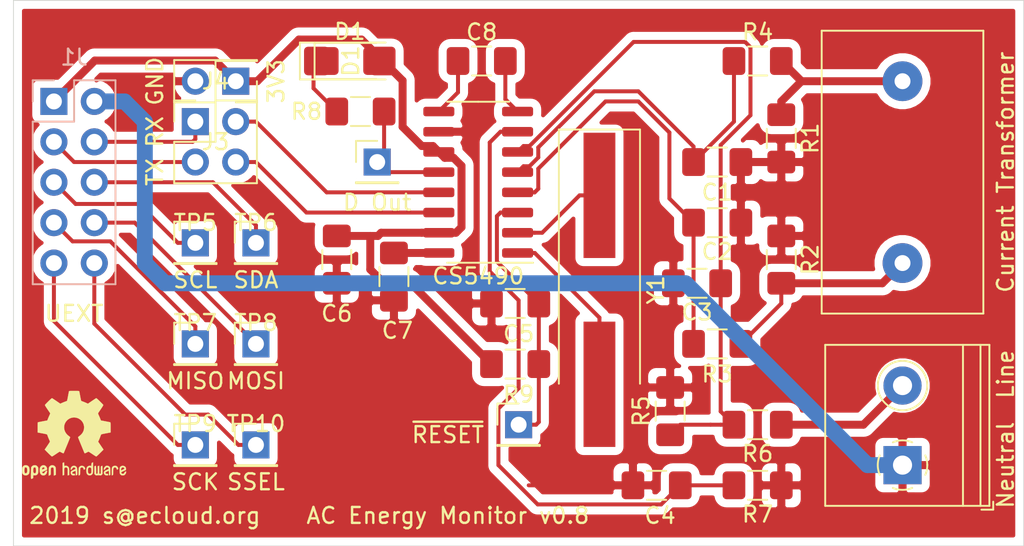
<source format=kicad_pcb>
(kicad_pcb (version 20171130) (host pcbnew 5.1.4)

  (general
    (thickness 1.6)
    (drawings 12)
    (tracks 151)
    (zones 0)
    (modules 35)
    (nets 28)
  )

  (page A4)
  (layers
    (0 F.Cu signal)
    (31 B.Cu signal)
    (33 F.Adhes user)
    (35 F.Paste user)
    (37 F.SilkS user)
    (38 B.Mask user)
    (39 F.Mask user)
    (40 Dwgs.User user)
    (41 Cmts.User user)
    (42 Eco1.User user)
    (43 Eco2.User user)
    (44 Edge.Cuts user)
    (45 Margin user)
    (46 B.CrtYd user)
    (47 F.CrtYd user)
    (49 F.Fab user)
  )

  (setup
    (last_trace_width 0.25)
    (user_trace_width 0.35)
    (user_trace_width 0.5)
    (user_trace_width 1)
    (trace_clearance 0.2)
    (zone_clearance 0.508)
    (zone_45_only no)
    (trace_min 0.2)
    (via_size 0.8)
    (via_drill 0.4)
    (via_min_size 0.4)
    (via_min_drill 0.3)
    (uvia_size 0.3)
    (uvia_drill 0.1)
    (uvias_allowed no)
    (uvia_min_size 0.2)
    (uvia_min_drill 0.1)
    (edge_width 0.05)
    (segment_width 0.2)
    (pcb_text_width 0.3)
    (pcb_text_size 1.5 1.5)
    (mod_edge_width 0.12)
    (mod_text_size 1 1)
    (mod_text_width 0.15)
    (pad_size 1.524 1.524)
    (pad_drill 0.762)
    (pad_to_mask_clearance 0.051)
    (solder_mask_min_width 0.25)
    (aux_axis_origin 0 0)
    (visible_elements FFFFFF6F)
    (pcbplotparams
      (layerselection 0x010e0_ffffffff)
      (usegerberextensions false)
      (usegerberattributes false)
      (usegerberadvancedattributes false)
      (creategerberjobfile false)
      (excludeedgelayer true)
      (linewidth 0.100000)
      (plotframeref false)
      (viasonmask false)
      (mode 1)
      (useauxorigin false)
      (hpglpennumber 1)
      (hpglpenspeed 20)
      (hpglpendiameter 15.000000)
      (psnegative false)
      (psa4output false)
      (plotreference true)
      (plotvalue true)
      (plotinvisibletext false)
      (padsonsilk false)
      (subtractmaskfromsilk false)
      (outputformat 1)
      (mirror false)
      (drillshape 0)
      (scaleselection 1)
      (outputdirectory ""))
  )

  (net 0 "")
  (net 1 "Net-(C1-Pad1)")
  (net 2 GND)
  (net 3 "Net-(C2-Pad2)")
  (net 4 "Net-(C3-Pad1)")
  (net 5 "Net-(C4-Pad2)")
  (net 6 "Net-(C5-Pad2)")
  (net 7 +3V3)
  (net 8 "Net-(C8-Pad1)")
  (net 9 "Net-(C8-Pad2)")
  (net 10 "Net-(D1-Pad1)")
  (net 11 /TX)
  (net 12 /RX)
  (net 13 "Net-(J1-Pad5)")
  (net 14 "Net-(J1-Pad6)")
  (net 15 "Net-(J1-Pad7)")
  (net 16 "Net-(J1-Pad8)")
  (net 17 "Net-(J1-Pad9)")
  (net 18 "Net-(J1-Pad10)")
  (net 19 /Line)
  (net 20 "Net-(J3-Pad2)")
  (net 21 "Net-(J3-Pad4)")
  (net 22 "Net-(R1-Pad1)")
  (net 23 "Net-(R2-Pad2)")
  (net 24 "Net-(R8-Pad2)")
  (net 25 "Net-(U1-Pad1)")
  (net 26 "Net-(U1-Pad2)")
  (net 27 "Net-(C7-Pad1)")

  (net_class Default "This is the default net class."
    (clearance 0.2)
    (trace_width 0.25)
    (via_dia 0.8)
    (via_drill 0.4)
    (uvia_dia 0.3)
    (uvia_drill 0.1)
    (add_net +3V3)
    (add_net /Line)
    (add_net /RX)
    (add_net /TX)
    (add_net GND)
    (add_net "Net-(C1-Pad1)")
    (add_net "Net-(C2-Pad2)")
    (add_net "Net-(C3-Pad1)")
    (add_net "Net-(C4-Pad2)")
    (add_net "Net-(C5-Pad2)")
    (add_net "Net-(C7-Pad1)")
    (add_net "Net-(C8-Pad1)")
    (add_net "Net-(C8-Pad2)")
    (add_net "Net-(D1-Pad1)")
    (add_net "Net-(J1-Pad10)")
    (add_net "Net-(J1-Pad5)")
    (add_net "Net-(J1-Pad6)")
    (add_net "Net-(J1-Pad7)")
    (add_net "Net-(J1-Pad8)")
    (add_net "Net-(J1-Pad9)")
    (add_net "Net-(J3-Pad2)")
    (add_net "Net-(J3-Pad4)")
    (add_net "Net-(R1-Pad1)")
    (add_net "Net-(R2-Pad2)")
    (add_net "Net-(R8-Pad2)")
    (add_net "Net-(U1-Pad1)")
    (add_net "Net-(U1-Pad2)")
  )

  (module Resistor_SMD:R_1206_3216Metric_Pad1.42x1.75mm_HandSolder (layer F.Cu) (tedit 5B301BBD) (tstamp 5D63273C)
    (at 115.7875 86.995)
    (descr "Resistor SMD 1206 (3216 Metric), square (rectangular) end terminal, IPC_7351 nominal with elongated pad for handsoldering. (Body size source: http://www.tortai-tech.com/upload/download/2011102023233369053.pdf), generated with kicad-footprint-generator")
    (tags "resistor handsolder")
    (path /5D85CFB2)
    (attr smd)
    (fp_text reference R8 (at -3.3925 0) (layer F.SilkS)
      (effects (font (size 1 1) (thickness 0.15)))
    )
    (fp_text value 1K (at 0 0) (layer F.Fab)
      (effects (font (size 1 1) (thickness 0.15)))
    )
    (fp_text user %R (at -4.0275 0) (layer F.Fab)
      (effects (font (size 0.8 0.8) (thickness 0.12)))
    )
    (fp_line (start 2.45 1.12) (end -2.45 1.12) (layer F.CrtYd) (width 0.05))
    (fp_line (start 2.45 -1.12) (end 2.45 1.12) (layer F.CrtYd) (width 0.05))
    (fp_line (start -2.45 -1.12) (end 2.45 -1.12) (layer F.CrtYd) (width 0.05))
    (fp_line (start -2.45 1.12) (end -2.45 -1.12) (layer F.CrtYd) (width 0.05))
    (fp_line (start -0.602064 0.91) (end 0.602064 0.91) (layer F.SilkS) (width 0.12))
    (fp_line (start -0.602064 -0.91) (end 0.602064 -0.91) (layer F.SilkS) (width 0.12))
    (fp_line (start 1.6 0.8) (end -1.6 0.8) (layer F.Fab) (width 0.1))
    (fp_line (start 1.6 -0.8) (end 1.6 0.8) (layer F.Fab) (width 0.1))
    (fp_line (start -1.6 -0.8) (end 1.6 -0.8) (layer F.Fab) (width 0.1))
    (fp_line (start -1.6 0.8) (end -1.6 -0.8) (layer F.Fab) (width 0.1))
    (pad 2 smd roundrect (at 1.4875 0) (size 1.425 1.75) (layers F.Cu F.Paste F.Mask) (roundrect_rratio 0.175439)
      (net 24 "Net-(R8-Pad2)"))
    (pad 1 smd roundrect (at -1.4875 0) (size 1.425 1.75) (layers F.Cu F.Paste F.Mask) (roundrect_rratio 0.175439)
      (net 10 "Net-(D1-Pad1)"))
    (model ${KISYS3DMOD}/Resistor_SMD.3dshapes/R_1206_3216Metric.wrl
      (at (xyz 0 0 0))
      (scale (xyz 1 1 1))
      (rotate (xyz 0 0 0))
    )
  )

  (module LED_SMD:LED_1206_3216Metric (layer F.Cu) (tedit 5B301BBE) (tstamp 5D633F85)
    (at 115.189 83.82)
    (descr "LED SMD 1206 (3216 Metric), square (rectangular) end terminal, IPC_7351 nominal, (Body size source: http://www.tortai-tech.com/upload/download/2011102023233369053.pdf), generated with kicad-footprint-generator")
    (tags diode)
    (attr smd)
    (fp_text reference D1 (at 0 0 90) (layer F.SilkS)
      (effects (font (size 1 1) (thickness 0.15)))
    )
    (fp_text value LED_1206_3216Metric (at 0 1.82) (layer F.Fab)
      (effects (font (size 1 1) (thickness 0.15)))
    )
    (fp_text user %R (at 0 0) (layer F.Fab)
      (effects (font (size 0.8 0.8) (thickness 0.12)))
    )
    (fp_line (start 2.28 1.12) (end -2.28 1.12) (layer F.CrtYd) (width 0.05))
    (fp_line (start 2.28 -1.12) (end 2.28 1.12) (layer F.CrtYd) (width 0.05))
    (fp_line (start -2.28 -1.12) (end 2.28 -1.12) (layer F.CrtYd) (width 0.05))
    (fp_line (start -2.28 1.12) (end -2.28 -1.12) (layer F.CrtYd) (width 0.05))
    (fp_line (start -2.285 1.135) (end 1.6 1.135) (layer F.SilkS) (width 0.12))
    (fp_line (start -2.285 -1.135) (end -2.285 1.135) (layer F.SilkS) (width 0.12))
    (fp_line (start 1.6 -1.135) (end -2.285 -1.135) (layer F.SilkS) (width 0.12))
    (fp_line (start 1.6 0.8) (end 1.6 -0.8) (layer F.Fab) (width 0.1))
    (fp_line (start -1.6 0.8) (end 1.6 0.8) (layer F.Fab) (width 0.1))
    (fp_line (start -1.6 -0.4) (end -1.6 0.8) (layer F.Fab) (width 0.1))
    (fp_line (start -1.2 -0.8) (end -1.6 -0.4) (layer F.Fab) (width 0.1))
    (fp_line (start 1.6 -0.8) (end -1.2 -0.8) (layer F.Fab) (width 0.1))
    (pad 2 smd roundrect (at 1.4 0) (size 1.25 1.75) (layers F.Cu F.Paste F.Mask) (roundrect_rratio 0.2))
    (pad 1 smd roundrect (at -1.4 0) (size 1.25 1.75) (layers F.Cu F.Paste F.Mask) (roundrect_rratio 0.2))
    (model ${KISYS3DMOD}/LED_SMD.3dshapes/LED_1206_3216Metric.wrl
      (at (xyz 0 0 0))
      (scale (xyz 1 1 1))
      (rotate (xyz 0 0 0))
    )
  )

  (module TerminalBlock_Philmore:TerminalBlock_Philmore_TB132_1x02_P5.00mm_Horizontal (layer F.Cu) (tedit 5B294EAF) (tstamp 5D590D57)
    (at 149.86 109.22 90)
    (descr "Terminal Block Philmore , 2 pins, pitch 5mm, size 10x10.2mm^2, drill diamater 1.2mm, pad diameter 2.4mm, see http://www.philmore-datak.com/mc/Page%20197.pdf, script-generated using https://github.com/pointhi/kicad-footprint-generator/scripts/TerminalBlock_Philmore")
    (tags "THT Terminal Block Philmore  pitch 5mm size 10x10.2mm^2 drill 1.2mm pad 2.4mm")
    (path /5D73B1E9)
    (fp_text reference Line (at 5.715 6.477 90) (layer F.SilkS)
      (effects (font (size 1 1) (thickness 0.15)))
    )
    (fp_text value Line (at 2.5 6.46 90) (layer F.Fab)
      (effects (font (size 1 1) (thickness 0.15)))
    )
    (fp_text user %R (at 2.5 2.8 90) (layer F.Fab)
      (effects (font (size 1 1) (thickness 0.15)))
    )
    (fp_line (start 8 -5.3) (end -3 -5.3) (layer F.CrtYd) (width 0.05))
    (fp_line (start 8 5.9) (end 8 -5.3) (layer F.CrtYd) (width 0.05))
    (fp_line (start -3 5.9) (end 8 5.9) (layer F.CrtYd) (width 0.05))
    (fp_line (start -3 -5.3) (end -3 5.9) (layer F.CrtYd) (width 0.05))
    (fp_line (start -2.8 5.7) (end -2.3 5.7) (layer F.SilkS) (width 0.12))
    (fp_line (start -2.8 4.96) (end -2.8 5.7) (layer F.SilkS) (width 0.12))
    (fp_line (start 3.9 0.069) (end 3.9 -0.069) (layer F.Fab) (width 0.1))
    (fp_line (start 4.931 0.069) (end 3.9 0.069) (layer F.Fab) (width 0.1))
    (fp_line (start 4.931 1.1) (end 4.931 0.069) (layer F.Fab) (width 0.1))
    (fp_line (start 5.069 1.1) (end 4.931 1.1) (layer F.Fab) (width 0.1))
    (fp_line (start 5.069 0.069) (end 5.069 1.1) (layer F.Fab) (width 0.1))
    (fp_line (start 6.1 0.069) (end 5.069 0.069) (layer F.Fab) (width 0.1))
    (fp_line (start 6.1 -0.069) (end 6.1 0.069) (layer F.Fab) (width 0.1))
    (fp_line (start 5.069 -0.069) (end 6.1 -0.069) (layer F.Fab) (width 0.1))
    (fp_line (start 5.069 -1.1) (end 5.069 -0.069) (layer F.Fab) (width 0.1))
    (fp_line (start 4.931 -1.1) (end 5.069 -1.1) (layer F.Fab) (width 0.1))
    (fp_line (start 4.931 -0.069) (end 4.931 -1.1) (layer F.Fab) (width 0.1))
    (fp_line (start 3.9 -0.069) (end 4.931 -0.069) (layer F.Fab) (width 0.1))
    (fp_line (start -1.1 0.069) (end -1.1 -0.069) (layer F.Fab) (width 0.1))
    (fp_line (start -0.069 0.069) (end -1.1 0.069) (layer F.Fab) (width 0.1))
    (fp_line (start -0.069 1.1) (end -0.069 0.069) (layer F.Fab) (width 0.1))
    (fp_line (start 0.069 1.1) (end -0.069 1.1) (layer F.Fab) (width 0.1))
    (fp_line (start 0.069 0.069) (end 0.069 1.1) (layer F.Fab) (width 0.1))
    (fp_line (start 1.1 0.069) (end 0.069 0.069) (layer F.Fab) (width 0.1))
    (fp_line (start 1.1 -0.069) (end 1.1 0.069) (layer F.Fab) (width 0.1))
    (fp_line (start 0.069 -0.069) (end 1.1 -0.069) (layer F.Fab) (width 0.1))
    (fp_line (start 0.069 -1.1) (end 0.069 -0.069) (layer F.Fab) (width 0.1))
    (fp_line (start -0.069 -1.1) (end 0.069 -1.1) (layer F.Fab) (width 0.1))
    (fp_line (start -0.069 -0.069) (end -0.069 -1.1) (layer F.Fab) (width 0.1))
    (fp_line (start -1.1 -0.069) (end -0.069 -0.069) (layer F.Fab) (width 0.1))
    (fp_line (start 7.56 -4.86) (end 7.56 5.46) (layer F.SilkS) (width 0.12))
    (fp_line (start -2.56 -4.86) (end -2.56 5.46) (layer F.SilkS) (width 0.12))
    (fp_line (start -2.56 5.46) (end 7.56 5.46) (layer F.SilkS) (width 0.12))
    (fp_line (start -2.56 -4.86) (end 7.56 -4.86) (layer F.SilkS) (width 0.12))
    (fp_line (start -2.56 3.8) (end 7.56 3.8) (layer F.SilkS) (width 0.12))
    (fp_line (start -2.5 3.8) (end 7.5 3.8) (layer F.Fab) (width 0.1))
    (fp_line (start -2.56 4.9) (end 7.56 4.9) (layer F.SilkS) (width 0.12))
    (fp_line (start -2.5 4.9) (end 7.5 4.9) (layer F.Fab) (width 0.1))
    (fp_line (start -2.5 4.9) (end -2.5 -4.8) (layer F.Fab) (width 0.1))
    (fp_line (start -2 5.4) (end -2.5 4.9) (layer F.Fab) (width 0.1))
    (fp_line (start 7.5 5.4) (end -2 5.4) (layer F.Fab) (width 0.1))
    (fp_line (start 7.5 -4.8) (end 7.5 5.4) (layer F.Fab) (width 0.1))
    (fp_line (start -2.5 -4.8) (end 7.5 -4.8) (layer F.Fab) (width 0.1))
    (fp_circle (center 5 0) (end 6.555 0) (layer F.SilkS) (width 0.12))
    (fp_circle (center 5 0) (end 6.375 0) (layer F.Fab) (width 0.1))
    (fp_circle (center 0 0) (end 1.375 0) (layer F.Fab) (width 0.1))
    (fp_arc (start 0 0) (end -0.608 1.432) (angle -24) (layer F.SilkS) (width 0.12))
    (fp_arc (start 0 0) (end -1.432 -0.608) (angle -46) (layer F.SilkS) (width 0.12))
    (fp_arc (start 0 0) (end 0.608 -1.432) (angle -46) (layer F.SilkS) (width 0.12))
    (fp_arc (start 0 0) (end 1.432 0.608) (angle -46) (layer F.SilkS) (width 0.12))
    (fp_arc (start 0 0) (end 0 1.555) (angle -23) (layer F.SilkS) (width 0.12))
    (pad 2 thru_hole circle (at 5 0 90) (size 2.4 2.4) (drill 1.2) (layers *.Cu *.Mask)
      (net 19 /Line))
    (pad 1 thru_hole rect (at 0 0 90) (size 2.4 2.4) (drill 1.2) (layers *.Cu *.Mask)
      (net 2 GND))
    (model ${KISYS3DMOD}/TerminalBlock_Philmore.3dshapes/TerminalBlock_Philmore_TB132_1x02_P5.00mm_Horizontal.wrl
      (at (xyz 0 0 0))
      (scale (xyz 1 1 1))
      (rotate (xyz 0 0 0))
    )
  )

  (module Capacitor_SMD:C_1206_3216Metric_Pad1.42x1.75mm_HandSolder (layer F.Cu) (tedit 5B301BBE) (tstamp 5D633AE8)
    (at 125.5125 99.06)
    (descr "Capacitor SMD 1206 (3216 Metric), square (rectangular) end terminal, IPC_7351 nominal with elongated pad for handsoldering. (Body size source: http://www.tortai-tech.com/upload/download/2011102023233369053.pdf), generated with kicad-footprint-generator")
    (tags "capacitor handsolder")
    (path /5D6AFB06)
    (attr smd)
    (fp_text reference C5 (at 0.2175 1.905) (layer F.SilkS)
      (effects (font (size 1 1) (thickness 0.15)))
    )
    (fp_text value 100nF (at 0 0) (layer F.Fab)
      (effects (font (size 1 1) (thickness 0.15)))
    )
    (fp_text user %R (at 0 1.905) (layer F.Fab)
      (effects (font (size 0.8 0.8) (thickness 0.12)))
    )
    (fp_line (start 2.45 1.12) (end -2.45 1.12) (layer F.CrtYd) (width 0.05))
    (fp_line (start 2.45 -1.12) (end 2.45 1.12) (layer F.CrtYd) (width 0.05))
    (fp_line (start -2.45 -1.12) (end 2.45 -1.12) (layer F.CrtYd) (width 0.05))
    (fp_line (start -2.45 1.12) (end -2.45 -1.12) (layer F.CrtYd) (width 0.05))
    (fp_line (start -0.602064 0.91) (end 0.602064 0.91) (layer F.SilkS) (width 0.12))
    (fp_line (start -0.602064 -0.91) (end 0.602064 -0.91) (layer F.SilkS) (width 0.12))
    (fp_line (start 1.6 0.8) (end -1.6 0.8) (layer F.Fab) (width 0.1))
    (fp_line (start 1.6 -0.8) (end 1.6 0.8) (layer F.Fab) (width 0.1))
    (fp_line (start -1.6 -0.8) (end 1.6 -0.8) (layer F.Fab) (width 0.1))
    (fp_line (start -1.6 0.8) (end -1.6 -0.8) (layer F.Fab) (width 0.1))
    (pad 2 smd roundrect (at 1.4875 0) (size 1.425 1.75) (layers F.Cu F.Paste F.Mask) (roundrect_rratio 0.175439)
      (net 6 "Net-(C5-Pad2)"))
    (pad 1 smd roundrect (at -1.4875 0) (size 1.425 1.75) (layers F.Cu F.Paste F.Mask) (roundrect_rratio 0.175439)
      (net 2 GND))
    (model ${KISYS3DMOD}/Capacitor_SMD.3dshapes/C_1206_3216Metric.wrl
      (at (xyz 0 0 0))
      (scale (xyz 1 1 1))
      (rotate (xyz 0 0 0))
    )
  )

  (module Capacitor_SMD:C_1206_3216Metric_Pad1.42x1.75mm_HandSolder (layer F.Cu) (tedit 5B301BBE) (tstamp 5D5915B3)
    (at 117.8925 97.3725 270)
    (descr "Capacitor SMD 1206 (3216 Metric), square (rectangular) end terminal, IPC_7351 nominal with elongated pad for handsoldering. (Body size source: http://www.tortai-tech.com/upload/download/2011102023233369053.pdf), generated with kicad-footprint-generator")
    (tags "capacitor handsolder")
    (path /5D84D006)
    (attr smd)
    (fp_text reference C7 (at 3.3925 -0.2175 180) (layer F.SilkS)
      (effects (font (size 1 1) (thickness 0.15)))
    )
    (fp_text value 100nF (at 0 -0.2175 90) (layer F.Fab)
      (effects (font (size 1 1) (thickness 0.15)))
    )
    (fp_text user %R (at 0 1.6875 90) (layer F.Fab)
      (effects (font (size 0.8 0.8) (thickness 0.12)))
    )
    (fp_line (start 2.45 1.12) (end -2.45 1.12) (layer F.CrtYd) (width 0.05))
    (fp_line (start 2.45 -1.12) (end 2.45 1.12) (layer F.CrtYd) (width 0.05))
    (fp_line (start -2.45 -1.12) (end 2.45 -1.12) (layer F.CrtYd) (width 0.05))
    (fp_line (start -2.45 1.12) (end -2.45 -1.12) (layer F.CrtYd) (width 0.05))
    (fp_line (start -0.602064 0.91) (end 0.602064 0.91) (layer F.SilkS) (width 0.12))
    (fp_line (start -0.602064 -0.91) (end 0.602064 -0.91) (layer F.SilkS) (width 0.12))
    (fp_line (start 1.6 0.8) (end -1.6 0.8) (layer F.Fab) (width 0.1))
    (fp_line (start 1.6 -0.8) (end 1.6 0.8) (layer F.Fab) (width 0.1))
    (fp_line (start -1.6 -0.8) (end 1.6 -0.8) (layer F.Fab) (width 0.1))
    (fp_line (start -1.6 0.8) (end -1.6 -0.8) (layer F.Fab) (width 0.1))
    (pad 2 smd roundrect (at 1.4875 0 270) (size 1.425 1.75) (layers F.Cu F.Paste F.Mask) (roundrect_rratio 0.175439)
      (net 2 GND))
    (pad 1 smd roundrect (at -1.4875 0 270) (size 1.425 1.75) (layers F.Cu F.Paste F.Mask) (roundrect_rratio 0.175439)
      (net 27 "Net-(C7-Pad1)"))
    (model ${KISYS3DMOD}/Capacitor_SMD.3dshapes/C_1206_3216Metric.wrl
      (at (xyz 0 0 0))
      (scale (xyz 1 1 1))
      (rotate (xyz 0 0 0))
    )
  )

  (module lib:ct_11.5_mm (layer F.Cu) (tedit 5D62D91A) (tstamp 5D591C14)
    (at 149.86 96.52 90)
    (path /5D68F612)
    (fp_text reference "Current Transformer" (at 5.715 6.477 90) (layer F.SilkS)
      (effects (font (size 1 1) (thickness 0.15)))
    )
    (fp_text value CT (at 5.715 0.635 90) (layer F.Fab)
      (effects (font (size 1 1) (thickness 0.15)))
    )
    (fp_line (start -3.175 5.08) (end -3.175 -5.08) (layer F.SilkS) (width 0.12))
    (fp_line (start 14.605 5.08) (end -3.175 5.08) (layer F.SilkS) (width 0.12))
    (fp_line (start 14.605 -5.08) (end 14.605 5.08) (layer F.SilkS) (width 0.12))
    (fp_line (start -3.175 -5.08) (end 14.605 -5.08) (layer F.SilkS) (width 0.12))
    (pad 2 thru_hole circle (at 11.43 0 90) (size 2.5 2.5) (drill 1) (layers *.Cu *.Mask)
      (net 22 "Net-(R1-Pad1)"))
    (pad 1 thru_hole circle (at 0 0 90) (size 2.5 2.5) (drill 1) (layers *.Cu *.Mask)
      (net 23 "Net-(R2-Pad2)"))
  )

  (module LED_SMD:LED_1806_4516Metric_Pad1.57x1.80mm_HandSolder (layer F.Cu) (tedit 5B4B45C9) (tstamp 5D62ADF5)
    (at 115.1175 83.82)
    (descr "LED SMD 1806 (4516 Metric), square (rectangular) end terminal, IPC_7351 nominal, (Body size source: https://www.modelithics.com/models/Vendor/MuRata/BLM41P.pdf), generated with kicad-footprint-generator")
    (tags "LED handsolder")
    (path /5D85E024)
    (attr smd)
    (fp_text reference D1 (at 0 -1.85) (layer F.SilkS)
      (effects (font (size 1 1) (thickness 0.15)))
    )
    (fp_text value LED (at 0 0) (layer F.Fab)
      (effects (font (size 1 1) (thickness 0.15)))
    )
    (fp_text user %R (at 0 0) (layer F.Fab)
      (effects (font (size 1 1) (thickness 0.15)))
    )
    (fp_line (start 3.12 1.15) (end -3.12 1.15) (layer F.CrtYd) (width 0.05))
    (fp_line (start 3.12 -1.15) (end 3.12 1.15) (layer F.CrtYd) (width 0.05))
    (fp_line (start -3.12 -1.15) (end 3.12 -1.15) (layer F.CrtYd) (width 0.05))
    (fp_line (start -3.12 1.15) (end -3.12 -1.15) (layer F.CrtYd) (width 0.05))
    (fp_line (start -3.135 1.16) (end 2.25 1.16) (layer F.SilkS) (width 0.12))
    (fp_line (start -3.135 -1.16) (end -3.135 1.16) (layer F.SilkS) (width 0.12))
    (fp_line (start 2.25 -1.16) (end -3.135 -1.16) (layer F.SilkS) (width 0.12))
    (fp_line (start 2.25 0.8) (end 2.25 -0.8) (layer F.Fab) (width 0.1))
    (fp_line (start -2.25 0.8) (end 2.25 0.8) (layer F.Fab) (width 0.1))
    (fp_line (start -2.25 -0.4) (end -2.25 0.8) (layer F.Fab) (width 0.1))
    (fp_line (start -1.85 -0.8) (end -2.25 -0.4) (layer F.Fab) (width 0.1))
    (fp_line (start 2.25 -0.8) (end -1.85 -0.8) (layer F.Fab) (width 0.1))
    (pad 2 smd roundrect (at 2.0875 0) (size 1.575 1.8) (layers F.Cu F.Paste F.Mask) (roundrect_rratio 0.15873)
      (net 7 +3V3))
    (pad 1 smd roundrect (at -2.0875 0) (size 1.575 1.8) (layers F.Cu F.Paste F.Mask) (roundrect_rratio 0.15873)
      (net 10 "Net-(D1-Pad1)"))
    (model ${KISYS3DMOD}/LED_SMD.3dshapes/LED_1806_4516Metric.wrl
      (at (xyz 0 0 0))
      (scale (xyz 1 1 1))
      (rotate (xyz 0 0 0))
    )
  )

  (module Crystal:Crystal_SMD_HC49-SD_HandSoldering (layer F.Cu) (tedit 5A1AD52C) (tstamp 5D6319E3)
    (at 130.81 98.2025 270)
    (descr "SMD Crystal HC-49-SD http://cdn-reichelt.de/documents/datenblatt/B400/xxx-HC49-SMD.pdf, hand-soldering, 11.4x4.7mm^2 package")
    (tags "SMD SMT crystal hand-soldering")
    (path /5D834BD6)
    (attr smd)
    (fp_text reference Y1 (at 0 -3.55 90) (layer F.SilkS)
      (effects (font (size 1 1) (thickness 0.15)))
    )
    (fp_text value 4.096MHz (at -4.2225 3.175 90) (layer F.Fab)
      (effects (font (size 1 1) (thickness 0.15)))
    )
    (fp_arc (start 3.015 0) (end 3.015 -2.115) (angle 180) (layer F.Fab) (width 0.1))
    (fp_arc (start -3.015 0) (end -3.015 -2.115) (angle -180) (layer F.Fab) (width 0.1))
    (fp_line (start 10.2 -2.6) (end -10.2 -2.6) (layer F.CrtYd) (width 0.05))
    (fp_line (start 10.2 2.6) (end 10.2 -2.6) (layer F.CrtYd) (width 0.05))
    (fp_line (start -10.2 2.6) (end 10.2 2.6) (layer F.CrtYd) (width 0.05))
    (fp_line (start -10.2 -2.6) (end -10.2 2.6) (layer F.CrtYd) (width 0.05))
    (fp_line (start -10.075 2.55) (end 5.9 2.55) (layer F.SilkS) (width 0.12))
    (fp_line (start -10.075 -2.55) (end -10.075 2.55) (layer F.SilkS) (width 0.12))
    (fp_line (start 5.9 -2.55) (end -10.075 -2.55) (layer F.SilkS) (width 0.12))
    (fp_line (start -3.015 2.115) (end 3.015 2.115) (layer F.Fab) (width 0.1))
    (fp_line (start -3.015 -2.115) (end 3.015 -2.115) (layer F.Fab) (width 0.1))
    (fp_line (start 5.7 -2.35) (end -5.7 -2.35) (layer F.Fab) (width 0.1))
    (fp_line (start 5.7 2.35) (end 5.7 -2.35) (layer F.Fab) (width 0.1))
    (fp_line (start -5.7 2.35) (end 5.7 2.35) (layer F.Fab) (width 0.1))
    (fp_line (start -5.7 -2.35) (end -5.7 2.35) (layer F.Fab) (width 0.1))
    (fp_text user %R (at 0 0 90) (layer F.Fab)
      (effects (font (size 1 1) (thickness 0.15)))
    )
    (pad 2 smd rect (at 5.9375 0 270) (size 7.875 2) (layers F.Cu F.Paste F.Mask)
      (net 25 "Net-(U1-Pad1)"))
    (pad 1 smd rect (at -5.9375 0 270) (size 7.875 2) (layers F.Cu F.Paste F.Mask)
      (net 26 "Net-(U1-Pad2)"))
    (model ${KISYS3DMOD}/Crystal.3dshapes/Crystal_SMD_HC49-SD.wrl
      (at (xyz 0 0 0))
      (scale (xyz 1 1 1))
      (rotate (xyz 0 0 0))
    )
  )

  (module Connector_PinHeader_2.54mm:PinHeader_2x01_P2.54mm_Vertical (layer F.Cu) (tedit 59FED5CC) (tstamp 5D636D33)
    (at 107.95 85.09 180)
    (descr "Through hole straight pin header, 2x01, 2.54mm pitch, double rows")
    (tags "Through hole pin header THT 2x01 2.54mm double row")
    (path /5D9EA72E)
    (fp_text reference J4 (at 1.27 0) (layer F.SilkS)
      (effects (font (size 1 1) (thickness 0.15)))
    )
    (fp_text value Power (at 1.27 2.54 180) (layer F.Fab)
      (effects (font (size 1 1) (thickness 0.15)))
    )
    (fp_text user %R (at 1.27 0 90) (layer F.Fab)
      (effects (font (size 1 1) (thickness 0.15)))
    )
    (fp_line (start 4.35 -1.8) (end -1.8 -1.8) (layer F.CrtYd) (width 0.05))
    (fp_line (start 4.35 1.8) (end 4.35 -1.8) (layer F.CrtYd) (width 0.05))
    (fp_line (start -1.8 1.8) (end 4.35 1.8) (layer F.CrtYd) (width 0.05))
    (fp_line (start -1.8 -1.8) (end -1.8 1.8) (layer F.CrtYd) (width 0.05))
    (fp_line (start -1.33 -1.33) (end 0 -1.33) (layer F.SilkS) (width 0.12))
    (fp_line (start -1.33 0) (end -1.33 -1.33) (layer F.SilkS) (width 0.12))
    (fp_line (start 1.27 -1.33) (end 3.87 -1.33) (layer F.SilkS) (width 0.12))
    (fp_line (start 1.27 1.27) (end 1.27 -1.33) (layer F.SilkS) (width 0.12))
    (fp_line (start -1.33 1.27) (end 1.27 1.27) (layer F.SilkS) (width 0.12))
    (fp_line (start 3.87 -1.33) (end 3.87 1.33) (layer F.SilkS) (width 0.12))
    (fp_line (start -1.33 1.27) (end -1.33 1.33) (layer F.SilkS) (width 0.12))
    (fp_line (start -1.33 1.33) (end 3.87 1.33) (layer F.SilkS) (width 0.12))
    (fp_line (start -1.27 0) (end 0 -1.27) (layer F.Fab) (width 0.1))
    (fp_line (start -1.27 1.27) (end -1.27 0) (layer F.Fab) (width 0.1))
    (fp_line (start 3.81 1.27) (end -1.27 1.27) (layer F.Fab) (width 0.1))
    (fp_line (start 3.81 -1.27) (end 3.81 1.27) (layer F.Fab) (width 0.1))
    (fp_line (start 0 -1.27) (end 3.81 -1.27) (layer F.Fab) (width 0.1))
    (pad 2 thru_hole oval (at 2.54 0 180) (size 1.7 1.7) (drill 1) (layers *.Cu *.Mask)
      (net 2 GND))
    (pad 1 thru_hole rect (at 0 0 180) (size 1.7 1.7) (drill 1) (layers *.Cu *.Mask)
      (net 7 +3V3))
    (model ${KISYS3DMOD}/Connector_PinHeader_2.54mm.3dshapes/PinHeader_2x01_P2.54mm_Vertical.wrl
      (at (xyz 0 0 0))
      (scale (xyz 1 1 1))
      (rotate (xyz 0 0 0))
    )
  )

  (module Connector_PinHeader_2.54mm:PinHeader_1x01_P2.54mm_Vertical (layer F.Cu) (tedit 59FED5CC) (tstamp 5D635787)
    (at 109.22 107.95)
    (descr "Through hole straight pin header, 1x01, 2.54mm pitch, single row")
    (tags "Through hole pin header THT 1x01 2.54mm single row")
    (path /5D5CD91C)
    (fp_text reference TP10 (at 0 -1.33) (layer F.SilkS)
      (effects (font (size 1 1) (thickness 0.15)))
    )
    (fp_text value SSEL (at 0 2.33) (layer F.SilkS)
      (effects (font (size 1 1) (thickness 0.15)))
    )
    (fp_text user %R (at 0 0 90) (layer F.Fab)
      (effects (font (size 1 1) (thickness 0.15)))
    )
    (fp_line (start 1.8 -1.8) (end -1.8 -1.8) (layer F.CrtYd) (width 0.05))
    (fp_line (start 1.8 1.8) (end 1.8 -1.8) (layer F.CrtYd) (width 0.05))
    (fp_line (start -1.8 1.8) (end 1.8 1.8) (layer F.CrtYd) (width 0.05))
    (fp_line (start -1.8 -1.8) (end -1.8 1.8) (layer F.CrtYd) (width 0.05))
    (fp_line (start -1.33 -1.33) (end 0 -1.33) (layer F.SilkS) (width 0.12))
    (fp_line (start -1.33 0) (end -1.33 -1.33) (layer F.SilkS) (width 0.12))
    (fp_line (start -1.33 1.27) (end 1.33 1.27) (layer F.SilkS) (width 0.12))
    (fp_line (start 1.33 1.27) (end 1.33 1.33) (layer F.SilkS) (width 0.12))
    (fp_line (start -1.33 1.27) (end -1.33 1.33) (layer F.SilkS) (width 0.12))
    (fp_line (start -1.33 1.33) (end 1.33 1.33) (layer F.SilkS) (width 0.12))
    (fp_line (start -1.27 -0.635) (end -0.635 -1.27) (layer F.Fab) (width 0.1))
    (fp_line (start -1.27 1.27) (end -1.27 -0.635) (layer F.Fab) (width 0.1))
    (fp_line (start 1.27 1.27) (end -1.27 1.27) (layer F.Fab) (width 0.1))
    (fp_line (start 1.27 -1.27) (end 1.27 1.27) (layer F.Fab) (width 0.1))
    (fp_line (start -0.635 -1.27) (end 1.27 -1.27) (layer F.Fab) (width 0.1))
    (pad 1 thru_hole rect (at 0 0) (size 1.7 1.7) (drill 1) (layers *.Cu *.Mask)
      (net 18 "Net-(J1-Pad10)"))
    (model ${KISYS3DMOD}/Connector_PinHeader_2.54mm.3dshapes/PinHeader_1x01_P2.54mm_Vertical.wrl
      (at (xyz 0 0 0))
      (scale (xyz 1 1 1))
      (rotate (xyz 0 0 0))
    )
  )

  (module Connector_PinHeader_2.54mm:PinHeader_1x01_P2.54mm_Vertical (layer F.Cu) (tedit 59FED5CC) (tstamp 5D58D2F4)
    (at 105.41 107.95)
    (descr "Through hole straight pin header, 1x01, 2.54mm pitch, single row")
    (tags "Through hole pin header THT 1x01 2.54mm single row")
    (path /5D5F2F14)
    (fp_text reference TP9 (at 0 -1.33) (layer F.SilkS)
      (effects (font (size 1 1) (thickness 0.15)))
    )
    (fp_text value SCK (at 0 2.33) (layer F.SilkS)
      (effects (font (size 1 1) (thickness 0.15)))
    )
    (fp_text user %R (at 0 0 90) (layer F.Fab)
      (effects (font (size 1 1) (thickness 0.15)))
    )
    (fp_line (start 1.8 -1.8) (end -1.8 -1.8) (layer F.CrtYd) (width 0.05))
    (fp_line (start 1.8 1.8) (end 1.8 -1.8) (layer F.CrtYd) (width 0.05))
    (fp_line (start -1.8 1.8) (end 1.8 1.8) (layer F.CrtYd) (width 0.05))
    (fp_line (start -1.8 -1.8) (end -1.8 1.8) (layer F.CrtYd) (width 0.05))
    (fp_line (start -1.33 -1.33) (end 0 -1.33) (layer F.SilkS) (width 0.12))
    (fp_line (start -1.33 0) (end -1.33 -1.33) (layer F.SilkS) (width 0.12))
    (fp_line (start -1.33 1.27) (end 1.33 1.27) (layer F.SilkS) (width 0.12))
    (fp_line (start 1.33 1.27) (end 1.33 1.33) (layer F.SilkS) (width 0.12))
    (fp_line (start -1.33 1.27) (end -1.33 1.33) (layer F.SilkS) (width 0.12))
    (fp_line (start -1.33 1.33) (end 1.33 1.33) (layer F.SilkS) (width 0.12))
    (fp_line (start -1.27 -0.635) (end -0.635 -1.27) (layer F.Fab) (width 0.1))
    (fp_line (start -1.27 1.27) (end -1.27 -0.635) (layer F.Fab) (width 0.1))
    (fp_line (start 1.27 1.27) (end -1.27 1.27) (layer F.Fab) (width 0.1))
    (fp_line (start 1.27 -1.27) (end 1.27 1.27) (layer F.Fab) (width 0.1))
    (fp_line (start -0.635 -1.27) (end 1.27 -1.27) (layer F.Fab) (width 0.1))
    (pad 1 thru_hole rect (at 0 0) (size 1.7 1.7) (drill 1) (layers *.Cu *.Mask)
      (net 17 "Net-(J1-Pad9)"))
    (model ${KISYS3DMOD}/Connector_PinHeader_2.54mm.3dshapes/PinHeader_1x01_P2.54mm_Vertical.wrl
      (at (xyz 0 0 0))
      (scale (xyz 1 1 1))
      (rotate (xyz 0 0 0))
    )
  )

  (module Connector_PinHeader_2.54mm:PinHeader_1x01_P2.54mm_Vertical (layer F.Cu) (tedit 59FED5CC) (tstamp 5D58D2CE)
    (at 109.22 101.6)
    (descr "Through hole straight pin header, 1x01, 2.54mm pitch, single row")
    (tags "Through hole pin header THT 1x01 2.54mm single row")
    (path /5D5C3202)
    (fp_text reference TP8 (at 0 -1.33) (layer F.SilkS)
      (effects (font (size 1 1) (thickness 0.15)))
    )
    (fp_text value MOSI (at 0 2.33) (layer F.SilkS)
      (effects (font (size 1 1) (thickness 0.15)))
    )
    (fp_text user %R (at 0 0 90) (layer F.Fab)
      (effects (font (size 1 1) (thickness 0.15)))
    )
    (fp_line (start 1.8 -1.8) (end -1.8 -1.8) (layer F.CrtYd) (width 0.05))
    (fp_line (start 1.8 1.8) (end 1.8 -1.8) (layer F.CrtYd) (width 0.05))
    (fp_line (start -1.8 1.8) (end 1.8 1.8) (layer F.CrtYd) (width 0.05))
    (fp_line (start -1.8 -1.8) (end -1.8 1.8) (layer F.CrtYd) (width 0.05))
    (fp_line (start -1.33 -1.33) (end 0 -1.33) (layer F.SilkS) (width 0.12))
    (fp_line (start -1.33 0) (end -1.33 -1.33) (layer F.SilkS) (width 0.12))
    (fp_line (start -1.33 1.27) (end 1.33 1.27) (layer F.SilkS) (width 0.12))
    (fp_line (start 1.33 1.27) (end 1.33 1.33) (layer F.SilkS) (width 0.12))
    (fp_line (start -1.33 1.27) (end -1.33 1.33) (layer F.SilkS) (width 0.12))
    (fp_line (start -1.33 1.33) (end 1.33 1.33) (layer F.SilkS) (width 0.12))
    (fp_line (start -1.27 -0.635) (end -0.635 -1.27) (layer F.Fab) (width 0.1))
    (fp_line (start -1.27 1.27) (end -1.27 -0.635) (layer F.Fab) (width 0.1))
    (fp_line (start 1.27 1.27) (end -1.27 1.27) (layer F.Fab) (width 0.1))
    (fp_line (start 1.27 -1.27) (end 1.27 1.27) (layer F.Fab) (width 0.1))
    (fp_line (start -0.635 -1.27) (end 1.27 -1.27) (layer F.Fab) (width 0.1))
    (pad 1 thru_hole rect (at 0 0) (size 1.7 1.7) (drill 1) (layers *.Cu *.Mask)
      (net 16 "Net-(J1-Pad8)"))
    (model ${KISYS3DMOD}/Connector_PinHeader_2.54mm.3dshapes/PinHeader_1x01_P2.54mm_Vertical.wrl
      (at (xyz 0 0 0))
      (scale (xyz 1 1 1))
      (rotate (xyz 0 0 0))
    )
  )

  (module Connector_PinHeader_2.54mm:PinHeader_1x01_P2.54mm_Vertical (layer F.Cu) (tedit 59FED5CC) (tstamp 5D58D2A8)
    (at 105.41 101.6)
    (descr "Through hole straight pin header, 1x01, 2.54mm pitch, single row")
    (tags "Through hole pin header THT 1x01 2.54mm single row")
    (path /5D5F2443)
    (fp_text reference TP7 (at 0 -1.33) (layer F.SilkS)
      (effects (font (size 1 1) (thickness 0.15)))
    )
    (fp_text value MISO (at 0 2.33) (layer F.SilkS)
      (effects (font (size 1 1) (thickness 0.15)))
    )
    (fp_text user %R (at 0 0 90) (layer F.Fab)
      (effects (font (size 1 1) (thickness 0.15)))
    )
    (fp_line (start 1.8 -1.8) (end -1.8 -1.8) (layer F.CrtYd) (width 0.05))
    (fp_line (start 1.8 1.8) (end 1.8 -1.8) (layer F.CrtYd) (width 0.05))
    (fp_line (start -1.8 1.8) (end 1.8 1.8) (layer F.CrtYd) (width 0.05))
    (fp_line (start -1.8 -1.8) (end -1.8 1.8) (layer F.CrtYd) (width 0.05))
    (fp_line (start -1.33 -1.33) (end 0 -1.33) (layer F.SilkS) (width 0.12))
    (fp_line (start -1.33 0) (end -1.33 -1.33) (layer F.SilkS) (width 0.12))
    (fp_line (start -1.33 1.27) (end 1.33 1.27) (layer F.SilkS) (width 0.12))
    (fp_line (start 1.33 1.27) (end 1.33 1.33) (layer F.SilkS) (width 0.12))
    (fp_line (start -1.33 1.27) (end -1.33 1.33) (layer F.SilkS) (width 0.12))
    (fp_line (start -1.33 1.33) (end 1.33 1.33) (layer F.SilkS) (width 0.12))
    (fp_line (start -1.27 -0.635) (end -0.635 -1.27) (layer F.Fab) (width 0.1))
    (fp_line (start -1.27 1.27) (end -1.27 -0.635) (layer F.Fab) (width 0.1))
    (fp_line (start 1.27 1.27) (end -1.27 1.27) (layer F.Fab) (width 0.1))
    (fp_line (start 1.27 -1.27) (end 1.27 1.27) (layer F.Fab) (width 0.1))
    (fp_line (start -0.635 -1.27) (end 1.27 -1.27) (layer F.Fab) (width 0.1))
    (pad 1 thru_hole rect (at 0 0) (size 1.7 1.7) (drill 1) (layers *.Cu *.Mask)
      (net 15 "Net-(J1-Pad7)"))
    (model ${KISYS3DMOD}/Connector_PinHeader_2.54mm.3dshapes/PinHeader_1x01_P2.54mm_Vertical.wrl
      (at (xyz 0 0 0))
      (scale (xyz 1 1 1))
      (rotate (xyz 0 0 0))
    )
  )

  (module Connector_PinHeader_2.54mm:PinHeader_1x01_P2.54mm_Vertical (layer F.Cu) (tedit 59FED5CC) (tstamp 5D590EB2)
    (at 109.22 95.25)
    (descr "Through hole straight pin header, 1x01, 2.54mm pitch, single row")
    (tags "Through hole pin header THT 1x01 2.54mm single row")
    (path /5D5CE010)
    (fp_text reference TP6 (at 0 -1.27) (layer F.SilkS)
      (effects (font (size 1 1) (thickness 0.15)))
    )
    (fp_text value SDA (at 0 2.33) (layer F.SilkS)
      (effects (font (size 1 1) (thickness 0.15)))
    )
    (fp_text user %R (at 0 0 90) (layer F.Fab)
      (effects (font (size 1 1) (thickness 0.15)))
    )
    (fp_line (start 1.8 -1.8) (end -1.8 -1.8) (layer F.CrtYd) (width 0.05))
    (fp_line (start 1.8 1.8) (end 1.8 -1.8) (layer F.CrtYd) (width 0.05))
    (fp_line (start -1.8 1.8) (end 1.8 1.8) (layer F.CrtYd) (width 0.05))
    (fp_line (start -1.8 -1.8) (end -1.8 1.8) (layer F.CrtYd) (width 0.05))
    (fp_line (start -1.33 -1.33) (end 0 -1.33) (layer F.SilkS) (width 0.12))
    (fp_line (start -1.33 0) (end -1.33 -1.33) (layer F.SilkS) (width 0.12))
    (fp_line (start -1.33 1.27) (end 1.33 1.27) (layer F.SilkS) (width 0.12))
    (fp_line (start 1.33 1.27) (end 1.33 1.33) (layer F.SilkS) (width 0.12))
    (fp_line (start -1.33 1.27) (end -1.33 1.33) (layer F.SilkS) (width 0.12))
    (fp_line (start -1.33 1.33) (end 1.33 1.33) (layer F.SilkS) (width 0.12))
    (fp_line (start -1.27 -0.635) (end -0.635 -1.27) (layer F.Fab) (width 0.1))
    (fp_line (start -1.27 1.27) (end -1.27 -0.635) (layer F.Fab) (width 0.1))
    (fp_line (start 1.27 1.27) (end -1.27 1.27) (layer F.Fab) (width 0.1))
    (fp_line (start 1.27 -1.27) (end 1.27 1.27) (layer F.Fab) (width 0.1))
    (fp_line (start -0.635 -1.27) (end 1.27 -1.27) (layer F.Fab) (width 0.1))
    (pad 1 thru_hole rect (at 0 0) (size 1.7 1.7) (drill 1) (layers *.Cu *.Mask)
      (net 14 "Net-(J1-Pad6)"))
    (model ${KISYS3DMOD}/Connector_PinHeader_2.54mm.3dshapes/PinHeader_1x01_P2.54mm_Vertical.wrl
      (at (xyz 0 0 0))
      (scale (xyz 1 1 1))
      (rotate (xyz 0 0 0))
    )
  )

  (module Connector_PinHeader_2.54mm:PinHeader_1x01_P2.54mm_Vertical (layer F.Cu) (tedit 59FED5CC) (tstamp 5D6356F9)
    (at 105.41 95.25)
    (descr "Through hole straight pin header, 1x01, 2.54mm pitch, single row")
    (tags "Through hole pin header THT 1x01 2.54mm single row")
    (path /5D5EEC4D)
    (fp_text reference TP5 (at 0 -1.27) (layer F.SilkS)
      (effects (font (size 1 1) (thickness 0.15)))
    )
    (fp_text value SCL (at 0 2.33) (layer F.SilkS)
      (effects (font (size 1 1) (thickness 0.15)))
    )
    (fp_text user %R (at 0 0 90) (layer F.Fab)
      (effects (font (size 1 1) (thickness 0.15)))
    )
    (fp_line (start 1.8 -1.8) (end -1.8 -1.8) (layer F.CrtYd) (width 0.05))
    (fp_line (start 1.8 1.8) (end 1.8 -1.8) (layer F.CrtYd) (width 0.05))
    (fp_line (start -1.8 1.8) (end 1.8 1.8) (layer F.CrtYd) (width 0.05))
    (fp_line (start -1.8 -1.8) (end -1.8 1.8) (layer F.CrtYd) (width 0.05))
    (fp_line (start -1.33 -1.33) (end 0 -1.33) (layer F.SilkS) (width 0.12))
    (fp_line (start -1.33 0) (end -1.33 -1.33) (layer F.SilkS) (width 0.12))
    (fp_line (start -1.33 1.27) (end 1.33 1.27) (layer F.SilkS) (width 0.12))
    (fp_line (start 1.33 1.27) (end 1.33 1.33) (layer F.SilkS) (width 0.12))
    (fp_line (start -1.33 1.27) (end -1.33 1.33) (layer F.SilkS) (width 0.12))
    (fp_line (start -1.33 1.33) (end 1.33 1.33) (layer F.SilkS) (width 0.12))
    (fp_line (start -1.27 -0.635) (end -0.635 -1.27) (layer F.Fab) (width 0.1))
    (fp_line (start -1.27 1.27) (end -1.27 -0.635) (layer F.Fab) (width 0.1))
    (fp_line (start 1.27 1.27) (end -1.27 1.27) (layer F.Fab) (width 0.1))
    (fp_line (start 1.27 -1.27) (end 1.27 1.27) (layer F.Fab) (width 0.1))
    (fp_line (start -0.635 -1.27) (end 1.27 -1.27) (layer F.Fab) (width 0.1))
    (pad 1 thru_hole rect (at 0 0) (size 1.7 1.7) (drill 1) (layers *.Cu *.Mask)
      (net 13 "Net-(J1-Pad5)"))
    (model ${KISYS3DMOD}/Connector_PinHeader_2.54mm.3dshapes/PinHeader_1x01_P2.54mm_Vertical.wrl
      (at (xyz 0 0 0))
      (scale (xyz 1 1 1))
      (rotate (xyz 0 0 0))
    )
  )

  (module Connector_PinHeader_2.54mm:PinHeader_1x01_P2.54mm_Vertical (layer F.Cu) (tedit 59FED5CC) (tstamp 5D6341B3)
    (at 125.73 106.68)
    (descr "Through hole straight pin header, 1x01, 2.54mm pitch, single row")
    (tags "Through hole pin header THT 1x01 2.54mm single row")
    (path /5D9A2D97)
    (fp_text reference ~RESET (at -4.445 0.635) (layer F.SilkS)
      (effects (font (size 1 1) (thickness 0.15)))
    )
    (fp_text value ~RESET (at -4.445 0.635) (layer F.Fab)
      (effects (font (size 1 1) (thickness 0.15)))
    )
    (fp_text user %R (at 0 0 90) (layer F.Fab)
      (effects (font (size 1 1) (thickness 0.15)))
    )
    (fp_line (start 1.8 -1.8) (end -1.8 -1.8) (layer F.CrtYd) (width 0.05))
    (fp_line (start 1.8 1.8) (end 1.8 -1.8) (layer F.CrtYd) (width 0.05))
    (fp_line (start -1.8 1.8) (end 1.8 1.8) (layer F.CrtYd) (width 0.05))
    (fp_line (start -1.8 -1.8) (end -1.8 1.8) (layer F.CrtYd) (width 0.05))
    (fp_line (start -1.33 -1.33) (end 0 -1.33) (layer F.SilkS) (width 0.12))
    (fp_line (start -1.33 0) (end -1.33 -1.33) (layer F.SilkS) (width 0.12))
    (fp_line (start -1.33 1.27) (end 1.33 1.27) (layer F.SilkS) (width 0.12))
    (fp_line (start 1.33 1.27) (end 1.33 1.33) (layer F.SilkS) (width 0.12))
    (fp_line (start -1.33 1.27) (end -1.33 1.33) (layer F.SilkS) (width 0.12))
    (fp_line (start -1.33 1.33) (end 1.33 1.33) (layer F.SilkS) (width 0.12))
    (fp_line (start -1.27 -0.635) (end -0.635 -1.27) (layer F.Fab) (width 0.1))
    (fp_line (start -1.27 1.27) (end -1.27 -0.635) (layer F.Fab) (width 0.1))
    (fp_line (start 1.27 1.27) (end -1.27 1.27) (layer F.Fab) (width 0.1))
    (fp_line (start 1.27 -1.27) (end 1.27 1.27) (layer F.Fab) (width 0.1))
    (fp_line (start -0.635 -1.27) (end 1.27 -1.27) (layer F.Fab) (width 0.1))
    (pad 1 thru_hole rect (at 0 0) (size 1.7 1.7) (drill 1) (layers *.Cu *.Mask)
      (net 6 "Net-(C5-Pad2)"))
    (model ${KISYS3DMOD}/Connector_PinHeader_2.54mm.3dshapes/PinHeader_1x01_P2.54mm_Vertical.wrl
      (at (xyz 0 0 0))
      (scale (xyz 1 1 1))
      (rotate (xyz 0 0 0))
    )
  )

  (module Connector_PinHeader_2.54mm:PinHeader_1x01_P2.54mm_Vertical (layer F.Cu) (tedit 59FED5CC) (tstamp 5D637D6D)
    (at 116.84 90.17)
    (descr "Through hole straight pin header, 1x01, 2.54mm pitch, single row")
    (tags "Through hole pin header THT 1x01 2.54mm single row")
    (path /5D88B852)
    (fp_text reference "D Out" (at 0 2.54) (layer F.SilkS)
      (effects (font (size 1 1) (thickness 0.15)))
    )
    (fp_text value "D Out" (at 0 2.33) (layer F.Fab)
      (effects (font (size 1 1) (thickness 0.15)))
    )
    (fp_text user %R (at 0 0 90) (layer F.Fab)
      (effects (font (size 1 1) (thickness 0.15)))
    )
    (fp_line (start 1.8 -1.8) (end -1.8 -1.8) (layer F.CrtYd) (width 0.05))
    (fp_line (start 1.8 1.8) (end 1.8 -1.8) (layer F.CrtYd) (width 0.05))
    (fp_line (start -1.8 1.8) (end 1.8 1.8) (layer F.CrtYd) (width 0.05))
    (fp_line (start -1.8 -1.8) (end -1.8 1.8) (layer F.CrtYd) (width 0.05))
    (fp_line (start -1.33 -1.33) (end 0 -1.33) (layer F.SilkS) (width 0.12))
    (fp_line (start -1.33 0) (end -1.33 -1.33) (layer F.SilkS) (width 0.12))
    (fp_line (start -1.33 1.27) (end 1.33 1.27) (layer F.SilkS) (width 0.12))
    (fp_line (start 1.33 1.27) (end 1.33 1.33) (layer F.SilkS) (width 0.12))
    (fp_line (start -1.33 1.27) (end -1.33 1.33) (layer F.SilkS) (width 0.12))
    (fp_line (start -1.33 1.33) (end 1.33 1.33) (layer F.SilkS) (width 0.12))
    (fp_line (start -1.27 -0.635) (end -0.635 -1.27) (layer F.Fab) (width 0.1))
    (fp_line (start -1.27 1.27) (end -1.27 -0.635) (layer F.Fab) (width 0.1))
    (fp_line (start 1.27 1.27) (end -1.27 1.27) (layer F.Fab) (width 0.1))
    (fp_line (start 1.27 -1.27) (end 1.27 1.27) (layer F.Fab) (width 0.1))
    (fp_line (start -0.635 -1.27) (end 1.27 -1.27) (layer F.Fab) (width 0.1))
    (pad 1 thru_hole rect (at 0 0) (size 1.7 1.7) (drill 1) (layers *.Cu *.Mask)
      (net 24 "Net-(R8-Pad2)"))
    (model ${KISYS3DMOD}/Connector_PinHeader_2.54mm.3dshapes/PinHeader_1x01_P2.54mm_Vertical.wrl
      (at (xyz 0 0 0))
      (scale (xyz 1 1 1))
      (rotate (xyz 0 0 0))
    )
  )

  (module Connector_PinHeader_2.54mm:PinHeader_2x02_P2.54mm_Vertical (layer F.Cu) (tedit 59FED5CC) (tstamp 5D58D129)
    (at 105.41 87.63)
    (descr "Through hole straight pin header, 2x02, 2.54mm pitch, double rows")
    (tags "Through hole pin header THT 2x02 2.54mm double row")
    (path /5D992130)
    (fp_text reference J3 (at 1.27 1.27) (layer F.SilkS)
      (effects (font (size 1 1) (thickness 0.15)))
    )
    (fp_text value serial (at 1.27 4.87) (layer F.Fab)
      (effects (font (size 1 1) (thickness 0.15)))
    )
    (fp_text user %R (at 1.27 1.27 90) (layer F.Fab)
      (effects (font (size 1 1) (thickness 0.15)))
    )
    (fp_line (start 4.35 -1.8) (end -1.8 -1.8) (layer F.CrtYd) (width 0.05))
    (fp_line (start 4.35 4.35) (end 4.35 -1.8) (layer F.CrtYd) (width 0.05))
    (fp_line (start -1.8 4.35) (end 4.35 4.35) (layer F.CrtYd) (width 0.05))
    (fp_line (start -1.8 -1.8) (end -1.8 4.35) (layer F.CrtYd) (width 0.05))
    (fp_line (start -1.33 -1.33) (end 0 -1.33) (layer F.SilkS) (width 0.12))
    (fp_line (start -1.33 0) (end -1.33 -1.33) (layer F.SilkS) (width 0.12))
    (fp_line (start 1.27 -1.33) (end 3.87 -1.33) (layer F.SilkS) (width 0.12))
    (fp_line (start 1.27 1.27) (end 1.27 -1.33) (layer F.SilkS) (width 0.12))
    (fp_line (start -1.33 1.27) (end 1.27 1.27) (layer F.SilkS) (width 0.12))
    (fp_line (start 3.87 -1.33) (end 3.87 3.87) (layer F.SilkS) (width 0.12))
    (fp_line (start -1.33 1.27) (end -1.33 3.87) (layer F.SilkS) (width 0.12))
    (fp_line (start -1.33 3.87) (end 3.87 3.87) (layer F.SilkS) (width 0.12))
    (fp_line (start -1.27 0) (end 0 -1.27) (layer F.Fab) (width 0.1))
    (fp_line (start -1.27 3.81) (end -1.27 0) (layer F.Fab) (width 0.1))
    (fp_line (start 3.81 3.81) (end -1.27 3.81) (layer F.Fab) (width 0.1))
    (fp_line (start 3.81 -1.27) (end 3.81 3.81) (layer F.Fab) (width 0.1))
    (fp_line (start 0 -1.27) (end 3.81 -1.27) (layer F.Fab) (width 0.1))
    (pad 4 thru_hole oval (at 2.54 2.54) (size 1.7 1.7) (drill 1) (layers *.Cu *.Mask)
      (net 21 "Net-(J3-Pad4)"))
    (pad 3 thru_hole oval (at 0 2.54) (size 1.7 1.7) (drill 1) (layers *.Cu *.Mask)
      (net 11 /TX))
    (pad 2 thru_hole oval (at 2.54 0) (size 1.7 1.7) (drill 1) (layers *.Cu *.Mask)
      (net 20 "Net-(J3-Pad2)"))
    (pad 1 thru_hole rect (at 0 0) (size 1.7 1.7) (drill 1) (layers *.Cu *.Mask)
      (net 12 /RX))
    (model ${KISYS3DMOD}/Connector_PinHeader_2.54mm.3dshapes/PinHeader_2x02_P2.54mm_Vertical.wrl
      (at (xyz 0 0 0))
      (scale (xyz 1 1 1))
      (rotate (xyz 0 0 0))
    )
  )

  (module Connector_PinSocket_2.54mm:PinSocket_2x05_P2.54mm_Vertical (layer B.Cu) (tedit 5A19A42B) (tstamp 5D58D0B6)
    (at 96.52 86.36 180)
    (descr "Through hole straight socket strip, 2x05, 2.54mm pitch, double cols (from Kicad 4.0.7), script generated")
    (tags "Through hole socket strip THT 2x05 2.54mm double row")
    (path /5D589C36)
    (fp_text reference J1 (at -1.27 2.77) (layer B.SilkS)
      (effects (font (size 1 1) (thickness 0.15)) (justify mirror))
    )
    (fp_text value BH10S (at -1.27 -8.89) (layer B.Fab)
      (effects (font (size 1 1) (thickness 0.15)) (justify mirror))
    )
    (fp_text user %R (at 2.54 -5.08 270) (layer B.Fab)
      (effects (font (size 1 1) (thickness 0.15)) (justify mirror))
    )
    (fp_line (start -4.34 -11.9) (end -4.34 1.8) (layer B.CrtYd) (width 0.05))
    (fp_line (start 1.76 -11.9) (end -4.34 -11.9) (layer B.CrtYd) (width 0.05))
    (fp_line (start 1.76 1.8) (end 1.76 -11.9) (layer B.CrtYd) (width 0.05))
    (fp_line (start -4.34 1.8) (end 1.76 1.8) (layer B.CrtYd) (width 0.05))
    (fp_line (start 0 1.33) (end 1.33 1.33) (layer B.SilkS) (width 0.12))
    (fp_line (start 1.33 1.33) (end 1.33 0) (layer B.SilkS) (width 0.12))
    (fp_line (start -1.27 1.33) (end -1.27 -1.27) (layer B.SilkS) (width 0.12))
    (fp_line (start -1.27 -1.27) (end 1.33 -1.27) (layer B.SilkS) (width 0.12))
    (fp_line (start 1.33 -1.27) (end 1.33 -11.49) (layer B.SilkS) (width 0.12))
    (fp_line (start -3.87 -11.49) (end 1.33 -11.49) (layer B.SilkS) (width 0.12))
    (fp_line (start -3.87 1.33) (end -3.87 -11.49) (layer B.SilkS) (width 0.12))
    (fp_line (start -3.87 1.33) (end -1.27 1.33) (layer B.SilkS) (width 0.12))
    (fp_line (start -3.81 -11.43) (end -3.81 1.27) (layer B.Fab) (width 0.1))
    (fp_line (start 1.27 -11.43) (end -3.81 -11.43) (layer B.Fab) (width 0.1))
    (fp_line (start 1.27 0.27) (end 1.27 -11.43) (layer B.Fab) (width 0.1))
    (fp_line (start 0.27 1.27) (end 1.27 0.27) (layer B.Fab) (width 0.1))
    (fp_line (start -3.81 1.27) (end 0.27 1.27) (layer B.Fab) (width 0.1))
    (pad 10 thru_hole oval (at -2.54 -10.16 180) (size 1.7 1.7) (drill 1) (layers *.Cu *.Mask)
      (net 18 "Net-(J1-Pad10)"))
    (pad 9 thru_hole oval (at 0 -10.16 180) (size 1.7 1.7) (drill 1) (layers *.Cu *.Mask)
      (net 17 "Net-(J1-Pad9)"))
    (pad 8 thru_hole oval (at -2.54 -7.62 180) (size 1.7 1.7) (drill 1) (layers *.Cu *.Mask)
      (net 16 "Net-(J1-Pad8)"))
    (pad 7 thru_hole oval (at 0 -7.62 180) (size 1.7 1.7) (drill 1) (layers *.Cu *.Mask)
      (net 15 "Net-(J1-Pad7)"))
    (pad 6 thru_hole oval (at -2.54 -5.08 180) (size 1.7 1.7) (drill 1) (layers *.Cu *.Mask)
      (net 14 "Net-(J1-Pad6)"))
    (pad 5 thru_hole oval (at 0 -5.08 180) (size 1.7 1.7) (drill 1) (layers *.Cu *.Mask)
      (net 13 "Net-(J1-Pad5)"))
    (pad 4 thru_hole oval (at -2.54 -2.54 180) (size 1.7 1.7) (drill 1) (layers *.Cu *.Mask)
      (net 12 /RX))
    (pad 3 thru_hole oval (at 0 -2.54 180) (size 1.7 1.7) (drill 1) (layers *.Cu *.Mask)
      (net 11 /TX))
    (pad 2 thru_hole oval (at -2.54 0 180) (size 1.7 1.7) (drill 1) (layers *.Cu *.Mask)
      (net 2 GND))
    (pad 1 thru_hole rect (at 0 0 180) (size 1.7 1.7) (drill 1) (layers *.Cu *.Mask)
      (net 7 +3V3))
    (model ${KISYS3DMOD}/Connector_PinSocket_2.54mm.3dshapes/PinSocket_2x05_P2.54mm_Vertical.wrl
      (at (xyz 0 0 0))
      (scale (xyz 1 1 1))
      (rotate (xyz 0 0 0))
    )
  )

  (module Capacitor_SMD:C_1206_3216Metric_Pad1.42x1.75mm_HandSolder (layer F.Cu) (tedit 5B301BBE) (tstamp 5D58CFBE)
    (at 138.2125 90.17)
    (descr "Capacitor SMD 1206 (3216 Metric), square (rectangular) end terminal, IPC_7351 nominal with elongated pad for handsoldering. (Body size source: http://www.tortai-tech.com/upload/download/2011102023233369053.pdf), generated with kicad-footprint-generator")
    (tags "capacitor handsolder")
    (path /5D659501)
    (attr smd)
    (fp_text reference C1 (at 0 1.905) (layer F.SilkS)
      (effects (font (size 1 1) (thickness 0.15)))
    )
    (fp_text value 27nF (at 0.2175 0) (layer F.Fab)
      (effects (font (size 1 1) (thickness 0.15)))
    )
    (fp_text user %R (at 0.2175 1.905) (layer F.Fab)
      (effects (font (size 0.8 0.8) (thickness 0.12)))
    )
    (fp_line (start 2.45 1.12) (end -2.45 1.12) (layer F.CrtYd) (width 0.05))
    (fp_line (start 2.45 -1.12) (end 2.45 1.12) (layer F.CrtYd) (width 0.05))
    (fp_line (start -2.45 -1.12) (end 2.45 -1.12) (layer F.CrtYd) (width 0.05))
    (fp_line (start -2.45 1.12) (end -2.45 -1.12) (layer F.CrtYd) (width 0.05))
    (fp_line (start -0.602064 0.91) (end 0.602064 0.91) (layer F.SilkS) (width 0.12))
    (fp_line (start -0.602064 -0.91) (end 0.602064 -0.91) (layer F.SilkS) (width 0.12))
    (fp_line (start 1.6 0.8) (end -1.6 0.8) (layer F.Fab) (width 0.1))
    (fp_line (start 1.6 -0.8) (end 1.6 0.8) (layer F.Fab) (width 0.1))
    (fp_line (start -1.6 -0.8) (end 1.6 -0.8) (layer F.Fab) (width 0.1))
    (fp_line (start -1.6 0.8) (end -1.6 -0.8) (layer F.Fab) (width 0.1))
    (pad 2 smd roundrect (at 1.4875 0) (size 1.425 1.75) (layers F.Cu F.Paste F.Mask) (roundrect_rratio 0.175439)
      (net 2 GND))
    (pad 1 smd roundrect (at -1.4875 0) (size 1.425 1.75) (layers F.Cu F.Paste F.Mask) (roundrect_rratio 0.175439)
      (net 1 "Net-(C1-Pad1)"))
    (model ${KISYS3DMOD}/Capacitor_SMD.3dshapes/C_1206_3216Metric.wrl
      (at (xyz 0 0 0))
      (scale (xyz 1 1 1))
      (rotate (xyz 0 0 0))
    )
  )

  (module Capacitor_SMD:C_1206_3216Metric_Pad1.42x1.75mm_HandSolder (layer F.Cu) (tedit 5B301BBE) (tstamp 5D637C1E)
    (at 138.2125 93.98 180)
    (descr "Capacitor SMD 1206 (3216 Metric), square (rectangular) end terminal, IPC_7351 nominal with elongated pad for handsoldering. (Body size source: http://www.tortai-tech.com/upload/download/2011102023233369053.pdf), generated with kicad-footprint-generator")
    (tags "capacitor handsolder")
    (path /5D659D5C)
    (attr smd)
    (fp_text reference C2 (at 0 -1.82) (layer F.SilkS)
      (effects (font (size 1 1) (thickness 0.15)))
    )
    (fp_text value 27nF (at 0 0) (layer F.Fab)
      (effects (font (size 1 1) (thickness 0.15)))
    )
    (fp_text user %R (at 0 1.905) (layer F.Fab)
      (effects (font (size 0.8 0.8) (thickness 0.12)))
    )
    (fp_line (start 2.45 1.12) (end -2.45 1.12) (layer F.CrtYd) (width 0.05))
    (fp_line (start 2.45 -1.12) (end 2.45 1.12) (layer F.CrtYd) (width 0.05))
    (fp_line (start -2.45 -1.12) (end 2.45 -1.12) (layer F.CrtYd) (width 0.05))
    (fp_line (start -2.45 1.12) (end -2.45 -1.12) (layer F.CrtYd) (width 0.05))
    (fp_line (start -0.602064 0.91) (end 0.602064 0.91) (layer F.SilkS) (width 0.12))
    (fp_line (start -0.602064 -0.91) (end 0.602064 -0.91) (layer F.SilkS) (width 0.12))
    (fp_line (start 1.6 0.8) (end -1.6 0.8) (layer F.Fab) (width 0.1))
    (fp_line (start 1.6 -0.8) (end 1.6 0.8) (layer F.Fab) (width 0.1))
    (fp_line (start -1.6 -0.8) (end 1.6 -0.8) (layer F.Fab) (width 0.1))
    (fp_line (start -1.6 0.8) (end -1.6 -0.8) (layer F.Fab) (width 0.1))
    (pad 2 smd roundrect (at 1.4875 0 180) (size 1.425 1.75) (layers F.Cu F.Paste F.Mask) (roundrect_rratio 0.175439)
      (net 3 "Net-(C2-Pad2)"))
    (pad 1 smd roundrect (at -1.4875 0 180) (size 1.425 1.75) (layers F.Cu F.Paste F.Mask) (roundrect_rratio 0.175439)
      (net 2 GND))
    (model ${KISYS3DMOD}/Capacitor_SMD.3dshapes/C_1206_3216Metric.wrl
      (at (xyz 0 0 0))
      (scale (xyz 1 1 1))
      (rotate (xyz 0 0 0))
    )
  )

  (module Capacitor_SMD:C_1206_3216Metric_Pad1.42x1.75mm_HandSolder (layer F.Cu) (tedit 5B301BBE) (tstamp 5D63402D)
    (at 136.9425 97.79 180)
    (descr "Capacitor SMD 1206 (3216 Metric), square (rectangular) end terminal, IPC_7351 nominal with elongated pad for handsoldering. (Body size source: http://www.tortai-tech.com/upload/download/2011102023233369053.pdf), generated with kicad-footprint-generator")
    (tags "capacitor handsolder")
    (path /5D6F49FF)
    (attr smd)
    (fp_text reference C3 (at 0 -1.82) (layer F.SilkS)
      (effects (font (size 1 1) (thickness 0.15)))
    )
    (fp_text value 27nF (at 0 0) (layer F.Fab)
      (effects (font (size 1 1) (thickness 0.15)))
    )
    (fp_text user %R (at 0 -1.905) (layer F.Fab)
      (effects (font (size 0.8 0.8) (thickness 0.12)))
    )
    (fp_line (start 2.45 1.12) (end -2.45 1.12) (layer F.CrtYd) (width 0.05))
    (fp_line (start 2.45 -1.12) (end 2.45 1.12) (layer F.CrtYd) (width 0.05))
    (fp_line (start -2.45 -1.12) (end 2.45 -1.12) (layer F.CrtYd) (width 0.05))
    (fp_line (start -2.45 1.12) (end -2.45 -1.12) (layer F.CrtYd) (width 0.05))
    (fp_line (start -0.602064 0.91) (end 0.602064 0.91) (layer F.SilkS) (width 0.12))
    (fp_line (start -0.602064 -0.91) (end 0.602064 -0.91) (layer F.SilkS) (width 0.12))
    (fp_line (start 1.6 0.8) (end -1.6 0.8) (layer F.Fab) (width 0.1))
    (fp_line (start 1.6 -0.8) (end 1.6 0.8) (layer F.Fab) (width 0.1))
    (fp_line (start -1.6 -0.8) (end 1.6 -0.8) (layer F.Fab) (width 0.1))
    (fp_line (start -1.6 0.8) (end -1.6 -0.8) (layer F.Fab) (width 0.1))
    (pad 2 smd roundrect (at 1.4875 0 180) (size 1.425 1.75) (layers F.Cu F.Paste F.Mask) (roundrect_rratio 0.175439)
      (net 2 GND))
    (pad 1 smd roundrect (at -1.4875 0 180) (size 1.425 1.75) (layers F.Cu F.Paste F.Mask) (roundrect_rratio 0.175439)
      (net 4 "Net-(C3-Pad1)"))
    (model ${KISYS3DMOD}/Capacitor_SMD.3dshapes/C_1206_3216Metric.wrl
      (at (xyz 0 0 0))
      (scale (xyz 1 1 1))
      (rotate (xyz 0 0 0))
    )
  )

  (module Capacitor_SMD:C_1206_3216Metric_Pad1.42x1.75mm_HandSolder (layer F.Cu) (tedit 5B301BBE) (tstamp 5D63405D)
    (at 134.4025 110.49)
    (descr "Capacitor SMD 1206 (3216 Metric), square (rectangular) end terminal, IPC_7351 nominal with elongated pad for handsoldering. (Body size source: http://www.tortai-tech.com/upload/download/2011102023233369053.pdf), generated with kicad-footprint-generator")
    (tags "capacitor handsolder")
    (path /5D6F5481)
    (attr smd)
    (fp_text reference C4 (at 0.2175 1.905) (layer F.SilkS)
      (effects (font (size 1 1) (thickness 0.15)))
    )
    (fp_text value 27nF (at 0 0) (layer F.Fab)
      (effects (font (size 1 1) (thickness 0.15)))
    )
    (fp_text user %R (at 0 1.905) (layer F.Fab)
      (effects (font (size 0.8 0.8) (thickness 0.12)))
    )
    (fp_line (start 2.45 1.12) (end -2.45 1.12) (layer F.CrtYd) (width 0.05))
    (fp_line (start 2.45 -1.12) (end 2.45 1.12) (layer F.CrtYd) (width 0.05))
    (fp_line (start -2.45 -1.12) (end 2.45 -1.12) (layer F.CrtYd) (width 0.05))
    (fp_line (start -2.45 1.12) (end -2.45 -1.12) (layer F.CrtYd) (width 0.05))
    (fp_line (start -0.602064 0.91) (end 0.602064 0.91) (layer F.SilkS) (width 0.12))
    (fp_line (start -0.602064 -0.91) (end 0.602064 -0.91) (layer F.SilkS) (width 0.12))
    (fp_line (start 1.6 0.8) (end -1.6 0.8) (layer F.Fab) (width 0.1))
    (fp_line (start 1.6 -0.8) (end 1.6 0.8) (layer F.Fab) (width 0.1))
    (fp_line (start -1.6 -0.8) (end 1.6 -0.8) (layer F.Fab) (width 0.1))
    (fp_line (start -1.6 0.8) (end -1.6 -0.8) (layer F.Fab) (width 0.1))
    (pad 2 smd roundrect (at 1.4875 0) (size 1.425 1.75) (layers F.Cu F.Paste F.Mask) (roundrect_rratio 0.175439)
      (net 5 "Net-(C4-Pad2)"))
    (pad 1 smd roundrect (at -1.4875 0) (size 1.425 1.75) (layers F.Cu F.Paste F.Mask) (roundrect_rratio 0.175439)
      (net 2 GND))
    (model ${KISYS3DMOD}/Capacitor_SMD.3dshapes/C_1206_3216Metric.wrl
      (at (xyz 0 0 0))
      (scale (xyz 1 1 1))
      (rotate (xyz 0 0 0))
    )
  )

  (module Capacitor_SMD:C_1206_3216Metric_Pad1.42x1.75mm_HandSolder (layer F.Cu) (tedit 5B301BBE) (tstamp 5D632DD3)
    (at 114.3 96.3025 270)
    (descr "Capacitor SMD 1206 (3216 Metric), square (rectangular) end terminal, IPC_7351 nominal with elongated pad for handsoldering. (Body size source: http://www.tortai-tech.com/upload/download/2011102023233369053.pdf), generated with kicad-footprint-generator")
    (tags "capacitor handsolder")
    (path /5D8A6CBD)
    (attr smd)
    (fp_text reference C6 (at 3.3925 0 180) (layer F.SilkS)
      (effects (font (size 1 1) (thickness 0.15)))
    )
    (fp_text value 100nF (at 0.2175 0 90) (layer F.Fab)
      (effects (font (size 1 1) (thickness 0.15)))
    )
    (fp_text user %R (at 0.2175 1.905 90) (layer F.Fab)
      (effects (font (size 0.8 0.8) (thickness 0.12)))
    )
    (fp_line (start 2.45 1.12) (end -2.45 1.12) (layer F.CrtYd) (width 0.05))
    (fp_line (start 2.45 -1.12) (end 2.45 1.12) (layer F.CrtYd) (width 0.05))
    (fp_line (start -2.45 -1.12) (end 2.45 -1.12) (layer F.CrtYd) (width 0.05))
    (fp_line (start -2.45 1.12) (end -2.45 -1.12) (layer F.CrtYd) (width 0.05))
    (fp_line (start -0.602064 0.91) (end 0.602064 0.91) (layer F.SilkS) (width 0.12))
    (fp_line (start -0.602064 -0.91) (end 0.602064 -0.91) (layer F.SilkS) (width 0.12))
    (fp_line (start 1.6 0.8) (end -1.6 0.8) (layer F.Fab) (width 0.1))
    (fp_line (start 1.6 -0.8) (end 1.6 0.8) (layer F.Fab) (width 0.1))
    (fp_line (start -1.6 -0.8) (end 1.6 -0.8) (layer F.Fab) (width 0.1))
    (fp_line (start -1.6 0.8) (end -1.6 -0.8) (layer F.Fab) (width 0.1))
    (pad 2 smd roundrect (at 1.4875 0 270) (size 1.425 1.75) (layers F.Cu F.Paste F.Mask) (roundrect_rratio 0.175439)
      (net 2 GND))
    (pad 1 smd roundrect (at -1.4875 0 270) (size 1.425 1.75) (layers F.Cu F.Paste F.Mask) (roundrect_rratio 0.175439)
      (net 7 +3V3))
    (model ${KISYS3DMOD}/Capacitor_SMD.3dshapes/C_1206_3216Metric.wrl
      (at (xyz 0 0 0))
      (scale (xyz 1 1 1))
      (rotate (xyz 0 0 0))
    )
  )

  (module Capacitor_SMD:C_1206_3216Metric_Pad1.42x1.75mm_HandSolder (layer F.Cu) (tedit 5B301BBE) (tstamp 5D58D035)
    (at 123.4075 83.82)
    (descr "Capacitor SMD 1206 (3216 Metric), square (rectangular) end terminal, IPC_7351 nominal with elongated pad for handsoldering. (Body size source: http://www.tortai-tech.com/upload/download/2011102023233369053.pdf), generated with kicad-footprint-generator")
    (tags "capacitor handsolder")
    (path /5D87FE86)
    (attr smd)
    (fp_text reference C8 (at 0 -1.82) (layer F.SilkS)
      (effects (font (size 1 1) (thickness 0.15)))
    )
    (fp_text value 100nF (at 0 0) (layer F.Fab)
      (effects (font (size 1 1) (thickness 0.15)))
    )
    (fp_text user %R (at 0 1.905) (layer F.Fab)
      (effects (font (size 0.8 0.8) (thickness 0.12)))
    )
    (fp_line (start 2.45 1.12) (end -2.45 1.12) (layer F.CrtYd) (width 0.05))
    (fp_line (start 2.45 -1.12) (end 2.45 1.12) (layer F.CrtYd) (width 0.05))
    (fp_line (start -2.45 -1.12) (end 2.45 -1.12) (layer F.CrtYd) (width 0.05))
    (fp_line (start -2.45 1.12) (end -2.45 -1.12) (layer F.CrtYd) (width 0.05))
    (fp_line (start -0.602064 0.91) (end 0.602064 0.91) (layer F.SilkS) (width 0.12))
    (fp_line (start -0.602064 -0.91) (end 0.602064 -0.91) (layer F.SilkS) (width 0.12))
    (fp_line (start 1.6 0.8) (end -1.6 0.8) (layer F.Fab) (width 0.1))
    (fp_line (start 1.6 -0.8) (end 1.6 0.8) (layer F.Fab) (width 0.1))
    (fp_line (start -1.6 -0.8) (end 1.6 -0.8) (layer F.Fab) (width 0.1))
    (fp_line (start -1.6 0.8) (end -1.6 -0.8) (layer F.Fab) (width 0.1))
    (pad 2 smd roundrect (at 1.4875 0) (size 1.425 1.75) (layers F.Cu F.Paste F.Mask) (roundrect_rratio 0.175439)
      (net 9 "Net-(C8-Pad2)"))
    (pad 1 smd roundrect (at -1.4875 0) (size 1.425 1.75) (layers F.Cu F.Paste F.Mask) (roundrect_rratio 0.175439)
      (net 8 "Net-(C8-Pad1)"))
    (model ${KISYS3DMOD}/Capacitor_SMD.3dshapes/C_1206_3216Metric.wrl
      (at (xyz 0 0 0))
      (scale (xyz 1 1 1))
      (rotate (xyz 0 0 0))
    )
  )

  (module Symbol:OSHW-Logo2_7.3x6mm_SilkScreen (layer F.Cu) (tedit 0) (tstamp 5D58D13A)
    (at 97.79 107.315)
    (descr "Open Source Hardware Symbol")
    (tags "Logo Symbol OSHW")
    (path /5C1E2134)
    (attr virtual)
    (fp_text reference LOGO1 (at 0 0) (layer F.SilkS) hide
      (effects (font (size 1 1) (thickness 0.15)))
    )
    (fp_text value Logo_Open_Hardware_Small (at 0.75 0) (layer F.Fab) hide
      (effects (font (size 1 1) (thickness 0.15)))
    )
    (fp_poly (pts (xy 0.10391 -2.757652) (xy 0.182454 -2.757222) (xy 0.239298 -2.756058) (xy 0.278105 -2.753793)
      (xy 0.302538 -2.75006) (xy 0.316262 -2.744494) (xy 0.32294 -2.736727) (xy 0.326236 -2.726395)
      (xy 0.326556 -2.725057) (xy 0.331562 -2.700921) (xy 0.340829 -2.653299) (xy 0.353392 -2.587259)
      (xy 0.368287 -2.507872) (xy 0.384551 -2.420204) (xy 0.385119 -2.417125) (xy 0.40141 -2.331211)
      (xy 0.416652 -2.255304) (xy 0.429861 -2.193955) (xy 0.440054 -2.151718) (xy 0.446248 -2.133145)
      (xy 0.446543 -2.132816) (xy 0.464788 -2.123747) (xy 0.502405 -2.108633) (xy 0.551271 -2.090738)
      (xy 0.551543 -2.090642) (xy 0.613093 -2.067507) (xy 0.685657 -2.038035) (xy 0.754057 -2.008403)
      (xy 0.757294 -2.006938) (xy 0.868702 -1.956374) (xy 1.115399 -2.12484) (xy 1.191077 -2.176197)
      (xy 1.259631 -2.222111) (xy 1.317088 -2.25997) (xy 1.359476 -2.287163) (xy 1.382825 -2.301079)
      (xy 1.385042 -2.302111) (xy 1.40201 -2.297516) (xy 1.433701 -2.275345) (xy 1.481352 -2.234553)
      (xy 1.546198 -2.174095) (xy 1.612397 -2.109773) (xy 1.676214 -2.046388) (xy 1.733329 -1.988549)
      (xy 1.780305 -1.939825) (xy 1.813703 -1.90379) (xy 1.830085 -1.884016) (xy 1.830694 -1.882998)
      (xy 1.832505 -1.869428) (xy 1.825683 -1.847267) (xy 1.80854 -1.813522) (xy 1.779393 -1.7652)
      (xy 1.736555 -1.699308) (xy 1.679448 -1.614483) (xy 1.628766 -1.539823) (xy 1.583461 -1.47286)
      (xy 1.54615 -1.417484) (xy 1.519452 -1.37758) (xy 1.505985 -1.357038) (xy 1.505137 -1.355644)
      (xy 1.506781 -1.335962) (xy 1.519245 -1.297707) (xy 1.540048 -1.248111) (xy 1.547462 -1.232272)
      (xy 1.579814 -1.16171) (xy 1.614328 -1.081647) (xy 1.642365 -1.012371) (xy 1.662568 -0.960955)
      (xy 1.678615 -0.921881) (xy 1.687888 -0.901459) (xy 1.689041 -0.899886) (xy 1.706096 -0.897279)
      (xy 1.746298 -0.890137) (xy 1.804302 -0.879477) (xy 1.874763 -0.866315) (xy 1.952335 -0.851667)
      (xy 2.031672 -0.836551) (xy 2.107431 -0.821982) (xy 2.174264 -0.808978) (xy 2.226828 -0.798555)
      (xy 2.259776 -0.79173) (xy 2.267857 -0.789801) (xy 2.276205 -0.785038) (xy 2.282506 -0.774282)
      (xy 2.287045 -0.753902) (xy 2.290104 -0.720266) (xy 2.291967 -0.669745) (xy 2.292918 -0.598708)
      (xy 2.29324 -0.503524) (xy 2.293257 -0.464508) (xy 2.293257 -0.147201) (xy 2.217057 -0.132161)
      (xy 2.174663 -0.124005) (xy 2.1114 -0.112101) (xy 2.034962 -0.097884) (xy 1.953043 -0.08279)
      (xy 1.9304 -0.078645) (xy 1.854806 -0.063947) (xy 1.788953 -0.049495) (xy 1.738366 -0.036625)
      (xy 1.708574 -0.026678) (xy 1.703612 -0.023713) (xy 1.691426 -0.002717) (xy 1.673953 0.037967)
      (xy 1.654577 0.090322) (xy 1.650734 0.1016) (xy 1.625339 0.171523) (xy 1.593817 0.250418)
      (xy 1.562969 0.321266) (xy 1.562817 0.321595) (xy 1.511447 0.432733) (xy 1.680399 0.681253)
      (xy 1.849352 0.929772) (xy 1.632429 1.147058) (xy 1.566819 1.211726) (xy 1.506979 1.268733)
      (xy 1.456267 1.315033) (xy 1.418046 1.347584) (xy 1.395675 1.363343) (xy 1.392466 1.364343)
      (xy 1.373626 1.356469) (xy 1.33518 1.334578) (xy 1.28133 1.301267) (xy 1.216276 1.259131)
      (xy 1.14594 1.211943) (xy 1.074555 1.16381) (xy 1.010908 1.121928) (xy 0.959041 1.088871)
      (xy 0.922995 1.067218) (xy 0.906867 1.059543) (xy 0.887189 1.066037) (xy 0.849875 1.08315)
      (xy 0.802621 1.107326) (xy 0.797612 1.110013) (xy 0.733977 1.141927) (xy 0.690341 1.157579)
      (xy 0.663202 1.157745) (xy 0.649057 1.143204) (xy 0.648975 1.143) (xy 0.641905 1.125779)
      (xy 0.625042 1.084899) (xy 0.599695 1.023525) (xy 0.567171 0.944819) (xy 0.528778 0.851947)
      (xy 0.485822 0.748072) (xy 0.444222 0.647502) (xy 0.398504 0.536516) (xy 0.356526 0.433703)
      (xy 0.319548 0.342215) (xy 0.288827 0.265201) (xy 0.265622 0.205815) (xy 0.25119 0.167209)
      (xy 0.246743 0.1528) (xy 0.257896 0.136272) (xy 0.287069 0.10993) (xy 0.325971 0.080887)
      (xy 0.436757 -0.010961) (xy 0.523351 -0.116241) (xy 0.584716 -0.232734) (xy 0.619815 -0.358224)
      (xy 0.627608 -0.490493) (xy 0.621943 -0.551543) (xy 0.591078 -0.678205) (xy 0.53792 -0.790059)
      (xy 0.465767 -0.885999) (xy 0.377917 -0.964924) (xy 0.277665 -1.02573) (xy 0.16831 -1.067313)
      (xy 0.053147 -1.088572) (xy -0.064525 -1.088401) (xy -0.18141 -1.065699) (xy -0.294211 -1.019362)
      (xy -0.399631 -0.948287) (xy -0.443632 -0.908089) (xy -0.528021 -0.804871) (xy -0.586778 -0.692075)
      (xy -0.620296 -0.57299) (xy -0.628965 -0.450905) (xy -0.613177 -0.329107) (xy -0.573322 -0.210884)
      (xy -0.509793 -0.099525) (xy -0.422979 0.001684) (xy -0.325971 0.080887) (xy -0.285563 0.111162)
      (xy -0.257018 0.137219) (xy -0.246743 0.152825) (xy -0.252123 0.169843) (xy -0.267425 0.2105)
      (xy -0.291388 0.271642) (xy -0.322756 0.350119) (xy -0.360268 0.44278) (xy -0.402667 0.546472)
      (xy -0.444337 0.647526) (xy -0.49031 0.758607) (xy -0.532893 0.861541) (xy -0.570779 0.953165)
      (xy -0.60266 1.030316) (xy -0.627229 1.089831) (xy -0.64318 1.128544) (xy -0.64909 1.143)
      (xy -0.663052 1.157685) (xy -0.69006 1.157642) (xy -0.733587 1.142099) (xy -0.79711 1.110284)
      (xy -0.797612 1.110013) (xy -0.84544 1.085323) (xy -0.884103 1.067338) (xy -0.905905 1.059614)
      (xy -0.906867 1.059543) (xy -0.923279 1.067378) (xy -0.959513 1.089165) (xy -1.011526 1.122328)
      (xy -1.075275 1.164291) (xy -1.14594 1.211943) (xy -1.217884 1.260191) (xy -1.282726 1.302151)
      (xy -1.336265 1.335227) (xy -1.374303 1.356821) (xy -1.392467 1.364343) (xy -1.409192 1.354457)
      (xy -1.44282 1.326826) (xy -1.48999 1.284495) (xy -1.547342 1.230505) (xy -1.611516 1.167899)
      (xy -1.632503 1.146983) (xy -1.849501 0.929623) (xy -1.684332 0.68722) (xy -1.634136 0.612781)
      (xy -1.590081 0.545972) (xy -1.554638 0.490665) (xy -1.530281 0.450729) (xy -1.519478 0.430036)
      (xy -1.519162 0.428563) (xy -1.524857 0.409058) (xy -1.540174 0.369822) (xy -1.562463 0.31743)
      (xy -1.578107 0.282355) (xy -1.607359 0.215201) (xy -1.634906 0.147358) (xy -1.656263 0.090034)
      (xy -1.662065 0.072572) (xy -1.678548 0.025938) (xy -1.69466 -0.010095) (xy -1.70351 -0.023713)
      (xy -1.72304 -0.032048) (xy -1.765666 -0.043863) (xy -1.825855 -0.057819) (xy -1.898078 -0.072578)
      (xy -1.9304 -0.078645) (xy -2.012478 -0.093727) (xy -2.091205 -0.108331) (xy -2.158891 -0.12102)
      (xy -2.20784 -0.130358) (xy -2.217057 -0.132161) (xy -2.293257 -0.147201) (xy -2.293257 -0.464508)
      (xy -2.293086 -0.568846) (xy -2.292384 -0.647787) (xy -2.290866 -0.704962) (xy -2.288251 -0.744001)
      (xy -2.284254 -0.768535) (xy -2.278591 -0.782195) (xy -2.27098 -0.788611) (xy -2.267857 -0.789801)
      (xy -2.249022 -0.79402) (xy -2.207412 -0.802438) (xy -2.14837 -0.814039) (xy -2.077243 -0.827805)
      (xy -1.999375 -0.84272) (xy -1.920113 -0.857768) (xy -1.844802 -0.871931) (xy -1.778787 -0.884194)
      (xy -1.727413 -0.893539) (xy -1.696025 -0.89895) (xy -1.689041 -0.899886) (xy -1.682715 -0.912404)
      (xy -1.66871 -0.945754) (xy -1.649645 -0.993623) (xy -1.642366 -1.012371) (xy -1.613004 -1.084805)
      (xy -1.578429 -1.16483) (xy -1.547463 -1.232272) (xy -1.524677 -1.283841) (xy -1.509518 -1.326215)
      (xy -1.504458 -1.352166) (xy -1.505264 -1.355644) (xy -1.515959 -1.372064) (xy -1.54038 -1.408583)
      (xy -1.575905 -1.461313) (xy -1.619913 -1.526365) (xy -1.669783 -1.599849) (xy -1.679644 -1.614355)
      (xy -1.737508 -1.700296) (xy -1.780044 -1.765739) (xy -1.808946 -1.813696) (xy -1.82591 -1.84718)
      (xy -1.832633 -1.869205) (xy -1.83081 -1.882783) (xy -1.830764 -1.882869) (xy -1.816414 -1.900703)
      (xy -1.784677 -1.935183) (xy -1.73899 -1.982732) (xy -1.682796 -2.039778) (xy -1.619532 -2.102745)
      (xy -1.612398 -2.109773) (xy -1.53267 -2.18698) (xy -1.471143 -2.24367) (xy -1.426579 -2.28089)
      (xy -1.397743 -2.299685) (xy -1.385042 -2.302111) (xy -1.366506 -2.291529) (xy -1.328039 -2.267084)
      (xy -1.273614 -2.231388) (xy -1.207202 -2.187053) (xy -1.132775 -2.136689) (xy -1.115399 -2.12484)
      (xy -0.868703 -1.956374) (xy -0.757294 -2.006938) (xy -0.689543 -2.036405) (xy -0.616817 -2.066041)
      (xy -0.554297 -2.08967) (xy -0.551543 -2.090642) (xy -0.50264 -2.108543) (xy -0.464943 -2.12368)
      (xy -0.446575 -2.13279) (xy -0.446544 -2.132816) (xy -0.440715 -2.149283) (xy -0.430808 -2.189781)
      (xy -0.417805 -2.249758) (xy -0.402691 -2.32466) (xy -0.386448 -2.409936) (xy -0.385119 -2.417125)
      (xy -0.368825 -2.504986) (xy -0.353867 -2.58474) (xy -0.341209 -2.651319) (xy -0.331814 -2.699653)
      (xy -0.326646 -2.724675) (xy -0.326556 -2.725057) (xy -0.323411 -2.735701) (xy -0.317296 -2.743738)
      (xy -0.304547 -2.749533) (xy -0.2815 -2.753453) (xy -0.244491 -2.755865) (xy -0.189856 -2.757135)
      (xy -0.113933 -2.757629) (xy -0.013056 -2.757714) (xy 0 -2.757714) (xy 0.10391 -2.757652)) (layer F.SilkS) (width 0.01))
    (fp_poly (pts (xy 3.153595 1.966966) (xy 3.211021 2.004497) (xy 3.238719 2.038096) (xy 3.260662 2.099064)
      (xy 3.262405 2.147308) (xy 3.258457 2.211816) (xy 3.109686 2.276934) (xy 3.037349 2.310202)
      (xy 2.990084 2.336964) (xy 2.965507 2.360144) (xy 2.961237 2.382667) (xy 2.974889 2.407455)
      (xy 2.989943 2.423886) (xy 3.033746 2.450235) (xy 3.081389 2.452081) (xy 3.125145 2.431546)
      (xy 3.157289 2.390752) (xy 3.163038 2.376347) (xy 3.190576 2.331356) (xy 3.222258 2.312182)
      (xy 3.265714 2.295779) (xy 3.265714 2.357966) (xy 3.261872 2.400283) (xy 3.246823 2.435969)
      (xy 3.21528 2.476943) (xy 3.210592 2.482267) (xy 3.175506 2.51872) (xy 3.145347 2.538283)
      (xy 3.107615 2.547283) (xy 3.076335 2.55023) (xy 3.020385 2.550965) (xy 2.980555 2.54166)
      (xy 2.955708 2.527846) (xy 2.916656 2.497467) (xy 2.889625 2.464613) (xy 2.872517 2.423294)
      (xy 2.863238 2.367521) (xy 2.859693 2.291305) (xy 2.85941 2.252622) (xy 2.860372 2.206247)
      (xy 2.948007 2.206247) (xy 2.949023 2.231126) (xy 2.951556 2.2352) (xy 2.968274 2.229665)
      (xy 3.004249 2.215017) (xy 3.052331 2.19419) (xy 3.062386 2.189714) (xy 3.123152 2.158814)
      (xy 3.156632 2.131657) (xy 3.16399 2.10622) (xy 3.146391 2.080481) (xy 3.131856 2.069109)
      (xy 3.07941 2.046364) (xy 3.030322 2.050122) (xy 2.989227 2.077884) (xy 2.960758 2.127152)
      (xy 2.951631 2.166257) (xy 2.948007 2.206247) (xy 2.860372 2.206247) (xy 2.861285 2.162249)
      (xy 2.868196 2.095384) (xy 2.881884 2.046695) (xy 2.904096 2.010849) (xy 2.936574 1.982513)
      (xy 2.950733 1.973355) (xy 3.015053 1.949507) (xy 3.085473 1.948006) (xy 3.153595 1.966966)) (layer F.SilkS) (width 0.01))
    (fp_poly (pts (xy 2.6526 1.958752) (xy 2.669948 1.966334) (xy 2.711356 1.999128) (xy 2.746765 2.046547)
      (xy 2.768664 2.097151) (xy 2.772229 2.122098) (xy 2.760279 2.156927) (xy 2.734067 2.175357)
      (xy 2.705964 2.186516) (xy 2.693095 2.188572) (xy 2.686829 2.173649) (xy 2.674456 2.141175)
      (xy 2.669028 2.126502) (xy 2.63859 2.075744) (xy 2.59452 2.050427) (xy 2.53801 2.051206)
      (xy 2.533825 2.052203) (xy 2.503655 2.066507) (xy 2.481476 2.094393) (xy 2.466327 2.139287)
      (xy 2.45725 2.204615) (xy 2.453286 2.293804) (xy 2.452914 2.341261) (xy 2.45273 2.416071)
      (xy 2.451522 2.467069) (xy 2.448309 2.499471) (xy 2.442109 2.518495) (xy 2.43194 2.529356)
      (xy 2.416819 2.537272) (xy 2.415946 2.53767) (xy 2.386828 2.549981) (xy 2.372403 2.554514)
      (xy 2.370186 2.540809) (xy 2.368289 2.502925) (xy 2.366847 2.445715) (xy 2.365998 2.374027)
      (xy 2.365829 2.321565) (xy 2.366692 2.220047) (xy 2.37007 2.143032) (xy 2.377142 2.086023)
      (xy 2.389088 2.044526) (xy 2.40709 2.014043) (xy 2.432327 1.99008) (xy 2.457247 1.973355)
      (xy 2.517171 1.951097) (xy 2.586911 1.946076) (xy 2.6526 1.958752)) (layer F.SilkS) (width 0.01))
    (fp_poly (pts (xy 2.144876 1.956335) (xy 2.186667 1.975344) (xy 2.219469 1.998378) (xy 2.243503 2.024133)
      (xy 2.260097 2.057358) (xy 2.270577 2.1028) (xy 2.276271 2.165207) (xy 2.278507 2.249327)
      (xy 2.278743 2.304721) (xy 2.278743 2.520826) (xy 2.241774 2.53767) (xy 2.212656 2.549981)
      (xy 2.198231 2.554514) (xy 2.195472 2.541025) (xy 2.193282 2.504653) (xy 2.191942 2.451542)
      (xy 2.191657 2.409372) (xy 2.190434 2.348447) (xy 2.187136 2.300115) (xy 2.182321 2.270518)
      (xy 2.178496 2.264229) (xy 2.152783 2.270652) (xy 2.112418 2.287125) (xy 2.065679 2.309458)
      (xy 2.020845 2.333457) (xy 1.986193 2.35493) (xy 1.970002 2.369685) (xy 1.969938 2.369845)
      (xy 1.97133 2.397152) (xy 1.983818 2.423219) (xy 2.005743 2.444392) (xy 2.037743 2.451474)
      (xy 2.065092 2.450649) (xy 2.103826 2.450042) (xy 2.124158 2.459116) (xy 2.136369 2.483092)
      (xy 2.137909 2.487613) (xy 2.143203 2.521806) (xy 2.129047 2.542568) (xy 2.092148 2.552462)
      (xy 2.052289 2.554292) (xy 1.980562 2.540727) (xy 1.943432 2.521355) (xy 1.897576 2.475845)
      (xy 1.873256 2.419983) (xy 1.871073 2.360957) (xy 1.891629 2.305953) (xy 1.922549 2.271486)
      (xy 1.95342 2.252189) (xy 2.001942 2.227759) (xy 2.058485 2.202985) (xy 2.06791 2.199199)
      (xy 2.130019 2.171791) (xy 2.165822 2.147634) (xy 2.177337 2.123619) (xy 2.16658 2.096635)
      (xy 2.148114 2.075543) (xy 2.104469 2.049572) (xy 2.056446 2.047624) (xy 2.012406 2.067637)
      (xy 1.980709 2.107551) (xy 1.976549 2.117848) (xy 1.952327 2.155724) (xy 1.916965 2.183842)
      (xy 1.872343 2.206917) (xy 1.872343 2.141485) (xy 1.874969 2.101506) (xy 1.88623 2.069997)
      (xy 1.911199 2.036378) (xy 1.935169 2.010484) (xy 1.972441 1.973817) (xy 2.001401 1.954121)
      (xy 2.032505 1.94622) (xy 2.067713 1.944914) (xy 2.144876 1.956335)) (layer F.SilkS) (width 0.01))
    (fp_poly (pts (xy 1.779833 1.958663) (xy 1.782048 1.99685) (xy 1.783784 2.054886) (xy 1.784899 2.12818)
      (xy 1.785257 2.205055) (xy 1.785257 2.465196) (xy 1.739326 2.511127) (xy 1.707675 2.539429)
      (xy 1.67989 2.550893) (xy 1.641915 2.550168) (xy 1.62684 2.548321) (xy 1.579726 2.542948)
      (xy 1.540756 2.539869) (xy 1.531257 2.539585) (xy 1.499233 2.541445) (xy 1.453432 2.546114)
      (xy 1.435674 2.548321) (xy 1.392057 2.551735) (xy 1.362745 2.54432) (xy 1.33368 2.521427)
      (xy 1.323188 2.511127) (xy 1.277257 2.465196) (xy 1.277257 1.978602) (xy 1.314226 1.961758)
      (xy 1.346059 1.949282) (xy 1.364683 1.944914) (xy 1.369458 1.958718) (xy 1.373921 1.997286)
      (xy 1.377775 2.056356) (xy 1.380722 2.131663) (xy 1.382143 2.195286) (xy 1.386114 2.445657)
      (xy 1.420759 2.450556) (xy 1.452268 2.447131) (xy 1.467708 2.436041) (xy 1.472023 2.415308)
      (xy 1.475708 2.371145) (xy 1.478469 2.309146) (xy 1.480012 2.234909) (xy 1.480235 2.196706)
      (xy 1.480457 1.976783) (xy 1.526166 1.960849) (xy 1.558518 1.950015) (xy 1.576115 1.944962)
      (xy 1.576623 1.944914) (xy 1.578388 1.958648) (xy 1.580329 1.99673) (xy 1.582282 2.054482)
      (xy 1.584084 2.127227) (xy 1.585343 2.195286) (xy 1.589314 2.445657) (xy 1.6764 2.445657)
      (xy 1.680396 2.21724) (xy 1.684392 1.988822) (xy 1.726847 1.966868) (xy 1.758192 1.951793)
      (xy 1.776744 1.944951) (xy 1.777279 1.944914) (xy 1.779833 1.958663)) (layer F.SilkS) (width 0.01))
    (fp_poly (pts (xy 1.190117 2.065358) (xy 1.189933 2.173837) (xy 1.189219 2.257287) (xy 1.187675 2.319704)
      (xy 1.185001 2.365085) (xy 1.180894 2.397429) (xy 1.175055 2.420733) (xy 1.167182 2.438995)
      (xy 1.161221 2.449418) (xy 1.111855 2.505945) (xy 1.049264 2.541377) (xy 0.980013 2.55409)
      (xy 0.910668 2.542463) (xy 0.869375 2.521568) (xy 0.826025 2.485422) (xy 0.796481 2.441276)
      (xy 0.778655 2.383462) (xy 0.770463 2.306313) (xy 0.769302 2.249714) (xy 0.769458 2.245647)
      (xy 0.870857 2.245647) (xy 0.871476 2.31055) (xy 0.874314 2.353514) (xy 0.88084 2.381622)
      (xy 0.892523 2.401953) (xy 0.906483 2.417288) (xy 0.953365 2.44689) (xy 1.003701 2.449419)
      (xy 1.051276 2.424705) (xy 1.054979 2.421356) (xy 1.070783 2.403935) (xy 1.080693 2.383209)
      (xy 1.086058 2.352362) (xy 1.088228 2.304577) (xy 1.088571 2.251748) (xy 1.087827 2.185381)
      (xy 1.084748 2.141106) (xy 1.078061 2.112009) (xy 1.066496 2.091173) (xy 1.057013 2.080107)
      (xy 1.01296 2.052198) (xy 0.962224 2.048843) (xy 0.913796 2.070159) (xy 0.90445 2.078073)
      (xy 0.88854 2.095647) (xy 0.87861 2.116587) (xy 0.873278 2.147782) (xy 0.871163 2.196122)
      (xy 0.870857 2.245647) (xy 0.769458 2.245647) (xy 0.77281 2.158568) (xy 0.784726 2.090086)
      (xy 0.807135 2.0386) (xy 0.842124 1.998443) (xy 0.869375 1.977861) (xy 0.918907 1.955625)
      (xy 0.976316 1.945304) (xy 1.029682 1.948067) (xy 1.059543 1.959212) (xy 1.071261 1.962383)
      (xy 1.079037 1.950557) (xy 1.084465 1.918866) (xy 1.088571 1.870593) (xy 1.093067 1.816829)
      (xy 1.099313 1.784482) (xy 1.110676 1.765985) (xy 1.130528 1.75377) (xy 1.143 1.748362)
      (xy 1.190171 1.728601) (xy 1.190117 2.065358)) (layer F.SilkS) (width 0.01))
    (fp_poly (pts (xy 0.529926 1.949755) (xy 0.595858 1.974084) (xy 0.649273 2.017117) (xy 0.670164 2.047409)
      (xy 0.692939 2.102994) (xy 0.692466 2.143186) (xy 0.668562 2.170217) (xy 0.659717 2.174813)
      (xy 0.62153 2.189144) (xy 0.602028 2.185472) (xy 0.595422 2.161407) (xy 0.595086 2.148114)
      (xy 0.582992 2.09921) (xy 0.551471 2.064999) (xy 0.507659 2.048476) (xy 0.458695 2.052634)
      (xy 0.418894 2.074227) (xy 0.40545 2.086544) (xy 0.395921 2.101487) (xy 0.389485 2.124075)
      (xy 0.385317 2.159328) (xy 0.382597 2.212266) (xy 0.380502 2.287907) (xy 0.37996 2.311857)
      (xy 0.377981 2.39379) (xy 0.375731 2.451455) (xy 0.372357 2.489608) (xy 0.367006 2.513004)
      (xy 0.358824 2.526398) (xy 0.346959 2.534545) (xy 0.339362 2.538144) (xy 0.307102 2.550452)
      (xy 0.288111 2.554514) (xy 0.281836 2.540948) (xy 0.278006 2.499934) (xy 0.2766 2.430999)
      (xy 0.277598 2.333669) (xy 0.277908 2.318657) (xy 0.280101 2.229859) (xy 0.282693 2.165019)
      (xy 0.286382 2.119067) (xy 0.291864 2.086935) (xy 0.299835 2.063553) (xy 0.310993 2.043852)
      (xy 0.31683 2.03541) (xy 0.350296 1.998057) (xy 0.387727 1.969003) (xy 0.392309 1.966467)
      (xy 0.459426 1.946443) (xy 0.529926 1.949755)) (layer F.SilkS) (width 0.01))
    (fp_poly (pts (xy 0.039744 1.950968) (xy 0.096616 1.972087) (xy 0.097267 1.972493) (xy 0.13244 1.99838)
      (xy 0.158407 2.028633) (xy 0.17667 2.068058) (xy 0.188732 2.121462) (xy 0.196096 2.193651)
      (xy 0.200264 2.289432) (xy 0.200629 2.303078) (xy 0.205876 2.508842) (xy 0.161716 2.531678)
      (xy 0.129763 2.54711) (xy 0.11047 2.554423) (xy 0.109578 2.554514) (xy 0.106239 2.541022)
      (xy 0.103587 2.504626) (xy 0.101956 2.451452) (xy 0.1016 2.408393) (xy 0.101592 2.338641)
      (xy 0.098403 2.294837) (xy 0.087288 2.273944) (xy 0.063501 2.272925) (xy 0.022296 2.288741)
      (xy -0.039914 2.317815) (xy -0.085659 2.341963) (xy -0.109187 2.362913) (xy -0.116104 2.385747)
      (xy -0.116114 2.386877) (xy -0.104701 2.426212) (xy -0.070908 2.447462) (xy -0.019191 2.450539)
      (xy 0.018061 2.450006) (xy 0.037703 2.460735) (xy 0.049952 2.486505) (xy 0.057002 2.519337)
      (xy 0.046842 2.537966) (xy 0.043017 2.540632) (xy 0.007001 2.55134) (xy -0.043434 2.552856)
      (xy -0.095374 2.545759) (xy -0.132178 2.532788) (xy -0.183062 2.489585) (xy -0.211986 2.429446)
      (xy -0.217714 2.382462) (xy -0.213343 2.340082) (xy -0.197525 2.305488) (xy -0.166203 2.274763)
      (xy -0.115322 2.24399) (xy -0.040824 2.209252) (xy -0.036286 2.207288) (xy 0.030821 2.176287)
      (xy 0.072232 2.150862) (xy 0.089981 2.128014) (xy 0.086107 2.104745) (xy 0.062643 2.078056)
      (xy 0.055627 2.071914) (xy 0.00863 2.0481) (xy -0.040067 2.049103) (xy -0.082478 2.072451)
      (xy -0.110616 2.115675) (xy -0.113231 2.12416) (xy -0.138692 2.165308) (xy -0.170999 2.185128)
      (xy -0.217714 2.20477) (xy -0.217714 2.15395) (xy -0.203504 2.080082) (xy -0.161325 2.012327)
      (xy -0.139376 1.989661) (xy -0.089483 1.960569) (xy -0.026033 1.9474) (xy 0.039744 1.950968)) (layer F.SilkS) (width 0.01))
    (fp_poly (pts (xy -0.624114 1.851289) (xy -0.619861 1.910613) (xy -0.614975 1.945572) (xy -0.608205 1.96082)
      (xy -0.598298 1.961015) (xy -0.595086 1.959195) (xy -0.552356 1.946015) (xy -0.496773 1.946785)
      (xy -0.440263 1.960333) (xy -0.404918 1.977861) (xy -0.368679 2.005861) (xy -0.342187 2.037549)
      (xy -0.324001 2.077813) (xy -0.312678 2.131543) (xy -0.306778 2.203626) (xy -0.304857 2.298951)
      (xy -0.304823 2.317237) (xy -0.3048 2.522646) (xy -0.350509 2.53858) (xy -0.382973 2.54942)
      (xy -0.400785 2.554468) (xy -0.401309 2.554514) (xy -0.403063 2.540828) (xy -0.404556 2.503076)
      (xy -0.405674 2.446224) (xy -0.406303 2.375234) (xy -0.4064 2.332073) (xy -0.406602 2.246973)
      (xy -0.407642 2.185981) (xy -0.410169 2.144177) (xy -0.414836 2.116642) (xy -0.422293 2.098456)
      (xy -0.433189 2.084698) (xy -0.439993 2.078073) (xy -0.486728 2.051375) (xy -0.537728 2.049375)
      (xy -0.583999 2.071955) (xy -0.592556 2.080107) (xy -0.605107 2.095436) (xy -0.613812 2.113618)
      (xy -0.619369 2.139909) (xy -0.622474 2.179562) (xy -0.623824 2.237832) (xy -0.624114 2.318173)
      (xy -0.624114 2.522646) (xy -0.669823 2.53858) (xy -0.702287 2.54942) (xy -0.720099 2.554468)
      (xy -0.720623 2.554514) (xy -0.721963 2.540623) (xy -0.723172 2.501439) (xy -0.724199 2.4407)
      (xy -0.724998 2.362141) (xy -0.725519 2.269498) (xy -0.725714 2.166509) (xy -0.725714 1.769342)
      (xy -0.678543 1.749444) (xy -0.631371 1.729547) (xy -0.624114 1.851289)) (layer F.SilkS) (width 0.01))
    (fp_poly (pts (xy -1.831697 1.931239) (xy -1.774473 1.969735) (xy -1.730251 2.025335) (xy -1.703833 2.096086)
      (xy -1.69849 2.148162) (xy -1.699097 2.169893) (xy -1.704178 2.186531) (xy -1.718145 2.201437)
      (xy -1.745411 2.217973) (xy -1.790388 2.239498) (xy -1.857489 2.269374) (xy -1.857829 2.269524)
      (xy -1.919593 2.297813) (xy -1.970241 2.322933) (xy -2.004596 2.342179) (xy -2.017482 2.352848)
      (xy -2.017486 2.352934) (xy -2.006128 2.376166) (xy -1.979569 2.401774) (xy -1.949077 2.420221)
      (xy -1.93363 2.423886) (xy -1.891485 2.411212) (xy -1.855192 2.379471) (xy -1.837483 2.344572)
      (xy -1.820448 2.318845) (xy -1.787078 2.289546) (xy -1.747851 2.264235) (xy -1.713244 2.250471)
      (xy -1.706007 2.249714) (xy -1.697861 2.26216) (xy -1.69737 2.293972) (xy -1.703357 2.336866)
      (xy -1.714643 2.382558) (xy -1.73005 2.422761) (xy -1.730829 2.424322) (xy -1.777196 2.489062)
      (xy -1.837289 2.533097) (xy -1.905535 2.554711) (xy -1.976362 2.552185) (xy -2.044196 2.523804)
      (xy -2.047212 2.521808) (xy -2.100573 2.473448) (xy -2.13566 2.410352) (xy -2.155078 2.327387)
      (xy -2.157684 2.304078) (xy -2.162299 2.194055) (xy -2.156767 2.142748) (xy -2.017486 2.142748)
      (xy -2.015676 2.174753) (xy -2.005778 2.184093) (xy -1.981102 2.177105) (xy -1.942205 2.160587)
      (xy -1.898725 2.139881) (xy -1.897644 2.139333) (xy -1.860791 2.119949) (xy -1.846 2.107013)
      (xy -1.849647 2.093451) (xy -1.865005 2.075632) (xy -1.904077 2.049845) (xy -1.946154 2.04795)
      (xy -1.983897 2.066717) (xy -2.009966 2.102915) (xy -2.017486 2.142748) (xy -2.156767 2.142748)
      (xy -2.152806 2.106027) (xy -2.12845 2.036212) (xy -2.094544 1.987302) (xy -2.033347 1.937878)
      (xy -1.965937 1.913359) (xy -1.89712 1.911797) (xy -1.831697 1.931239)) (layer F.SilkS) (width 0.01))
    (fp_poly (pts (xy -2.958885 1.921962) (xy -2.890855 1.957733) (xy -2.840649 2.015301) (xy -2.822815 2.052312)
      (xy -2.808937 2.107882) (xy -2.801833 2.178096) (xy -2.80116 2.254727) (xy -2.806573 2.329552)
      (xy -2.81773 2.394342) (xy -2.834286 2.440873) (xy -2.839374 2.448887) (xy -2.899645 2.508707)
      (xy -2.971231 2.544535) (xy -3.048908 2.55502) (xy -3.127452 2.53881) (xy -3.149311 2.529092)
      (xy -3.191878 2.499143) (xy -3.229237 2.459433) (xy -3.232768 2.454397) (xy -3.247119 2.430124)
      (xy -3.256606 2.404178) (xy -3.26221 2.370022) (xy -3.264914 2.321119) (xy -3.265701 2.250935)
      (xy -3.265714 2.2352) (xy -3.265678 2.230192) (xy -3.120571 2.230192) (xy -3.119727 2.29643)
      (xy -3.116404 2.340386) (xy -3.109417 2.368779) (xy -3.097584 2.388325) (xy -3.091543 2.394857)
      (xy -3.056814 2.41968) (xy -3.023097 2.418548) (xy -2.989005 2.397016) (xy -2.968671 2.374029)
      (xy -2.956629 2.340478) (xy -2.949866 2.287569) (xy -2.949402 2.281399) (xy -2.948248 2.185513)
      (xy -2.960312 2.114299) (xy -2.98543 2.068194) (xy -3.02344 2.047635) (xy -3.037008 2.046514)
      (xy -3.072636 2.052152) (xy -3.097006 2.071686) (xy -3.111907 2.109042) (xy -3.119125 2.16815)
      (xy -3.120571 2.230192) (xy -3.265678 2.230192) (xy -3.265174 2.160413) (xy -3.262904 2.108159)
      (xy -3.257932 2.071949) (xy -3.249287 2.045299) (xy -3.235995 2.021722) (xy -3.233057 2.017338)
      (xy -3.183687 1.958249) (xy -3.129891 1.923947) (xy -3.064398 1.910331) (xy -3.042158 1.909665)
      (xy -2.958885 1.921962)) (layer F.SilkS) (width 0.01))
    (fp_poly (pts (xy -1.283907 1.92778) (xy -1.237328 1.954723) (xy -1.204943 1.981466) (xy -1.181258 2.009484)
      (xy -1.164941 2.043748) (xy -1.154661 2.089227) (xy -1.149086 2.150892) (xy -1.146884 2.233711)
      (xy -1.146629 2.293246) (xy -1.146629 2.512391) (xy -1.208314 2.540044) (xy -1.27 2.567697)
      (xy -1.277257 2.32767) (xy -1.280256 2.238028) (xy -1.283402 2.172962) (xy -1.287299 2.128026)
      (xy -1.292553 2.09877) (xy -1.299769 2.080748) (xy -1.30955 2.069511) (xy -1.312688 2.067079)
      (xy -1.360239 2.048083) (xy -1.408303 2.0556) (xy -1.436914 2.075543) (xy -1.448553 2.089675)
      (xy -1.456609 2.10822) (xy -1.461729 2.136334) (xy -1.464559 2.179173) (xy -1.465744 2.241895)
      (xy -1.465943 2.307261) (xy -1.465982 2.389268) (xy -1.467386 2.447316) (xy -1.472086 2.486465)
      (xy -1.482013 2.51178) (xy -1.499097 2.528323) (xy -1.525268 2.541156) (xy -1.560225 2.554491)
      (xy -1.598404 2.569007) (xy -1.593859 2.311389) (xy -1.592029 2.218519) (xy -1.589888 2.149889)
      (xy -1.586819 2.100711) (xy -1.582206 2.066198) (xy -1.575432 2.041562) (xy -1.565881 2.022016)
      (xy -1.554366 2.00477) (xy -1.49881 1.94968) (xy -1.43102 1.917822) (xy -1.357287 1.910191)
      (xy -1.283907 1.92778)) (layer F.SilkS) (width 0.01))
    (fp_poly (pts (xy -2.400256 1.919918) (xy -2.344799 1.947568) (xy -2.295852 1.99848) (xy -2.282371 2.017338)
      (xy -2.267686 2.042015) (xy -2.258158 2.068816) (xy -2.252707 2.104587) (xy -2.250253 2.156169)
      (xy -2.249714 2.224267) (xy -2.252148 2.317588) (xy -2.260606 2.387657) (xy -2.276826 2.439931)
      (xy -2.302546 2.479869) (xy -2.339503 2.512929) (xy -2.342218 2.514886) (xy -2.37864 2.534908)
      (xy -2.422498 2.544815) (xy -2.478276 2.547257) (xy -2.568952 2.547257) (xy -2.56899 2.635283)
      (xy -2.569834 2.684308) (xy -2.574976 2.713065) (xy -2.588413 2.730311) (xy -2.614142 2.744808)
      (xy -2.620321 2.747769) (xy -2.649236 2.761648) (xy -2.671624 2.770414) (xy -2.688271 2.771171)
      (xy -2.699964 2.761023) (xy -2.70749 2.737073) (xy -2.711634 2.696426) (xy -2.713185 2.636186)
      (xy -2.712929 2.553455) (xy -2.711651 2.445339) (xy -2.711252 2.413) (xy -2.709815 2.301524)
      (xy -2.708528 2.228603) (xy -2.569029 2.228603) (xy -2.568245 2.290499) (xy -2.56476 2.330997)
      (xy -2.556876 2.357708) (xy -2.542895 2.378244) (xy -2.533403 2.38826) (xy -2.494596 2.417567)
      (xy -2.460237 2.419952) (xy -2.424784 2.39575) (xy -2.423886 2.394857) (xy -2.409461 2.376153)
      (xy -2.400687 2.350732) (xy -2.396261 2.311584) (xy -2.394882 2.251697) (xy -2.394857 2.23843)
      (xy -2.398188 2.155901) (xy -2.409031 2.098691) (xy -2.42866 2.063766) (xy -2.45835 2.048094)
      (xy -2.475509 2.046514) (xy -2.516234 2.053926) (xy -2.544168 2.07833) (xy -2.560983 2.12298)
      (xy -2.56835 2.19113) (xy -2.569029 2.228603) (xy -2.708528 2.228603) (xy -2.708292 2.215245)
      (xy -2.706323 2.150333) (xy -2.70355 2.102958) (xy -2.699612 2.06929) (xy -2.694151 2.045498)
      (xy -2.686808 2.027753) (xy -2.677223 2.012224) (xy -2.673113 2.006381) (xy -2.618595 1.951185)
      (xy -2.549664 1.91989) (xy -2.469928 1.911165) (xy -2.400256 1.919918)) (layer F.SilkS) (width 0.01))
  )

  (module Resistor_SMD:R_1206_3216Metric_Pad1.42x1.75mm_HandSolder (layer F.Cu) (tedit 5B301BBD) (tstamp 5D591BDE)
    (at 142.24 88.6825 270)
    (descr "Resistor SMD 1206 (3216 Metric), square (rectangular) end terminal, IPC_7351 nominal with elongated pad for handsoldering. (Body size source: http://www.tortai-tech.com/upload/download/2011102023233369053.pdf), generated with kicad-footprint-generator")
    (tags "resistor handsolder")
    (path /5D671522)
    (attr smd)
    (fp_text reference R1 (at 0 -1.82 90) (layer F.SilkS)
      (effects (font (size 1 1) (thickness 0.15)))
    )
    (fp_text value RB/2 (at 0.2175 0 90) (layer F.Fab)
      (effects (font (size 1 1) (thickness 0.15)))
    )
    (fp_text user %R (at 0 1.905 90) (layer F.Fab)
      (effects (font (size 0.8 0.8) (thickness 0.12)))
    )
    (fp_line (start 2.45 1.12) (end -2.45 1.12) (layer F.CrtYd) (width 0.05))
    (fp_line (start 2.45 -1.12) (end 2.45 1.12) (layer F.CrtYd) (width 0.05))
    (fp_line (start -2.45 -1.12) (end 2.45 -1.12) (layer F.CrtYd) (width 0.05))
    (fp_line (start -2.45 1.12) (end -2.45 -1.12) (layer F.CrtYd) (width 0.05))
    (fp_line (start -0.602064 0.91) (end 0.602064 0.91) (layer F.SilkS) (width 0.12))
    (fp_line (start -0.602064 -0.91) (end 0.602064 -0.91) (layer F.SilkS) (width 0.12))
    (fp_line (start 1.6 0.8) (end -1.6 0.8) (layer F.Fab) (width 0.1))
    (fp_line (start 1.6 -0.8) (end 1.6 0.8) (layer F.Fab) (width 0.1))
    (fp_line (start -1.6 -0.8) (end 1.6 -0.8) (layer F.Fab) (width 0.1))
    (fp_line (start -1.6 0.8) (end -1.6 -0.8) (layer F.Fab) (width 0.1))
    (pad 2 smd roundrect (at 1.4875 0 270) (size 1.425 1.75) (layers F.Cu F.Paste F.Mask) (roundrect_rratio 0.175439)
      (net 2 GND))
    (pad 1 smd roundrect (at -1.4875 0 270) (size 1.425 1.75) (layers F.Cu F.Paste F.Mask) (roundrect_rratio 0.175439)
      (net 22 "Net-(R1-Pad1)"))
    (model ${KISYS3DMOD}/Resistor_SMD.3dshapes/R_1206_3216Metric.wrl
      (at (xyz 0 0 0))
      (scale (xyz 1 1 1))
      (rotate (xyz 0 0 0))
    )
  )

  (module Resistor_SMD:R_1206_3216Metric_Pad1.42x1.75mm_HandSolder (layer F.Cu) (tedit 5B301BBD) (tstamp 5D591C50)
    (at 142.24 96.3025 270)
    (descr "Resistor SMD 1206 (3216 Metric), square (rectangular) end terminal, IPC_7351 nominal with elongated pad for handsoldering. (Body size source: http://www.tortai-tech.com/upload/download/2011102023233369053.pdf), generated with kicad-footprint-generator")
    (tags "resistor handsolder")
    (path /5D671D31)
    (attr smd)
    (fp_text reference R2 (at 0 -1.82 90) (layer F.SilkS)
      (effects (font (size 1 1) (thickness 0.15)))
    )
    (fp_text value RB/2 (at 0 0 90) (layer F.Fab)
      (effects (font (size 1 1) (thickness 0.15)))
    )
    (fp_text user %R (at 0 1.905 90) (layer F.Fab)
      (effects (font (size 0.8 0.8) (thickness 0.12)))
    )
    (fp_line (start 2.45 1.12) (end -2.45 1.12) (layer F.CrtYd) (width 0.05))
    (fp_line (start 2.45 -1.12) (end 2.45 1.12) (layer F.CrtYd) (width 0.05))
    (fp_line (start -2.45 -1.12) (end 2.45 -1.12) (layer F.CrtYd) (width 0.05))
    (fp_line (start -2.45 1.12) (end -2.45 -1.12) (layer F.CrtYd) (width 0.05))
    (fp_line (start -0.602064 0.91) (end 0.602064 0.91) (layer F.SilkS) (width 0.12))
    (fp_line (start -0.602064 -0.91) (end 0.602064 -0.91) (layer F.SilkS) (width 0.12))
    (fp_line (start 1.6 0.8) (end -1.6 0.8) (layer F.Fab) (width 0.1))
    (fp_line (start 1.6 -0.8) (end 1.6 0.8) (layer F.Fab) (width 0.1))
    (fp_line (start -1.6 -0.8) (end 1.6 -0.8) (layer F.Fab) (width 0.1))
    (fp_line (start -1.6 0.8) (end -1.6 -0.8) (layer F.Fab) (width 0.1))
    (pad 2 smd roundrect (at 1.4875 0 270) (size 1.425 1.75) (layers F.Cu F.Paste F.Mask) (roundrect_rratio 0.175439)
      (net 23 "Net-(R2-Pad2)"))
    (pad 1 smd roundrect (at -1.4875 0 270) (size 1.425 1.75) (layers F.Cu F.Paste F.Mask) (roundrect_rratio 0.175439)
      (net 2 GND))
    (model ${KISYS3DMOD}/Resistor_SMD.3dshapes/R_1206_3216Metric.wrl
      (at (xyz 0 0 0))
      (scale (xyz 1 1 1))
      (rotate (xyz 0 0 0))
    )
  )

  (module Resistor_SMD:R_1206_3216Metric_Pad1.42x1.75mm_HandSolder (layer F.Cu) (tedit 5B301BBD) (tstamp 5D591C80)
    (at 138.2125 101.6)
    (descr "Resistor SMD 1206 (3216 Metric), square (rectangular) end terminal, IPC_7351 nominal with elongated pad for handsoldering. (Body size source: http://www.tortai-tech.com/upload/download/2011102023233369053.pdf), generated with kicad-footprint-generator")
    (tags "resistor handsolder")
    (path /5D6614CF)
    (attr smd)
    (fp_text reference R3 (at 0 1.905) (layer F.SilkS)
      (effects (font (size 1 1) (thickness 0.15)))
    )
    (fp_text value 1K (at 0 0) (layer F.Fab)
      (effects (font (size 1 1) (thickness 0.15)))
    )
    (fp_text user %R (at 0 1.905) (layer F.Fab)
      (effects (font (size 0.8 0.8) (thickness 0.12)))
    )
    (fp_line (start 2.45 1.12) (end -2.45 1.12) (layer F.CrtYd) (width 0.05))
    (fp_line (start 2.45 -1.12) (end 2.45 1.12) (layer F.CrtYd) (width 0.05))
    (fp_line (start -2.45 -1.12) (end 2.45 -1.12) (layer F.CrtYd) (width 0.05))
    (fp_line (start -2.45 1.12) (end -2.45 -1.12) (layer F.CrtYd) (width 0.05))
    (fp_line (start -0.602064 0.91) (end 0.602064 0.91) (layer F.SilkS) (width 0.12))
    (fp_line (start -0.602064 -0.91) (end 0.602064 -0.91) (layer F.SilkS) (width 0.12))
    (fp_line (start 1.6 0.8) (end -1.6 0.8) (layer F.Fab) (width 0.1))
    (fp_line (start 1.6 -0.8) (end 1.6 0.8) (layer F.Fab) (width 0.1))
    (fp_line (start -1.6 -0.8) (end 1.6 -0.8) (layer F.Fab) (width 0.1))
    (fp_line (start -1.6 0.8) (end -1.6 -0.8) (layer F.Fab) (width 0.1))
    (pad 2 smd roundrect (at 1.4875 0) (size 1.425 1.75) (layers F.Cu F.Paste F.Mask) (roundrect_rratio 0.175439)
      (net 23 "Net-(R2-Pad2)"))
    (pad 1 smd roundrect (at -1.4875 0) (size 1.425 1.75) (layers F.Cu F.Paste F.Mask) (roundrect_rratio 0.175439)
      (net 3 "Net-(C2-Pad2)"))
    (model ${KISYS3DMOD}/Resistor_SMD.3dshapes/R_1206_3216Metric.wrl
      (at (xyz 0 0 0))
      (scale (xyz 1 1 1))
      (rotate (xyz 0 0 0))
    )
  )

  (module Resistor_SMD:R_1206_3216Metric_Pad1.42x1.75mm_HandSolder (layer F.Cu) (tedit 5B301BBD) (tstamp 5D591CB0)
    (at 140.7525 83.82)
    (descr "Resistor SMD 1206 (3216 Metric), square (rectangular) end terminal, IPC_7351 nominal with elongated pad for handsoldering. (Body size source: http://www.tortai-tech.com/upload/download/2011102023233369053.pdf), generated with kicad-footprint-generator")
    (tags "resistor handsolder")
    (path /5D660889)
    (attr smd)
    (fp_text reference R4 (at 0 -1.82) (layer F.SilkS)
      (effects (font (size 1 1) (thickness 0.15)))
    )
    (fp_text value 1K (at 0 0) (layer F.Fab)
      (effects (font (size 1 1) (thickness 0.15)))
    )
    (fp_text user %R (at 0 1.905) (layer F.Fab)
      (effects (font (size 0.8 0.8) (thickness 0.12)))
    )
    (fp_line (start 2.45 1.12) (end -2.45 1.12) (layer F.CrtYd) (width 0.05))
    (fp_line (start 2.45 -1.12) (end 2.45 1.12) (layer F.CrtYd) (width 0.05))
    (fp_line (start -2.45 -1.12) (end 2.45 -1.12) (layer F.CrtYd) (width 0.05))
    (fp_line (start -2.45 1.12) (end -2.45 -1.12) (layer F.CrtYd) (width 0.05))
    (fp_line (start -0.602064 0.91) (end 0.602064 0.91) (layer F.SilkS) (width 0.12))
    (fp_line (start -0.602064 -0.91) (end 0.602064 -0.91) (layer F.SilkS) (width 0.12))
    (fp_line (start 1.6 0.8) (end -1.6 0.8) (layer F.Fab) (width 0.1))
    (fp_line (start 1.6 -0.8) (end 1.6 0.8) (layer F.Fab) (width 0.1))
    (fp_line (start -1.6 -0.8) (end 1.6 -0.8) (layer F.Fab) (width 0.1))
    (fp_line (start -1.6 0.8) (end -1.6 -0.8) (layer F.Fab) (width 0.1))
    (pad 2 smd roundrect (at 1.4875 0) (size 1.425 1.75) (layers F.Cu F.Paste F.Mask) (roundrect_rratio 0.175439)
      (net 22 "Net-(R1-Pad1)"))
    (pad 1 smd roundrect (at -1.4875 0) (size 1.425 1.75) (layers F.Cu F.Paste F.Mask) (roundrect_rratio 0.175439)
      (net 1 "Net-(C1-Pad1)"))
    (model ${KISYS3DMOD}/Resistor_SMD.3dshapes/R_1206_3216Metric.wrl
      (at (xyz 0 0 0))
      (scale (xyz 1 1 1))
      (rotate (xyz 0 0 0))
    )
  )

  (module Resistor_SMD:R_1206_3216Metric_Pad1.42x1.75mm_HandSolder (layer F.Cu) (tedit 5B301BBD) (tstamp 5D634125)
    (at 135.255 105.8275 90)
    (descr "Resistor SMD 1206 (3216 Metric), square (rectangular) end terminal, IPC_7351 nominal with elongated pad for handsoldering. (Body size source: http://www.tortai-tech.com/upload/download/2011102023233369053.pdf), generated with kicad-footprint-generator")
    (tags "resistor handsolder")
    (path /5D6F3035)
    (attr smd)
    (fp_text reference R5 (at 0 -1.82 90) (layer F.SilkS)
      (effects (font (size 1 1) (thickness 0.15)))
    )
    (fp_text value 1K (at 0 0 90) (layer F.Fab)
      (effects (font (size 1 1) (thickness 0.15)))
    )
    (fp_text user %R (at 0 1.905) (layer F.Fab)
      (effects (font (size 0.8 0.8) (thickness 0.12)))
    )
    (fp_line (start 2.45 1.12) (end -2.45 1.12) (layer F.CrtYd) (width 0.05))
    (fp_line (start 2.45 -1.12) (end 2.45 1.12) (layer F.CrtYd) (width 0.05))
    (fp_line (start -2.45 -1.12) (end 2.45 -1.12) (layer F.CrtYd) (width 0.05))
    (fp_line (start -2.45 1.12) (end -2.45 -1.12) (layer F.CrtYd) (width 0.05))
    (fp_line (start -0.602064 0.91) (end 0.602064 0.91) (layer F.SilkS) (width 0.12))
    (fp_line (start -0.602064 -0.91) (end 0.602064 -0.91) (layer F.SilkS) (width 0.12))
    (fp_line (start 1.6 0.8) (end -1.6 0.8) (layer F.Fab) (width 0.1))
    (fp_line (start 1.6 -0.8) (end 1.6 0.8) (layer F.Fab) (width 0.1))
    (fp_line (start -1.6 -0.8) (end 1.6 -0.8) (layer F.Fab) (width 0.1))
    (fp_line (start -1.6 0.8) (end -1.6 -0.8) (layer F.Fab) (width 0.1))
    (pad 2 smd roundrect (at 1.4875 0 90) (size 1.425 1.75) (layers F.Cu F.Paste F.Mask) (roundrect_rratio 0.175439)
      (net 2 GND))
    (pad 1 smd roundrect (at -1.4875 0 90) (size 1.425 1.75) (layers F.Cu F.Paste F.Mask) (roundrect_rratio 0.175439)
      (net 4 "Net-(C3-Pad1)"))
    (model ${KISYS3DMOD}/Resistor_SMD.3dshapes/R_1206_3216Metric.wrl
      (at (xyz 0 0 0))
      (scale (xyz 1 1 1))
      (rotate (xyz 0 0 0))
    )
  )

  (module Resistor_SMD:R_1206_3216Metric_Pad1.42x1.75mm_HandSolder (layer F.Cu) (tedit 5B301BBD) (tstamp 5D630E63)
    (at 140.7525 106.68 180)
    (descr "Resistor SMD 1206 (3216 Metric), square (rectangular) end terminal, IPC_7351 nominal with elongated pad for handsoldering. (Body size source: http://www.tortai-tech.com/upload/download/2011102023233369053.pdf), generated with kicad-footprint-generator")
    (tags "resistor handsolder")
    (path /5D6F25DC)
    (attr smd)
    (fp_text reference R6 (at 0 -1.82) (layer F.SilkS)
      (effects (font (size 1 1) (thickness 0.15)))
    )
    (fp_text value 2M (at 0 0) (layer F.Fab)
      (effects (font (size 1 1) (thickness 0.15)))
    )
    (fp_text user %R (at 0 -1.905) (layer F.Fab)
      (effects (font (size 0.8 0.8) (thickness 0.12)))
    )
    (fp_line (start 2.45 1.12) (end -2.45 1.12) (layer F.CrtYd) (width 0.05))
    (fp_line (start 2.45 -1.12) (end 2.45 1.12) (layer F.CrtYd) (width 0.05))
    (fp_line (start -2.45 -1.12) (end 2.45 -1.12) (layer F.CrtYd) (width 0.05))
    (fp_line (start -2.45 1.12) (end -2.45 -1.12) (layer F.CrtYd) (width 0.05))
    (fp_line (start -0.602064 0.91) (end 0.602064 0.91) (layer F.SilkS) (width 0.12))
    (fp_line (start -0.602064 -0.91) (end 0.602064 -0.91) (layer F.SilkS) (width 0.12))
    (fp_line (start 1.6 0.8) (end -1.6 0.8) (layer F.Fab) (width 0.1))
    (fp_line (start 1.6 -0.8) (end 1.6 0.8) (layer F.Fab) (width 0.1))
    (fp_line (start -1.6 -0.8) (end 1.6 -0.8) (layer F.Fab) (width 0.1))
    (fp_line (start -1.6 0.8) (end -1.6 -0.8) (layer F.Fab) (width 0.1))
    (pad 2 smd roundrect (at 1.4875 0 180) (size 1.425 1.75) (layers F.Cu F.Paste F.Mask) (roundrect_rratio 0.175439)
      (net 4 "Net-(C3-Pad1)"))
    (pad 1 smd roundrect (at -1.4875 0 180) (size 1.425 1.75) (layers F.Cu F.Paste F.Mask) (roundrect_rratio 0.175439)
      (net 19 /Line))
    (model ${KISYS3DMOD}/Resistor_SMD.3dshapes/R_1206_3216Metric.wrl
      (at (xyz 0 0 0))
      (scale (xyz 1 1 1))
      (rotate (xyz 0 0 0))
    )
  )

  (module Resistor_SMD:R_1206_3216Metric_Pad1.42x1.75mm_HandSolder (layer F.Cu) (tedit 5B301BBD) (tstamp 5D58D1B1)
    (at 140.7525 110.49 180)
    (descr "Resistor SMD 1206 (3216 Metric), square (rectangular) end terminal, IPC_7351 nominal with elongated pad for handsoldering. (Body size source: http://www.tortai-tech.com/upload/download/2011102023233369053.pdf), generated with kicad-footprint-generator")
    (tags "resistor handsolder")
    (path /5D726BE9)
    (attr smd)
    (fp_text reference R7 (at 0 -1.82) (layer F.SilkS)
      (effects (font (size 1 1) (thickness 0.15)))
    )
    (fp_text value 1K (at 0 0) (layer F.Fab)
      (effects (font (size 1 1) (thickness 0.15)))
    )
    (fp_text user %R (at 0 -1.905) (layer F.Fab)
      (effects (font (size 0.8 0.8) (thickness 0.12)))
    )
    (fp_line (start 2.45 1.12) (end -2.45 1.12) (layer F.CrtYd) (width 0.05))
    (fp_line (start 2.45 -1.12) (end 2.45 1.12) (layer F.CrtYd) (width 0.05))
    (fp_line (start -2.45 -1.12) (end 2.45 -1.12) (layer F.CrtYd) (width 0.05))
    (fp_line (start -2.45 1.12) (end -2.45 -1.12) (layer F.CrtYd) (width 0.05))
    (fp_line (start -0.602064 0.91) (end 0.602064 0.91) (layer F.SilkS) (width 0.12))
    (fp_line (start -0.602064 -0.91) (end 0.602064 -0.91) (layer F.SilkS) (width 0.12))
    (fp_line (start 1.6 0.8) (end -1.6 0.8) (layer F.Fab) (width 0.1))
    (fp_line (start 1.6 -0.8) (end 1.6 0.8) (layer F.Fab) (width 0.1))
    (fp_line (start -1.6 -0.8) (end 1.6 -0.8) (layer F.Fab) (width 0.1))
    (fp_line (start -1.6 0.8) (end -1.6 -0.8) (layer F.Fab) (width 0.1))
    (pad 2 smd roundrect (at 1.4875 0 180) (size 1.425 1.75) (layers F.Cu F.Paste F.Mask) (roundrect_rratio 0.175439)
      (net 5 "Net-(C4-Pad2)"))
    (pad 1 smd roundrect (at -1.4875 0 180) (size 1.425 1.75) (layers F.Cu F.Paste F.Mask) (roundrect_rratio 0.175439)
      (net 2 GND))
    (model ${KISYS3DMOD}/Resistor_SMD.3dshapes/R_1206_3216Metric.wrl
      (at (xyz 0 0 0))
      (scale (xyz 1 1 1))
      (rotate (xyz 0 0 0))
    )
  )

  (module Resistor_SMD:R_1206_3216Metric_Pad1.42x1.75mm_HandSolder (layer F.Cu) (tedit 5B301BBD) (tstamp 5D58D1D3)
    (at 125.5125 102.87)
    (descr "Resistor SMD 1206 (3216 Metric), square (rectangular) end terminal, IPC_7351 nominal with elongated pad for handsoldering. (Body size source: http://www.tortai-tech.com/upload/download/2011102023233369053.pdf), generated with kicad-footprint-generator")
    (tags "resistor handsolder")
    (path /5D6DDBD5)
    (attr smd)
    (fp_text reference R9 (at 0.2175 1.905) (layer F.SilkS)
      (effects (font (size 1 1) (thickness 0.15)))
    )
    (fp_text value 10K (at 0.2175 0) (layer F.Fab)
      (effects (font (size 1 1) (thickness 0.15)))
    )
    (fp_text user %R (at -1.6875 1.905) (layer F.Fab)
      (effects (font (size 0.8 0.8) (thickness 0.12)))
    )
    (fp_line (start 2.45 1.12) (end -2.45 1.12) (layer F.CrtYd) (width 0.05))
    (fp_line (start 2.45 -1.12) (end 2.45 1.12) (layer F.CrtYd) (width 0.05))
    (fp_line (start -2.45 -1.12) (end 2.45 -1.12) (layer F.CrtYd) (width 0.05))
    (fp_line (start -2.45 1.12) (end -2.45 -1.12) (layer F.CrtYd) (width 0.05))
    (fp_line (start -0.602064 0.91) (end 0.602064 0.91) (layer F.SilkS) (width 0.12))
    (fp_line (start -0.602064 -0.91) (end 0.602064 -0.91) (layer F.SilkS) (width 0.12))
    (fp_line (start 1.6 0.8) (end -1.6 0.8) (layer F.Fab) (width 0.1))
    (fp_line (start 1.6 -0.8) (end 1.6 0.8) (layer F.Fab) (width 0.1))
    (fp_line (start -1.6 -0.8) (end 1.6 -0.8) (layer F.Fab) (width 0.1))
    (fp_line (start -1.6 0.8) (end -1.6 -0.8) (layer F.Fab) (width 0.1))
    (pad 2 smd roundrect (at 1.4875 0) (size 1.425 1.75) (layers F.Cu F.Paste F.Mask) (roundrect_rratio 0.175439)
      (net 6 "Net-(C5-Pad2)"))
    (pad 1 smd roundrect (at -1.4875 0) (size 1.425 1.75) (layers F.Cu F.Paste F.Mask) (roundrect_rratio 0.175439)
      (net 7 +3V3))
    (model ${KISYS3DMOD}/Resistor_SMD.3dshapes/R_1206_3216Metric.wrl
      (at (xyz 0 0 0))
      (scale (xyz 1 1 1))
      (rotate (xyz 0 0 0))
    )
  )

  (module Package_SO:SOIC-16_3.9x9.9mm_P1.27mm (layer F.Cu) (tedit 5C97300E) (tstamp 5D6318C7)
    (at 123.19 91.44 180)
    (descr "SOIC, 16 Pin (JEDEC MS-012AC, https://www.analog.com/media/en/package-pcb-resources/package/pkg_pdf/soic_narrow-r/r_16.pdf), generated with kicad-footprint-generator ipc_gullwing_generator.py")
    (tags "SOIC SO")
    (path /5D65354E)
    (attr smd)
    (fp_text reference CS5490 (at 0 -5.9) (layer F.SilkS)
      (effects (font (size 1 1) (thickness 0.15)))
    )
    (fp_text value CS5490-ISZ (at 0 -5.715) (layer F.Fab)
      (effects (font (size 1 1) (thickness 0.15)))
    )
    (fp_text user %R (at 0 0) (layer F.Fab)
      (effects (font (size 0.98 0.98) (thickness 0.15)))
    )
    (fp_line (start 3.7 -5.2) (end -3.7 -5.2) (layer F.CrtYd) (width 0.05))
    (fp_line (start 3.7 5.2) (end 3.7 -5.2) (layer F.CrtYd) (width 0.05))
    (fp_line (start -3.7 5.2) (end 3.7 5.2) (layer F.CrtYd) (width 0.05))
    (fp_line (start -3.7 -5.2) (end -3.7 5.2) (layer F.CrtYd) (width 0.05))
    (fp_line (start -1.95 -3.975) (end -0.975 -4.95) (layer F.Fab) (width 0.1))
    (fp_line (start -1.95 4.95) (end -1.95 -3.975) (layer F.Fab) (width 0.1))
    (fp_line (start 1.95 4.95) (end -1.95 4.95) (layer F.Fab) (width 0.1))
    (fp_line (start 1.95 -4.95) (end 1.95 4.95) (layer F.Fab) (width 0.1))
    (fp_line (start -0.975 -4.95) (end 1.95 -4.95) (layer F.Fab) (width 0.1))
    (fp_line (start 0 -5.06) (end -3.45 -5.06) (layer F.SilkS) (width 0.12))
    (fp_line (start 0 -5.06) (end 1.95 -5.06) (layer F.SilkS) (width 0.12))
    (fp_line (start 0 5.06) (end -1.95 5.06) (layer F.SilkS) (width 0.12))
    (fp_line (start 0 5.06) (end 1.95 5.06) (layer F.SilkS) (width 0.12))
    (pad 16 smd roundrect (at 2.475 -4.445 180) (size 1.95 0.6) (layers F.Cu F.Paste F.Mask) (roundrect_rratio 0.25)
      (net 27 "Net-(C7-Pad1)"))
    (pad 15 smd roundrect (at 2.475 -3.175 180) (size 1.95 0.6) (layers F.Cu F.Paste F.Mask) (roundrect_rratio 0.25)
      (net 7 +3V3))
    (pad 14 smd roundrect (at 2.475 -1.905 180) (size 1.95 0.6) (layers F.Cu F.Paste F.Mask) (roundrect_rratio 0.25)
      (net 21 "Net-(J3-Pad4)"))
    (pad 13 smd roundrect (at 2.475 -0.635 180) (size 1.95 0.6) (layers F.Cu F.Paste F.Mask) (roundrect_rratio 0.25)
      (net 20 "Net-(J3-Pad2)"))
    (pad 12 smd roundrect (at 2.475 0.635 180) (size 1.95 0.6) (layers F.Cu F.Paste F.Mask) (roundrect_rratio 0.25)
      (net 24 "Net-(R8-Pad2)"))
    (pad 11 smd roundrect (at 2.475 1.905 180) (size 1.95 0.6) (layers F.Cu F.Paste F.Mask) (roundrect_rratio 0.25)
      (net 7 +3V3))
    (pad 10 smd roundrect (at 2.475 3.175 180) (size 1.95 0.6) (layers F.Cu F.Paste F.Mask) (roundrect_rratio 0.25)
      (net 2 GND))
    (pad 9 smd roundrect (at 2.475 4.445 180) (size 1.95 0.6) (layers F.Cu F.Paste F.Mask) (roundrect_rratio 0.25)
      (net 8 "Net-(C8-Pad1)"))
    (pad 8 smd roundrect (at -2.475 4.445 180) (size 1.95 0.6) (layers F.Cu F.Paste F.Mask) (roundrect_rratio 0.25)
      (net 9 "Net-(C8-Pad2)"))
    (pad 7 smd roundrect (at -2.475 3.175 180) (size 1.95 0.6) (layers F.Cu F.Paste F.Mask) (roundrect_rratio 0.25)
      (net 5 "Net-(C4-Pad2)"))
    (pad 6 smd roundrect (at -2.475 1.905 180) (size 1.95 0.6) (layers F.Cu F.Paste F.Mask) (roundrect_rratio 0.25)
      (net 4 "Net-(C3-Pad1)"))
    (pad 5 smd roundrect (at -2.475 0.635 180) (size 1.95 0.6) (layers F.Cu F.Paste F.Mask) (roundrect_rratio 0.25)
      (net 1 "Net-(C1-Pad1)"))
    (pad 4 smd roundrect (at -2.475 -0.635 180) (size 1.95 0.6) (layers F.Cu F.Paste F.Mask) (roundrect_rratio 0.25)
      (net 3 "Net-(C2-Pad2)"))
    (pad 3 smd roundrect (at -2.475 -1.905 180) (size 1.95 0.6) (layers F.Cu F.Paste F.Mask) (roundrect_rratio 0.25)
      (net 6 "Net-(C5-Pad2)"))
    (pad 2 smd roundrect (at -2.475 -3.175 180) (size 1.95 0.6) (layers F.Cu F.Paste F.Mask) (roundrect_rratio 0.25)
      (net 26 "Net-(U1-Pad2)"))
    (pad 1 smd roundrect (at -2.475 -4.445 180) (size 1.95 0.6) (layers F.Cu F.Paste F.Mask) (roundrect_rratio 0.25)
      (net 25 "Net-(U1-Pad1)"))
    (model ${KISYS3DMOD}/Package_SO.3dshapes/SOIC-16_3.9x9.9mm_P1.27mm.wrl
      (at (xyz 0 0 0))
      (scale (xyz 1 1 1))
      (rotate (xyz 0 0 0))
    )
  )

  (gr_text "AC Energy Monitor v0.8" (at 121.285 112.395) (layer F.SilkS)
    (effects (font (size 1 1) (thickness 0.15)))
  )
  (gr_text Neutral (at 156.337 109.22 90) (layer F.SilkS)
    (effects (font (size 1 1) (thickness 0.15)))
  )
  (gr_text "2019 s@ecloud.org" (at 102.235 112.395) (layer F.SilkS)
    (effects (font (size 1 1) (thickness 0.15)))
  )
  (gr_text UEXT (at 97.79 99.695) (layer F.SilkS)
    (effects (font (size 1 1) (thickness 0.15)))
  )
  (gr_line (start 93.98 80.01) (end 93.98 114.3) (layer Edge.Cuts) (width 0.05) (tstamp 5D637B8E))
  (gr_line (start 157.48 80.01) (end 93.98 80.01) (layer Edge.Cuts) (width 0.05))
  (gr_line (start 157.48 114.3) (end 157.48 80.01) (layer Edge.Cuts) (width 0.05))
  (gr_line (start 93.98 114.3) (end 157.48 114.3) (layer Edge.Cuts) (width 0.05))
  (gr_text 3V3 (at 110.49 85.09 90) (layer F.SilkS)
    (effects (font (size 1 1) (thickness 0.15)))
  )
  (gr_text GND (at 102.87 85.09 90) (layer F.SilkS)
    (effects (font (size 1 1) (thickness 0.15)))
  )
  (gr_text RX (at 102.87 88.265 90) (layer F.SilkS)
    (effects (font (size 1 1) (thickness 0.15)))
  )
  (gr_text TX (at 102.87 90.805 90) (layer F.SilkS)
    (effects (font (size 1 1) (thickness 0.15)))
  )

  (segment (start 139.265 87.63) (end 139.265 83.82) (width 0.25) (layer F.Cu) (net 1))
  (segment (start 136.725 90.17) (end 139.265 87.63) (width 0.25) (layer F.Cu) (net 1))
  (segment (start 133.255 85.725) (end 130.488178 85.725) (width 0.25) (layer F.Cu) (net 1))
  (segment (start 136.725 90.17) (end 136.725 89.195) (width 0.25) (layer F.Cu) (net 1))
  (segment (start 136.725 89.195) (end 133.255 85.725) (width 0.25) (layer F.Cu) (net 1))
  (segment (start 126.412478 90.43429) (end 126.03571 90.43429) (width 0.25) (layer F.Cu) (net 1))
  (segment (start 126.03571 90.43429) (end 125.665 90.805) (width 0.25) (layer F.Cu) (net 1))
  (segment (start 126.96501 89.881758) (end 126.412478 90.43429) (width 0.25) (layer F.Cu) (net 1))
  (segment (start 126.96501 89.248168) (end 126.96501 89.881758) (width 0.25) (layer F.Cu) (net 1))
  (segment (start 130.488178 85.725) (end 126.96501 89.248168) (width 0.25) (layer F.Cu) (net 1))
  (segment (start 127.888588 110.49) (end 132.1025 110.49) (width 0.25) (layer F.Cu) (net 2))
  (segment (start 132.1025 110.49) (end 132.915 110.49) (width 0.25) (layer F.Cu) (net 2))
  (segment (start 132.915 110.49) (end 126.36641 110.49) (width 0.25) (layer F.Cu) (net 2))
  (segment (start 102.235 87.63) (end 100.965 86.36) (width 1) (layer B.Cu) (net 2))
  (segment (start 147.66 109.22) (end 136.23 97.79) (width 1) (layer B.Cu) (net 2))
  (segment (start 100.965 86.36) (end 99.06 86.36) (width 1) (layer B.Cu) (net 2))
  (segment (start 102.235 96.52) (end 102.235 87.63) (width 1) (layer B.Cu) (net 2))
  (segment (start 136.23 97.79) (end 103.505 97.79) (width 1) (layer B.Cu) (net 2))
  (segment (start 149.86 109.22) (end 147.66 109.22) (width 1) (layer B.Cu) (net 2))
  (segment (start 103.505 97.79) (end 102.235 96.52) (width 1) (layer B.Cu) (net 2))
  (segment (start 136.725 93.98) (end 135.206795 92.461795) (width 0.25) (layer F.Cu) (net 3))
  (segment (start 135.206795 88.313205) (end 133.25359 86.36) (width 0.25) (layer F.Cu) (net 3))
  (segment (start 135.206795 92.461795) (end 135.206795 88.313205) (width 0.25) (layer F.Cu) (net 3))
  (segment (start 126.96501 91.84999) (end 126.74 92.075) (width 0.25) (layer F.Cu) (net 3))
  (segment (start 126.96501 90.587488) (end 126.96501 91.84999) (width 0.25) (layer F.Cu) (net 3))
  (segment (start 131.192498 86.36) (end 126.96501 90.587488) (width 0.25) (layer F.Cu) (net 3))
  (segment (start 126.74 92.075) (end 125.665 92.075) (width 0.25) (layer F.Cu) (net 3))
  (segment (start 133.25359 86.36) (end 131.192498 86.36) (width 0.25) (layer F.Cu) (net 3))
  (segment (start 136.725 93.98) (end 136.725 101.6) (width 0.25) (layer F.Cu) (net 3))
  (segment (start 135.89 106.68) (end 137.795 106.68) (width 0.25) (layer F.Cu) (net 4) (tstamp 5D6389B9))
  (segment (start 137.795 106.68) (end 138.43 106.68) (width 0.25) (layer F.Cu) (net 4))
  (segment (start 138.43 106.68) (end 139.265 106.68) (width 0.25) (layer F.Cu) (net 4))
  (segment (start 138.43 105.845) (end 139.265 106.68) (width 0.25) (layer F.Cu) (net 4))
  (segment (start 138.43 97.79) (end 138.43 105.845) (width 0.25) (layer F.Cu) (net 4))
  (segment (start 126.03571 89.16429) (end 125.665 89.535) (width 0.25) (layer F.Cu) (net 4))
  (segment (start 138.43 89.10141) (end 140.30251 87.2289) (width 0.25) (layer F.Cu) (net 4))
  (segment (start 140.30251 87.2289) (end 140.30251 82.95682) (width 0.25) (layer F.Cu) (net 4))
  (segment (start 140.30251 82.95682) (end 139.96568 82.61999) (width 0.25) (layer F.Cu) (net 4))
  (segment (start 126.412478 89.16429) (end 126.03571 89.16429) (width 0.25) (layer F.Cu) (net 4))
  (segment (start 132.956778 82.61999) (end 126.412478 89.16429) (width 0.25) (layer F.Cu) (net 4))
  (segment (start 138.43 97.79) (end 138.43 89.10141) (width 0.25) (layer F.Cu) (net 4))
  (segment (start 139.96568 82.61999) (end 132.956778 82.61999) (width 0.25) (layer F.Cu) (net 4))
  (segment (start 139.265 110.49) (end 135.89 110.49) (width 0.25) (layer F.Cu) (net 5))
  (segment (start 124.59 88.265) (end 125.665 88.265) (width 0.25) (layer F.Cu) (net 5))
  (segment (start 123.914981 88.940019) (end 124.59 88.265) (width 0.25) (layer F.Cu) (net 5))
  (segment (start 123.914981 97.049291) (end 123.914981 88.940019) (width 0.25) (layer F.Cu) (net 5))
  (segment (start 125.73 98.86431) (end 123.914981 97.049291) (width 0.25) (layer F.Cu) (net 5))
  (segment (start 135.89 110.49) (end 134.68999 111.69001) (width 0.25) (layer F.Cu) (net 5))
  (segment (start 126.93001 111.69001) (end 124.46 109.22) (width 0.25) (layer F.Cu) (net 5))
  (segment (start 125.73 104.394998) (end 125.73 98.86431) (width 0.25) (layer F.Cu) (net 5))
  (segment (start 124.46 105.664998) (end 125.73 104.394998) (width 0.25) (layer F.Cu) (net 5))
  (segment (start 134.68999 111.69001) (end 126.93001 111.69001) (width 0.25) (layer F.Cu) (net 5))
  (segment (start 124.46 109.22) (end 124.46 105.664998) (width 0.25) (layer F.Cu) (net 5))
  (segment (start 124.59 93.345) (end 125.665 93.345) (width 0.25) (layer F.Cu) (net 6))
  (segment (start 124.36499 93.57001) (end 124.59 93.345) (width 0.25) (layer F.Cu) (net 6))
  (segment (start 127 99.06) (end 124.36499 96.42499) (width 0.25) (layer F.Cu) (net 6))
  (segment (start 124.36499 96.42499) (end 124.36499 93.57001) (width 0.25) (layer F.Cu) (net 6))
  (segment (start 127 99.06) (end 127 102.87) (width 0.25) (layer F.Cu) (net 6))
  (segment (start 126.83 106.68) (end 125.73 106.68) (width 0.25) (layer F.Cu) (net 6))
  (segment (start 127 106.51) (end 126.83 106.68) (width 0.25) (layer F.Cu) (net 6))
  (segment (start 127 102.87) (end 127 106.51) (width 0.25) (layer F.Cu) (net 6))
  (segment (start 118.43751 87.95751) (end 119.64429 89.16429) (width 0.5) (layer F.Cu) (net 7))
  (segment (start 120.34429 89.16429) (end 120.715 89.535) (width 0.5) (layer F.Cu) (net 7))
  (segment (start 119.64429 89.16429) (end 120.34429 89.16429) (width 0.5) (layer F.Cu) (net 7))
  (segment (start 118.43751 85.05251) (end 118.43751 87.95751) (width 0.5) (layer F.Cu) (net 7))
  (segment (start 117.205 83.82) (end 118.43751 85.05251) (width 0.5) (layer F.Cu) (net 7))
  (segment (start 122.14001 94.26499) (end 121.79 94.615) (width 0.5) (layer F.Cu) (net 7))
  (segment (start 122.14001 90.406466) (end 122.14001 94.26499) (width 0.5) (layer F.Cu) (net 7))
  (segment (start 121.639254 89.90571) (end 122.14001 90.406466) (width 0.5) (layer F.Cu) (net 7))
  (segment (start 121.79 94.615) (end 120.715 94.615) (width 0.5) (layer F.Cu) (net 7))
  (segment (start 121.08571 89.90571) (end 121.639254 89.90571) (width 0.5) (layer F.Cu) (net 7))
  (segment (start 120.715 89.535) (end 121.08571 89.90571) (width 0.5) (layer F.Cu) (net 7))
  (segment (start 111.92001 82.46999) (end 115.85499 82.46999) (width 0.5) (layer F.Cu) (net 7))
  (segment (start 109.3 85.09) (end 111.92001 82.46999) (width 0.5) (layer F.Cu) (net 7))
  (segment (start 116.373141 82.988141) (end 117.205 83.82) (width 0.5) (layer F.Cu) (net 7))
  (segment (start 115.85499 82.46999) (end 116.373141 82.988141) (width 0.5) (layer F.Cu) (net 7))
  (segment (start 107.95 85.09) (end 109.3 85.09) (width 0.5) (layer F.Cu) (net 7))
  (segment (start 119.64 94.615) (end 120.715 94.615) (width 0.5) (layer F.Cu) (net 7))
  (segment (start 117.085034 94.615) (end 119.64 94.615) (width 0.5) (layer F.Cu) (net 7))
  (segment (start 116.885034 94.815) (end 117.085034 94.615) (width 0.5) (layer F.Cu) (net 7))
  (segment (start 116.405 96.92) (end 116.405 94.815) (width 0.5) (layer F.Cu) (net 7))
  (segment (start 117.18249 97.69749) (end 116.405 96.92) (width 0.5) (layer F.Cu) (net 7))
  (segment (start 118.85249 97.69749) (end 117.18249 97.69749) (width 0.5) (layer F.Cu) (net 7))
  (segment (start 124.025 102.87) (end 118.85249 97.69749) (width 0.5) (layer F.Cu) (net 7))
  (segment (start 114.3 94.815) (end 116.405 94.815) (width 0.5) (layer F.Cu) (net 7))
  (segment (start 116.405 94.815) (end 116.885034 94.815) (width 0.5) (layer F.Cu) (net 7))
  (segment (start 106.649999 83.789999) (end 107.95 85.09) (width 0.5) (layer F.Cu) (net 7))
  (segment (start 99.090001 83.789999) (end 106.649999 83.789999) (width 0.5) (layer F.Cu) (net 7))
  (segment (start 96.52 86.36) (end 99.090001 83.789999) (width 0.5) (layer F.Cu) (net 7))
  (segment (start 121.92 85.79) (end 120.715 86.995) (width 0.25) (layer F.Cu) (net 8))
  (segment (start 121.92 83.82) (end 121.92 85.79) (width 0.25) (layer F.Cu) (net 8))
  (segment (start 124.895 86.225) (end 125.665 86.995) (width 0.25) (layer F.Cu) (net 9))
  (segment (start 124.895 83.82) (end 124.895 86.225) (width 0.25) (layer F.Cu) (net 9))
  (segment (start 112.83899 84.68318) (end 112.83899 83.82) (width 0.25) (layer F.Cu) (net 10))
  (segment (start 114.3 86.995) (end 112.83899 85.53399) (width 0.25) (layer F.Cu) (net 10))
  (segment (start 112.83899 85.53399) (end 112.83899 84.68318) (width 0.25) (layer F.Cu) (net 10))
  (segment (start 97.79 90.17) (end 105.41 90.17) (width 0.25) (layer F.Cu) (net 11))
  (segment (start 96.52 88.9) (end 97.79 90.17) (width 0.25) (layer F.Cu) (net 11))
  (segment (start 105.24 88.9) (end 105.41 88.73) (width 0.25) (layer F.Cu) (net 12))
  (segment (start 105.41 88.73) (end 105.41 87.63) (width 0.25) (layer F.Cu) (net 12))
  (segment (start 99.06 88.9) (end 105.24 88.9) (width 0.25) (layer F.Cu) (net 12))
  (segment (start 104.31 95.25) (end 105.41 95.25) (width 0.25) (layer F.Cu) (net 13))
  (segment (start 101.864999 92.804999) (end 104.31 95.25) (width 0.25) (layer F.Cu) (net 13))
  (segment (start 97.884999 92.804999) (end 101.864999 92.804999) (width 0.25) (layer F.Cu) (net 13))
  (segment (start 96.52 91.44) (end 97.884999 92.804999) (width 0.25) (layer F.Cu) (net 13))
  (segment (start 109.22 94.15) (end 109.22 95.25) (width 0.25) (layer F.Cu) (net 14))
  (segment (start 106.51 91.44) (end 109.22 94.15) (width 0.25) (layer F.Cu) (net 14))
  (segment (start 99.06 91.44) (end 106.51 91.44) (width 0.25) (layer F.Cu) (net 14))
  (segment (start 105.41 100.5) (end 105.41 101.6) (width 0.25) (layer F.Cu) (net 15))
  (segment (start 100.065001 95.155001) (end 105.41 100.5) (width 0.25) (layer F.Cu) (net 15))
  (segment (start 96.52 93.98) (end 97.695001 95.155001) (width 0.25) (layer F.Cu) (net 15))
  (segment (start 97.695001 95.155001) (end 100.065001 95.155001) (width 0.25) (layer F.Cu) (net 15))
  (segment (start 101.6 93.98) (end 109.22 101.6) (width 0.25) (layer F.Cu) (net 16))
  (segment (start 99.06 93.98) (end 101.6 93.98) (width 0.25) (layer F.Cu) (net 16))
  (segment (start 104.31 107.95) (end 105.41 107.95) (width 0.25) (layer F.Cu) (net 17))
  (segment (start 96.52 100.16) (end 104.31 107.95) (width 0.25) (layer F.Cu) (net 17))
  (segment (start 96.52 96.52) (end 96.52 100.16) (width 0.25) (layer F.Cu) (net 17))
  (segment (start 108.12 107.95) (end 106.215 106.045) (width 0.25) (layer F.Cu) (net 18))
  (segment (start 109.22 107.95) (end 108.12 107.95) (width 0.25) (layer F.Cu) (net 18))
  (segment (start 106.215 106.045) (end 104.775 106.045) (width 0.25) (layer F.Cu) (net 18))
  (segment (start 99.06 100.33) (end 99.06 96.52) (width 0.25) (layer F.Cu) (net 18))
  (segment (start 104.775 106.045) (end 99.06 100.33) (width 0.25) (layer F.Cu) (net 18))
  (segment (start 147.4 106.68) (end 142.24 106.68) (width 0.5) (layer F.Cu) (net 19))
  (segment (start 149.86 104.22) (end 147.4 106.68) (width 0.5) (layer F.Cu) (net 19))
  (segment (start 120.715 92.075) (end 113.665 92.075) (width 0.25) (layer F.Cu) (net 20))
  (segment (start 109.22 87.63) (end 113.665 92.075) (width 0.25) (layer F.Cu) (net 20))
  (segment (start 107.95 87.63) (end 109.22 87.63) (width 0.25) (layer F.Cu) (net 20))
  (segment (start 120.715 93.345) (end 112.395 93.345) (width 0.25) (layer F.Cu) (net 21))
  (segment (start 109.22 90.17) (end 112.395 93.345) (width 0.25) (layer F.Cu) (net 21))
  (segment (start 107.95 90.17) (end 109.22 90.17) (width 0.25) (layer F.Cu) (net 21))
  (segment (start 143.51 85.09) (end 142.24 83.82) (width 0.5) (layer F.Cu) (net 22))
  (segment (start 149.86 85.09) (end 143.51 85.09) (width 0.5) (layer F.Cu) (net 22))
  (segment (start 142.24 86.36) (end 143.51 85.09) (width 0.5) (layer F.Cu) (net 22))
  (segment (start 142.24 87.195) (end 142.24 86.36) (width 0.5) (layer F.Cu) (net 22))
  (segment (start 148.59 97.79) (end 149.86 96.52) (width 0.5) (layer F.Cu) (net 23))
  (segment (start 142.24 97.79) (end 148.59 97.79) (width 0.5) (layer F.Cu) (net 23))
  (segment (start 142.24 99.06) (end 142.24 97.79) (width 0.25) (layer F.Cu) (net 23))
  (segment (start 139.7 101.6) (end 142.24 99.06) (width 0.25) (layer F.Cu) (net 23))
  (segment (start 117.475 90.805) (end 116.84 90.17) (width 0.25) (layer F.Cu) (net 24))
  (segment (start 120.715 90.805) (end 117.475 90.805) (width 0.25) (layer F.Cu) (net 24))
  (segment (start 117.275 89.735) (end 116.84 90.17) (width 0.25) (layer F.Cu) (net 24))
  (segment (start 117.275 86.995) (end 117.275 89.735) (width 0.25) (layer F.Cu) (net 24))
  (segment (start 126.74 95.885) (end 125.665 95.885) (width 0.25) (layer F.Cu) (net 25))
  (segment (start 126.7425 95.885) (end 126.74 95.885) (width 0.25) (layer F.Cu) (net 25))
  (segment (start 130.81 99.9525) (end 126.7425 95.885) (width 0.25) (layer F.Cu) (net 25))
  (segment (start 130.81 104.14) (end 130.81 99.9525) (width 0.25) (layer F.Cu) (net 25))
  (segment (start 126.74 94.615) (end 125.665 94.615) (width 0.25) (layer F.Cu) (net 26))
  (segment (start 127.21 94.615) (end 126.74 94.615) (width 0.25) (layer F.Cu) (net 26))
  (segment (start 129.56 92.265) (end 127.21 94.615) (width 0.25) (layer F.Cu) (net 26))
  (segment (start 130.81 92.265) (end 129.56 92.265) (width 0.25) (layer F.Cu) (net 26))
  (segment (start 117.8925 95.885) (end 120.715 95.885) (width 0.5) (layer F.Cu) (net 27))

  (zone (net 2) (net_name GND) (layer F.Cu) (tstamp 5D64C81C) (hatch edge 0.508)
    (connect_pads (clearance 0.508))
    (min_thickness 0.254)
    (fill yes (arc_segments 32) (thermal_gap 0.508) (thermal_bridge_width 0.508))
    (polygon
      (pts
        (xy 93.98 80.01) (xy 157.48 80.01) (xy 157.48 114.3) (xy 93.98 114.3) (xy 93.98 81.28)
      )
    )
    (filled_polygon
      (pts
        (xy 156.82 113.64) (xy 94.64 113.64) (xy 94.64 88.9) (xy 95.027815 88.9) (xy 95.056487 89.191111)
        (xy 95.141401 89.471034) (xy 95.279294 89.729014) (xy 95.464866 89.955134) (xy 95.690986 90.140706) (xy 95.745791 90.17)
        (xy 95.690986 90.199294) (xy 95.464866 90.384866) (xy 95.279294 90.610986) (xy 95.141401 90.868966) (xy 95.056487 91.148889)
        (xy 95.027815 91.44) (xy 95.056487 91.731111) (xy 95.141401 92.011034) (xy 95.279294 92.269014) (xy 95.464866 92.495134)
        (xy 95.690986 92.680706) (xy 95.745791 92.71) (xy 95.690986 92.739294) (xy 95.464866 92.924866) (xy 95.279294 93.150986)
        (xy 95.141401 93.408966) (xy 95.056487 93.688889) (xy 95.027815 93.98) (xy 95.056487 94.271111) (xy 95.141401 94.551034)
        (xy 95.279294 94.809014) (xy 95.464866 95.035134) (xy 95.690986 95.220706) (xy 95.745791 95.25) (xy 95.690986 95.279294)
        (xy 95.464866 95.464866) (xy 95.279294 95.690986) (xy 95.141401 95.948966) (xy 95.056487 96.228889) (xy 95.027815 96.52)
        (xy 95.056487 96.811111) (xy 95.141401 97.091034) (xy 95.279294 97.349014) (xy 95.464866 97.575134) (xy 95.690986 97.760706)
        (xy 95.76 97.797595) (xy 95.760001 100.122668) (xy 95.756324 100.16) (xy 95.760001 100.197333) (xy 95.770998 100.308986)
        (xy 95.782541 100.347038) (xy 95.814454 100.452246) (xy 95.885026 100.584276) (xy 95.918873 100.625518) (xy 95.98 100.700001)
        (xy 96.008998 100.723799) (xy 103.746201 108.461003) (xy 103.769999 108.490001) (xy 103.885724 108.584974) (xy 103.921928 108.604326)
        (xy 103.921928 108.8) (xy 103.934188 108.924482) (xy 103.970498 109.04418) (xy 104.029463 109.154494) (xy 104.108815 109.251185)
        (xy 104.205506 109.330537) (xy 104.31582 109.389502) (xy 104.435518 109.425812) (xy 104.56 109.438072) (xy 106.26 109.438072)
        (xy 106.384482 109.425812) (xy 106.50418 109.389502) (xy 106.614494 109.330537) (xy 106.711185 109.251185) (xy 106.790537 109.154494)
        (xy 106.849502 109.04418) (xy 106.885812 108.924482) (xy 106.898072 108.8) (xy 106.898072 107.802874) (xy 107.556201 108.461003)
        (xy 107.579999 108.490001) (xy 107.695724 108.584974) (xy 107.731928 108.604326) (xy 107.731928 108.8) (xy 107.744188 108.924482)
        (xy 107.780498 109.04418) (xy 107.839463 109.154494) (xy 107.918815 109.251185) (xy 108.015506 109.330537) (xy 108.12582 109.389502)
        (xy 108.245518 109.425812) (xy 108.37 109.438072) (xy 110.07 109.438072) (xy 110.194482 109.425812) (xy 110.31418 109.389502)
        (xy 110.424494 109.330537) (xy 110.521185 109.251185) (xy 110.600537 109.154494) (xy 110.659502 109.04418) (xy 110.695812 108.924482)
        (xy 110.708072 108.8) (xy 110.708072 107.1) (xy 110.695812 106.975518) (xy 110.659502 106.85582) (xy 110.600537 106.745506)
        (xy 110.521185 106.648815) (xy 110.424494 106.569463) (xy 110.31418 106.510498) (xy 110.194482 106.474188) (xy 110.07 106.461928)
        (xy 108.37 106.461928) (xy 108.245518 106.474188) (xy 108.12582 106.510498) (xy 108.015506 106.569463) (xy 107.918815 106.648815)
        (xy 107.907457 106.662655) (xy 106.778804 105.534003) (xy 106.755001 105.504999) (xy 106.639276 105.410026) (xy 106.507247 105.339454)
        (xy 106.363986 105.295997) (xy 106.252333 105.285) (xy 106.252322 105.285) (xy 106.215 105.281324) (xy 106.177678 105.285)
        (xy 105.089802 105.285) (xy 99.82 100.015199) (xy 99.82 97.797595) (xy 99.889014 97.760706) (xy 100.115134 97.575134)
        (xy 100.300706 97.349014) (xy 100.438599 97.091034) (xy 100.523513 96.811111) (xy 100.534523 96.699324) (xy 104.122655 100.287457)
        (xy 104.108815 100.298815) (xy 104.029463 100.395506) (xy 103.970498 100.50582) (xy 103.934188 100.625518) (xy 103.921928 100.75)
        (xy 103.921928 102.45) (xy 103.934188 102.574482) (xy 103.970498 102.69418) (xy 104.029463 102.804494) (xy 104.108815 102.901185)
        (xy 104.205506 102.980537) (xy 104.31582 103.039502) (xy 104.435518 103.075812) (xy 104.56 103.088072) (xy 106.26 103.088072)
        (xy 106.384482 103.075812) (xy 106.50418 103.039502) (xy 106.614494 102.980537) (xy 106.711185 102.901185) (xy 106.790537 102.804494)
        (xy 106.849502 102.69418) (xy 106.885812 102.574482) (xy 106.898072 102.45) (xy 106.898072 100.75) (xy 106.885812 100.625518)
        (xy 106.849502 100.50582) (xy 106.790537 100.395506) (xy 106.711185 100.298815) (xy 106.614494 100.219463) (xy 106.50418 100.160498)
        (xy 106.384482 100.124188) (xy 106.26 100.111928) (xy 106.064326 100.111928) (xy 106.060084 100.103992) (xy 106.044974 100.075723)
        (xy 105.973799 99.988997) (xy 105.950001 99.959999) (xy 105.921004 99.936202) (xy 100.724801 94.74) (xy 101.285199 94.74)
        (xy 107.731928 101.18673) (xy 107.731928 102.45) (xy 107.744188 102.574482) (xy 107.780498 102.69418) (xy 107.839463 102.804494)
        (xy 107.918815 102.901185) (xy 108.015506 102.980537) (xy 108.12582 103.039502) (xy 108.245518 103.075812) (xy 108.37 103.088072)
        (xy 110.07 103.088072) (xy 110.194482 103.075812) (xy 110.31418 103.039502) (xy 110.424494 102.980537) (xy 110.521185 102.901185)
        (xy 110.600537 102.804494) (xy 110.659502 102.69418) (xy 110.695812 102.574482) (xy 110.708072 102.45) (xy 110.708072 100.75)
        (xy 110.695812 100.625518) (xy 110.659502 100.50582) (xy 110.600537 100.395506) (xy 110.521185 100.298815) (xy 110.424494 100.219463)
        (xy 110.31418 100.160498) (xy 110.194482 100.124188) (xy 110.07 100.111928) (xy 108.80673 100.111928) (xy 108.267302 99.5725)
        (xy 116.379428 99.5725) (xy 116.391688 99.696982) (xy 116.427998 99.81668) (xy 116.486963 99.926994) (xy 116.566315 100.023685)
        (xy 116.663006 100.103037) (xy 116.77332 100.162002) (xy 116.893018 100.198312) (xy 117.0175 100.210572) (xy 117.60675 100.2075)
        (xy 117.7655 100.04875) (xy 117.7655 98.987) (xy 116.54125 98.987) (xy 116.3825 99.14575) (xy 116.379428 99.5725)
        (xy 108.267302 99.5725) (xy 107.197302 98.5025) (xy 112.786928 98.5025) (xy 112.799188 98.626982) (xy 112.835498 98.74668)
        (xy 112.894463 98.856994) (xy 112.973815 98.953685) (xy 113.070506 99.033037) (xy 113.18082 99.092002) (xy 113.300518 99.128312)
        (xy 113.425 99.140572) (xy 114.01425 99.1375) (xy 114.173 98.97875) (xy 114.173 97.917) (xy 114.427 97.917)
        (xy 114.427 98.97875) (xy 114.58575 99.1375) (xy 115.175 99.140572) (xy 115.299482 99.128312) (xy 115.41918 99.092002)
        (xy 115.529494 99.033037) (xy 115.626185 98.953685) (xy 115.705537 98.856994) (xy 115.764502 98.74668) (xy 115.800812 98.626982)
        (xy 115.813072 98.5025) (xy 115.81 98.07575) (xy 115.65125 97.917) (xy 114.427 97.917) (xy 114.173 97.917)
        (xy 112.94875 97.917) (xy 112.79 98.07575) (xy 112.786928 98.5025) (xy 107.197302 98.5025) (xy 105.772302 97.0775)
        (xy 112.786928 97.0775) (xy 112.79 97.50425) (xy 112.94875 97.663) (xy 114.173 97.663) (xy 114.173 96.60125)
        (xy 114.01425 96.4425) (xy 113.425 96.439428) (xy 113.300518 96.451688) (xy 113.18082 96.487998) (xy 113.070506 96.546963)
        (xy 112.973815 96.626315) (xy 112.894463 96.723006) (xy 112.835498 96.83332) (xy 112.799188 96.953018) (xy 112.786928 97.0775)
        (xy 105.772302 97.0775) (xy 105.432873 96.738072) (xy 106.26 96.738072) (xy 106.384482 96.725812) (xy 106.50418 96.689502)
        (xy 106.614494 96.630537) (xy 106.711185 96.551185) (xy 106.790537 96.454494) (xy 106.849502 96.34418) (xy 106.885812 96.224482)
        (xy 106.898072 96.1) (xy 106.898072 94.4) (xy 106.885812 94.275518) (xy 106.849502 94.15582) (xy 106.790537 94.045506)
        (xy 106.711185 93.948815) (xy 106.614494 93.869463) (xy 106.50418 93.810498) (xy 106.384482 93.774188) (xy 106.26 93.761928)
        (xy 104.56 93.761928) (xy 104.435518 93.774188) (xy 104.31582 93.810498) (xy 104.205506 93.869463) (xy 104.108815 93.948815)
        (xy 104.097457 93.962655) (xy 102.428803 92.294002) (xy 102.405 92.264998) (xy 102.3258 92.2) (xy 106.195199 92.2)
        (xy 107.932655 93.937457) (xy 107.918815 93.948815) (xy 107.839463 94.045506) (xy 107.780498 94.15582) (xy 107.744188 94.275518)
        (xy 107.731928 94.4) (xy 107.731928 96.1) (xy 107.744188 96.224482) (xy 107.780498 96.34418) (xy 107.839463 96.454494)
        (xy 107.918815 96.551185) (xy 108.015506 96.630537) (xy 108.12582 96.689502) (xy 108.245518 96.725812) (xy 108.37 96.738072)
        (xy 110.07 96.738072) (xy 110.194482 96.725812) (xy 110.31418 96.689502) (xy 110.424494 96.630537) (xy 110.521185 96.551185)
        (xy 110.600537 96.454494) (xy 110.659502 96.34418) (xy 110.695812 96.224482) (xy 110.708072 96.1) (xy 110.708072 94.4)
        (xy 110.695812 94.275518) (xy 110.659502 94.15582) (xy 110.600537 94.045506) (xy 110.521185 93.948815) (xy 110.424494 93.869463)
        (xy 110.31418 93.810498) (xy 110.194482 93.774188) (xy 110.07 93.761928) (xy 109.874326 93.761928) (xy 109.854974 93.725724)
        (xy 109.760001 93.609999) (xy 109.731004 93.586202) (xy 107.791362 91.64656) (xy 107.87705 91.655) (xy 108.02295 91.655)
        (xy 108.241111 91.633513) (xy 108.521034 91.548599) (xy 108.779014 91.410706) (xy 109.005134 91.225134) (xy 109.093121 91.117922)
        (xy 111.8312 93.856002) (xy 111.854999 93.885001) (xy 111.883997 93.908799) (xy 111.970723 93.979974) (xy 112.04552 94.019954)
        (xy 112.102753 94.050546) (xy 112.246014 94.094003) (xy 112.357667 94.105) (xy 112.357676 94.105) (xy 112.394999 94.108676)
        (xy 112.432322 94.105) (xy 112.826514 94.105) (xy 112.803992 94.179246) (xy 112.786928 94.3525) (xy 112.786928 95.2775)
        (xy 112.803992 95.450754) (xy 112.854528 95.61735) (xy 112.936595 95.770886) (xy 113.047038 95.905462) (xy 113.181614 96.015905)
        (xy 113.33515 96.097972) (xy 113.501746 96.148508) (xy 113.675 96.165572) (xy 114.925 96.165572) (xy 115.098254 96.148508)
        (xy 115.26485 96.097972) (xy 115.418386 96.015905) (xy 115.52 95.932513) (xy 115.52 96.541888) (xy 115.41918 96.487998)
        (xy 115.299482 96.451688) (xy 115.175 96.439428) (xy 114.58575 96.4425) (xy 114.427 96.60125) (xy 114.427 97.663)
        (xy 115.65125 97.663) (xy 115.771337 97.542913) (xy 115.776183 97.548817) (xy 115.809956 97.576534) (xy 116.379562 98.146141)
        (xy 116.379428 98.1475) (xy 116.3825 98.57425) (xy 116.54125 98.733) (xy 117.7655 98.733) (xy 117.7655 98.713)
        (xy 118.0195 98.713) (xy 118.0195 98.733) (xy 118.0395 98.733) (xy 118.0395 98.987) (xy 118.0195 98.987)
        (xy 118.0195 100.04875) (xy 118.17825 100.2075) (xy 118.7675 100.210572) (xy 118.891982 100.198312) (xy 119.01168 100.162002)
        (xy 119.121994 100.103037) (xy 119.218685 100.023685) (xy 119.298037 99.926994) (xy 119.357002 99.81668) (xy 119.393312 99.696982)
        (xy 119.405572 99.5725) (xy 119.405062 99.50164) (xy 122.674428 102.771007) (xy 122.674428 103.495) (xy 122.691492 103.668254)
        (xy 122.742028 103.83485) (xy 122.824095 103.988386) (xy 122.934538 104.122962) (xy 123.069114 104.233405) (xy 123.22265 104.315472)
        (xy 123.389246 104.366008) (xy 123.5625 104.383072) (xy 124.4875 104.383072) (xy 124.660754 104.366008) (xy 124.694392 104.355804)
        (xy 123.948998 105.101199) (xy 123.92 105.124997) (xy 123.896202 105.153995) (xy 123.896201 105.153996) (xy 123.825026 105.240722)
        (xy 123.754454 105.372752) (xy 123.72418 105.472556) (xy 123.714738 105.503685) (xy 123.710998 105.516013) (xy 123.696324 105.664998)
        (xy 123.700001 105.70233) (xy 123.7 109.182677) (xy 123.696324 109.22) (xy 123.7 109.257322) (xy 123.7 109.257332)
        (xy 123.710997 109.368985) (xy 123.754454 109.512246) (xy 123.825026 109.644276) (xy 123.863984 109.691746) (xy 123.919999 109.760001)
        (xy 123.949003 109.783804) (xy 126.366211 112.201013) (xy 126.390009 112.230011) (xy 126.505734 112.324984) (xy 126.637763 112.395556)
        (xy 126.781024 112.439013) (xy 126.892677 112.45001) (xy 126.892685 112.45001) (xy 126.93001 112.453686) (xy 126.967335 112.45001)
        (xy 134.652668 112.45001) (xy 134.68999 112.453686) (xy 134.727312 112.45001) (xy 134.727323 112.45001) (xy 134.838976 112.439013)
        (xy 134.982237 112.395556) (xy 135.114266 112.324984) (xy 135.229991 112.230011) (xy 135.253793 112.201008) (xy 135.451729 112.003072)
        (xy 136.3525 112.003072) (xy 136.525754 111.986008) (xy 136.69235 111.935472) (xy 136.845886 111.853405) (xy 136.980462 111.742962)
        (xy 137.090905 111.608386) (xy 137.172972 111.45485) (xy 137.223508 111.288254) (xy 137.227276 111.25) (xy 137.927724 111.25)
        (xy 137.931492 111.288254) (xy 137.982028 111.45485) (xy 138.064095 111.608386) (xy 138.174538 111.742962) (xy 138.309114 111.853405)
        (xy 138.46265 111.935472) (xy 138.629246 111.986008) (xy 138.8025 112.003072) (xy 139.7275 112.003072) (xy 139.900754 111.986008)
        (xy 140.06735 111.935472) (xy 140.220886 111.853405) (xy 140.355462 111.742962) (xy 140.465905 111.608386) (xy 140.547972 111.45485)
        (xy 140.575227 111.365) (xy 140.889428 111.365) (xy 140.901688 111.489482) (xy 140.937998 111.60918) (xy 140.996963 111.719494)
        (xy 141.076315 111.816185) (xy 141.173006 111.895537) (xy 141.28332 111.954502) (xy 141.403018 111.990812) (xy 141.5275 112.003072)
        (xy 141.95425 112) (xy 142.113 111.84125) (xy 142.113 110.617) (xy 142.367 110.617) (xy 142.367 111.84125)
        (xy 142.52575 112) (xy 142.9525 112.003072) (xy 143.076982 111.990812) (xy 143.19668 111.954502) (xy 143.306994 111.895537)
        (xy 143.403685 111.816185) (xy 143.483037 111.719494) (xy 143.542002 111.60918) (xy 143.578312 111.489482) (xy 143.590572 111.365)
        (xy 143.5875 110.77575) (xy 143.42875 110.617) (xy 142.367 110.617) (xy 142.113 110.617) (xy 141.05125 110.617)
        (xy 140.8925 110.77575) (xy 140.889428 111.365) (xy 140.575227 111.365) (xy 140.598508 111.288254) (xy 140.615572 111.115)
        (xy 140.615572 110.42) (xy 148.021928 110.42) (xy 148.034188 110.544482) (xy 148.070498 110.66418) (xy 148.129463 110.774494)
        (xy 148.208815 110.871185) (xy 148.305506 110.950537) (xy 148.41582 111.009502) (xy 148.535518 111.045812) (xy 148.66 111.058072)
        (xy 149.57425 111.055) (xy 149.733 110.89625) (xy 149.733 109.347) (xy 149.987 109.347) (xy 149.987 110.89625)
        (xy 150.14575 111.055) (xy 151.06 111.058072) (xy 151.184482 111.045812) (xy 151.30418 111.009502) (xy 151.414494 110.950537)
        (xy 151.511185 110.871185) (xy 151.590537 110.774494) (xy 151.649502 110.66418) (xy 151.685812 110.544482) (xy 151.698072 110.42)
        (xy 151.695 109.50575) (xy 151.53625 109.347) (xy 149.987 109.347) (xy 149.733 109.347) (xy 148.18375 109.347)
        (xy 148.025 109.50575) (xy 148.021928 110.42) (xy 140.615572 110.42) (xy 140.615572 109.865) (xy 140.598508 109.691746)
        (xy 140.575228 109.615) (xy 140.889428 109.615) (xy 140.8925 110.20425) (xy 141.05125 110.363) (xy 142.113 110.363)
        (xy 142.113 109.13875) (xy 142.367 109.13875) (xy 142.367 110.363) (xy 143.42875 110.363) (xy 143.5875 110.20425)
        (xy 143.590572 109.615) (xy 143.578312 109.490518) (xy 143.542002 109.37082) (xy 143.483037 109.260506) (xy 143.403685 109.163815)
        (xy 143.306994 109.084463) (xy 143.19668 109.025498) (xy 143.076982 108.989188) (xy 142.9525 108.976928) (xy 142.52575 108.98)
        (xy 142.367 109.13875) (xy 142.113 109.13875) (xy 141.95425 108.98) (xy 141.5275 108.976928) (xy 141.403018 108.989188)
        (xy 141.28332 109.025498) (xy 141.173006 109.084463) (xy 141.076315 109.163815) (xy 140.996963 109.260506) (xy 140.937998 109.37082)
        (xy 140.901688 109.490518) (xy 140.889428 109.615) (xy 140.575228 109.615) (xy 140.547972 109.52515) (xy 140.465905 109.371614)
        (xy 140.355462 109.237038) (xy 140.220886 109.126595) (xy 140.06735 109.044528) (xy 139.900754 108.993992) (xy 139.7275 108.976928)
        (xy 138.8025 108.976928) (xy 138.629246 108.993992) (xy 138.46265 109.044528) (xy 138.309114 109.126595) (xy 138.174538 109.237038)
        (xy 138.064095 109.371614) (xy 137.982028 109.52515) (xy 137.931492 109.691746) (xy 137.927724 109.73) (xy 137.227276 109.73)
        (xy 137.223508 109.691746) (xy 137.172972 109.52515) (xy 137.090905 109.371614) (xy 136.980462 109.237038) (xy 136.845886 109.126595)
        (xy 136.69235 109.044528) (xy 136.525754 108.993992) (xy 136.3525 108.976928) (xy 135.4275 108.976928) (xy 135.254246 108.993992)
        (xy 135.08765 109.044528) (xy 134.934114 109.126595) (xy 134.799538 109.237038) (xy 134.689095 109.371614) (xy 134.607028 109.52515)
        (xy 134.556492 109.691746) (xy 134.539428 109.865) (xy 134.539428 110.76577) (xy 134.375189 110.93001) (xy 134.263304 110.93001)
        (xy 134.2625 110.77575) (xy 134.10375 110.617) (xy 133.042 110.617) (xy 133.042 110.637) (xy 132.788 110.637)
        (xy 132.788 110.617) (xy 131.72625 110.617) (xy 131.5675 110.77575) (xy 131.566696 110.93001) (xy 127.244812 110.93001)
        (xy 125.929802 109.615) (xy 131.564428 109.615) (xy 131.5675 110.20425) (xy 131.72625 110.363) (xy 132.788 110.363)
        (xy 132.788 109.13875) (xy 133.042 109.13875) (xy 133.042 110.363) (xy 134.10375 110.363) (xy 134.2625 110.20425)
        (xy 134.265572 109.615) (xy 134.253312 109.490518) (xy 134.217002 109.37082) (xy 134.158037 109.260506) (xy 134.078685 109.163815)
        (xy 133.981994 109.084463) (xy 133.87168 109.025498) (xy 133.751982 108.989188) (xy 133.6275 108.976928) (xy 133.20075 108.98)
        (xy 133.042 109.13875) (xy 132.788 109.13875) (xy 132.62925 108.98) (xy 132.2025 108.976928) (xy 132.078018 108.989188)
        (xy 131.95832 109.025498) (xy 131.848006 109.084463) (xy 131.751315 109.163815) (xy 131.671963 109.260506) (xy 131.612998 109.37082)
        (xy 131.576688 109.490518) (xy 131.564428 109.615) (xy 125.929802 109.615) (xy 125.22 108.905199) (xy 125.22 108.168072)
        (xy 126.58 108.168072) (xy 126.704482 108.155812) (xy 126.82418 108.119502) (xy 126.934494 108.060537) (xy 127.031185 107.981185)
        (xy 127.110537 107.884494) (xy 127.169502 107.77418) (xy 127.205812 107.654482) (xy 127.218072 107.53) (xy 127.218072 107.334326)
        (xy 127.254276 107.314974) (xy 127.370001 107.220001) (xy 127.393804 107.190997) (xy 127.510997 107.073804) (xy 127.540001 107.050001)
        (xy 127.634974 106.934276) (xy 127.705546 106.802247) (xy 127.749003 106.658986) (xy 127.76 106.547333) (xy 127.76 106.547324)
        (xy 127.763676 106.510001) (xy 127.76 106.472678) (xy 127.76 104.328319) (xy 127.80235 104.315472) (xy 127.955886 104.233405)
        (xy 128.090462 104.122962) (xy 128.200905 103.988386) (xy 128.282972 103.83485) (xy 128.333508 103.668254) (xy 128.350572 103.495)
        (xy 128.350572 102.245) (xy 128.333508 102.071746) (xy 128.282972 101.90515) (xy 128.200905 101.751614) (xy 128.090462 101.617038)
        (xy 127.955886 101.506595) (xy 127.80235 101.424528) (xy 127.76 101.411681) (xy 127.76 100.518319) (xy 127.80235 100.505472)
        (xy 127.955886 100.423405) (xy 128.090462 100.312962) (xy 128.200905 100.178386) (xy 128.282972 100.02485) (xy 128.333508 99.858254)
        (xy 128.350572 99.685) (xy 128.350572 98.567874) (xy 129.455042 99.672344) (xy 129.358815 99.751315) (xy 129.279463 99.848006)
        (xy 129.220498 99.95832) (xy 129.184188 100.078018) (xy 129.171928 100.2025) (xy 129.171928 108.0775) (xy 129.184188 108.201982)
        (xy 129.220498 108.32168) (xy 129.279463 108.431994) (xy 129.358815 108.528685) (xy 129.455506 108.608037) (xy 129.56582 108.667002)
        (xy 129.685518 108.703312) (xy 129.81 108.715572) (xy 131.81 108.715572) (xy 131.934482 108.703312) (xy 132.05418 108.667002)
        (xy 132.164494 108.608037) (xy 132.261185 108.528685) (xy 132.340537 108.431994) (xy 132.399502 108.32168) (xy 132.435812 108.201982)
        (xy 132.448072 108.0775) (xy 132.448072 105.0525) (xy 133.741928 105.0525) (xy 133.754188 105.176982) (xy 133.790498 105.29668)
        (xy 133.849463 105.406994) (xy 133.928815 105.503685) (xy 134.025506 105.583037) (xy 134.13582 105.642002) (xy 134.255518 105.678312)
        (xy 134.38 105.690572) (xy 134.96925 105.6875) (xy 135.128 105.52875) (xy 135.128 104.467) (xy 135.382 104.467)
        (xy 135.382 105.52875) (xy 135.54075 105.6875) (xy 136.13 105.690572) (xy 136.254482 105.678312) (xy 136.37418 105.642002)
        (xy 136.484494 105.583037) (xy 136.581185 105.503685) (xy 136.660537 105.406994) (xy 136.719502 105.29668) (xy 136.755812 105.176982)
        (xy 136.768072 105.0525) (xy 136.765 104.62575) (xy 136.60625 104.467) (xy 135.382 104.467) (xy 135.128 104.467)
        (xy 133.90375 104.467) (xy 133.745 104.62575) (xy 133.741928 105.0525) (xy 132.448072 105.0525) (xy 132.448072 103.6275)
        (xy 133.741928 103.6275) (xy 133.745 104.05425) (xy 133.90375 104.213) (xy 135.128 104.213) (xy 135.128 103.15125)
        (xy 134.96925 102.9925) (xy 134.38 102.989428) (xy 134.255518 103.001688) (xy 134.13582 103.037998) (xy 134.025506 103.096963)
        (xy 133.928815 103.176315) (xy 133.849463 103.273006) (xy 133.790498 103.38332) (xy 133.754188 103.503018) (xy 133.741928 103.6275)
        (xy 132.448072 103.6275) (xy 132.448072 100.2025) (xy 132.435812 100.078018) (xy 132.399502 99.95832) (xy 132.340537 99.848006)
        (xy 132.261185 99.751315) (xy 132.164494 99.671963) (xy 132.05418 99.612998) (xy 131.934482 99.576688) (xy 131.81 99.564428)
        (xy 131.464326 99.564428) (xy 131.444974 99.528224) (xy 131.350001 99.412499) (xy 131.321003 99.388701) (xy 130.597302 98.665)
        (xy 134.104428 98.665) (xy 134.116688 98.789482) (xy 134.152998 98.90918) (xy 134.211963 99.019494) (xy 134.291315 99.116185)
        (xy 134.388006 99.195537) (xy 134.49832 99.254502) (xy 134.618018 99.290812) (xy 134.7425 99.303072) (xy 135.16925 99.3)
        (xy 135.328 99.14125) (xy 135.328 97.917) (xy 134.26625 97.917) (xy 134.1075 98.07575) (xy 134.104428 98.665)
        (xy 130.597302 98.665) (xy 128.847302 96.915) (xy 134.104428 96.915) (xy 134.1075 97.50425) (xy 134.26625 97.663)
        (xy 135.328 97.663) (xy 135.328 96.43875) (xy 135.16925 96.28) (xy 134.7425 96.276928) (xy 134.618018 96.289188)
        (xy 134.49832 96.325498) (xy 134.388006 96.384463) (xy 134.291315 96.463815) (xy 134.211963 96.560506) (xy 134.152998 96.67082)
        (xy 134.116688 96.790518) (xy 134.104428 96.915) (xy 128.847302 96.915) (xy 127.306304 95.374003) (xy 127.302651 95.369552)
        (xy 127.358986 95.364003) (xy 127.502247 95.320546) (xy 127.634276 95.249974) (xy 127.750001 95.155001) (xy 127.773804 95.125997)
        (xy 129.171928 93.727874) (xy 129.171928 96.2025) (xy 129.184188 96.326982) (xy 129.220498 96.44668) (xy 129.279463 96.556994)
        (xy 129.358815 96.653685) (xy 129.455506 96.733037) (xy 129.56582 96.792002) (xy 129.685518 96.828312) (xy 129.81 96.840572)
        (xy 131.81 96.840572) (xy 131.934482 96.828312) (xy 132.05418 96.792002) (xy 132.164494 96.733037) (xy 132.261185 96.653685)
        (xy 132.340537 96.556994) (xy 132.399502 96.44668) (xy 132.435812 96.326982) (xy 132.448072 96.2025) (xy 132.448072 88.3275)
        (xy 132.435812 88.203018) (xy 132.399502 88.08332) (xy 132.340537 87.973006) (xy 132.261185 87.876315) (xy 132.164494 87.796963)
        (xy 132.05418 87.737998) (xy 131.934482 87.701688) (xy 131.81 87.689428) (xy 130.937872 87.689428) (xy 131.5073 87.12)
        (xy 132.938789 87.12) (xy 134.446796 88.628008) (xy 134.446795 92.424472) (xy 134.443119 92.461795) (xy 134.446795 92.499117)
        (xy 134.446795 92.499127) (xy 134.457792 92.61078) (xy 134.487898 92.710027) (xy 134.501249 92.754041) (xy 134.571821 92.886071)
        (xy 134.600261 92.920725) (xy 134.666794 93.001796) (xy 134.695798 93.025599) (xy 135.374428 93.704229) (xy 135.374428 94.605)
        (xy 135.391492 94.778254) (xy 135.442028 94.94485) (xy 135.524095 95.098386) (xy 135.634538 95.232962) (xy 135.769114 95.343405)
        (xy 135.92265 95.425472) (xy 135.965 95.438319) (xy 135.965 96.278386) (xy 135.74075 96.28) (xy 135.582 96.43875)
        (xy 135.582 97.663) (xy 135.602 97.663) (xy 135.602 97.917) (xy 135.582 97.917) (xy 135.582 99.14125)
        (xy 135.74075 99.3) (xy 135.965001 99.301614) (xy 135.965001 100.141681) (xy 135.92265 100.154528) (xy 135.769114 100.236595)
        (xy 135.634538 100.347038) (xy 135.524095 100.481614) (xy 135.442028 100.63515) (xy 135.391492 100.801746) (xy 135.374428 100.975)
        (xy 135.374428 102.225) (xy 135.391492 102.398254) (xy 135.442028 102.56485) (xy 135.524095 102.718386) (xy 135.634538 102.852962)
        (xy 135.769114 102.963405) (xy 135.820815 102.99104) (xy 135.54075 102.9925) (xy 135.382 103.15125) (xy 135.382 104.213)
        (xy 136.60625 104.213) (xy 136.765 104.05425) (xy 136.768072 103.6275) (xy 136.755812 103.503018) (xy 136.719502 103.38332)
        (xy 136.660537 103.273006) (xy 136.581185 103.176315) (xy 136.504123 103.113072) (xy 137.1875 103.113072) (xy 137.360754 103.096008)
        (xy 137.52735 103.045472) (xy 137.670001 102.969223) (xy 137.670001 105.807668) (xy 137.666324 105.845) (xy 137.670001 105.882333)
        (xy 137.673711 105.92) (xy 135.852667 105.92) (xy 135.741014 105.930997) (xy 135.630805 105.964428) (xy 134.63 105.964428)
        (xy 134.456746 105.981492) (xy 134.29015 106.032028) (xy 134.136614 106.114095) (xy 134.002038 106.224538) (xy 133.891595 106.359114)
        (xy 133.809528 106.51265) (xy 133.758992 106.679246) (xy 133.741928 106.8525) (xy 133.741928 107.7775) (xy 133.758992 107.950754)
        (xy 133.809528 108.11735) (xy 133.891595 108.270886) (xy 134.002038 108.405462) (xy 134.136614 108.515905) (xy 134.29015 108.597972)
        (xy 134.456746 108.648508) (xy 134.63 108.665572) (xy 135.88 108.665572) (xy 136.053254 108.648508) (xy 136.21985 108.597972)
        (xy 136.373386 108.515905) (xy 136.507962 108.405462) (xy 136.618405 108.270886) (xy 136.700472 108.11735) (xy 136.751008 107.950754)
        (xy 136.768072 107.7775) (xy 136.768072 107.44) (xy 137.927724 107.44) (xy 137.931492 107.478254) (xy 137.982028 107.64485)
        (xy 138.064095 107.798386) (xy 138.174538 107.932962) (xy 138.309114 108.043405) (xy 138.46265 108.125472) (xy 138.629246 108.176008)
        (xy 138.8025 108.193072) (xy 139.7275 108.193072) (xy 139.900754 108.176008) (xy 140.06735 108.125472) (xy 140.220886 108.043405)
        (xy 140.355462 107.932962) (xy 140.465905 107.798386) (xy 140.547972 107.64485) (xy 140.598508 107.478254) (xy 140.615572 107.305)
        (xy 140.615572 106.055) (xy 140.889428 106.055) (xy 140.889428 107.305) (xy 140.906492 107.478254) (xy 140.957028 107.64485)
        (xy 141.039095 107.798386) (xy 141.149538 107.932962) (xy 141.284114 108.043405) (xy 141.43765 108.125472) (xy 141.604246 108.176008)
        (xy 141.7775 108.193072) (xy 142.7025 108.193072) (xy 142.875754 108.176008) (xy 143.04235 108.125472) (xy 143.195886 108.043405)
        (xy 143.224405 108.02) (xy 148.021928 108.02) (xy 148.025 108.93425) (xy 148.18375 109.093) (xy 149.733 109.093)
        (xy 149.733 107.54375) (xy 149.987 107.54375) (xy 149.987 109.093) (xy 151.53625 109.093) (xy 151.695 108.93425)
        (xy 151.698072 108.02) (xy 151.685812 107.895518) (xy 151.649502 107.77582) (xy 151.590537 107.665506) (xy 151.511185 107.568815)
        (xy 151.414494 107.489463) (xy 151.30418 107.430498) (xy 151.184482 107.394188) (xy 151.06 107.381928) (xy 150.14575 107.385)
        (xy 149.987 107.54375) (xy 149.733 107.54375) (xy 149.57425 107.385) (xy 148.66 107.381928) (xy 148.535518 107.394188)
        (xy 148.41582 107.430498) (xy 148.305506 107.489463) (xy 148.208815 107.568815) (xy 148.129463 107.665506) (xy 148.070498 107.77582)
        (xy 148.034188 107.895518) (xy 148.021928 108.02) (xy 143.224405 108.02) (xy 143.330462 107.932962) (xy 143.440905 107.798386)
        (xy 143.522972 107.64485) (xy 143.547194 107.565) (xy 147.356531 107.565) (xy 147.4 107.569281) (xy 147.443469 107.565)
        (xy 147.443477 107.565) (xy 147.57349 107.552195) (xy 147.740313 107.501589) (xy 147.894059 107.419411) (xy 148.028817 107.308817)
        (xy 148.056534 107.275044) (xy 149.343389 105.98819) (xy 149.679268 106.055) (xy 150.040732 106.055) (xy 150.39525 105.984482)
        (xy 150.729199 105.846156) (xy 151.029744 105.645338) (xy 151.285338 105.389744) (xy 151.486156 105.089199) (xy 151.624482 104.75525)
        (xy 151.695 104.400732) (xy 151.695 104.039268) (xy 151.624482 103.68475) (xy 151.486156 103.350801) (xy 151.285338 103.050256)
        (xy 151.029744 102.794662) (xy 150.729199 102.593844) (xy 150.39525 102.455518) (xy 150.040732 102.385) (xy 149.679268 102.385)
        (xy 149.32475 102.455518) (xy 148.990801 102.593844) (xy 148.690256 102.794662) (xy 148.434662 103.050256) (xy 148.233844 103.350801)
        (xy 148.095518 103.68475) (xy 148.025 104.039268) (xy 148.025 104.400732) (xy 148.09181 104.736611) (xy 147.033422 105.795)
        (xy 143.547194 105.795) (xy 143.522972 105.71515) (xy 143.440905 105.561614) (xy 143.330462 105.427038) (xy 143.195886 105.316595)
        (xy 143.04235 105.234528) (xy 142.875754 105.183992) (xy 142.7025 105.166928) (xy 141.7775 105.166928) (xy 141.604246 105.183992)
        (xy 141.43765 105.234528) (xy 141.284114 105.316595) (xy 141.149538 105.427038) (xy 141.039095 105.561614) (xy 140.957028 105.71515)
        (xy 140.906492 105.881746) (xy 140.889428 106.055) (xy 140.615572 106.055) (xy 140.598508 105.881746) (xy 140.547972 105.71515)
        (xy 140.465905 105.561614) (xy 140.355462 105.427038) (xy 140.220886 105.316595) (xy 140.06735 105.234528) (xy 139.900754 105.183992)
        (xy 139.7275 105.166928) (xy 139.19 105.166928) (xy 139.19 103.108394) (xy 139.2375 103.113072) (xy 140.1625 103.113072)
        (xy 140.335754 103.096008) (xy 140.50235 103.045472) (xy 140.655886 102.963405) (xy 140.790462 102.852962) (xy 140.900905 102.718386)
        (xy 140.982972 102.56485) (xy 141.033508 102.398254) (xy 141.050572 102.225) (xy 141.050572 101.32423) (xy 142.751009 99.623794)
        (xy 142.780001 99.600001) (xy 142.803795 99.571008) (xy 142.803799 99.571004) (xy 142.874973 99.484277) (xy 142.874974 99.484276)
        (xy 142.945546 99.352247) (xy 142.989003 99.208986) (xy 142.997022 99.127569) (xy 143.038254 99.123508) (xy 143.20485 99.072972)
        (xy 143.358386 98.990905) (xy 143.492962 98.880462) (xy 143.603405 98.745886) (xy 143.641294 98.675) (xy 148.546531 98.675)
        (xy 148.59 98.679281) (xy 148.633469 98.675) (xy 148.633477 98.675) (xy 148.76349 98.662195) (xy 148.930313 98.611589)
        (xy 149.084059 98.529411) (xy 149.218817 98.418817) (xy 149.246534 98.385044) (xy 149.302283 98.329296) (xy 149.310166 98.332561)
        (xy 149.674344 98.405) (xy 150.045656 98.405) (xy 150.409834 98.332561) (xy 150.752882 98.190466) (xy 151.061618 97.984175)
        (xy 151.324175 97.721618) (xy 151.530466 97.412882) (xy 151.672561 97.069834) (xy 151.745 96.705656) (xy 151.745 96.334344)
        (xy 151.672561 95.970166) (xy 151.530466 95.627118) (xy 151.324175 95.318382) (xy 151.061618 95.055825) (xy 150.752882 94.849534)
        (xy 150.409834 94.707439) (xy 150.045656 94.635) (xy 149.674344 94.635) (xy 149.310166 94.707439) (xy 148.967118 94.849534)
        (xy 148.658382 95.055825) (xy 148.395825 95.318382) (xy 148.189534 95.627118) (xy 148.047439 95.970166) (xy 147.975 96.334344)
        (xy 147.975 96.705656) (xy 148.014652 96.905) (xy 143.641294 96.905) (xy 143.603405 96.834114) (xy 143.492962 96.699538)
        (xy 143.358386 96.589095) (xy 143.20485 96.507028) (xy 143.038254 96.456492) (xy 142.865 96.439428) (xy 141.615 96.439428)
        (xy 141.441746 96.456492) (xy 141.27515 96.507028) (xy 141.121614 96.589095) (xy 140.987038 96.699538) (xy 140.876595 96.834114)
        (xy 140.794528 96.98765) (xy 140.743992 97.154246) (xy 140.726928 97.3275) (xy 140.726928 98.2525) (xy 140.743992 98.425754)
        (xy 140.794528 98.59235) (xy 140.876595 98.745886) (xy 140.987038 98.880462) (xy 141.121614 98.990905) (xy 141.195043 99.030154)
        (xy 140.13827 100.086928) (xy 139.2375 100.086928) (xy 139.19 100.091606) (xy 139.19 99.248319) (xy 139.23235 99.235472)
        (xy 139.385886 99.153405) (xy 139.520462 99.042962) (xy 139.630905 98.908386) (xy 139.712972 98.75485) (xy 139.763508 98.588254)
        (xy 139.780572 98.415) (xy 139.780572 97.165) (xy 139.763508 96.991746) (xy 139.712972 96.82515) (xy 139.630905 96.671614)
        (xy 139.520462 96.537038) (xy 139.385886 96.426595) (xy 139.23235 96.344528) (xy 139.19 96.331681) (xy 139.19 95.491614)
        (xy 139.41425 95.49) (xy 139.573 95.33125) (xy 139.573 94.107) (xy 139.553 94.107) (xy 139.553 93.853)
        (xy 139.573 93.853) (xy 139.573 92.62875) (xy 139.827 92.62875) (xy 139.827 93.853) (xy 139.847 93.853)
        (xy 139.847 94.107) (xy 139.827 94.107) (xy 139.827 95.33125) (xy 139.98575 95.49) (xy 140.4125 95.493072)
        (xy 140.536982 95.480812) (xy 140.65668 95.444502) (xy 140.727799 95.406487) (xy 140.726928 95.5275) (xy 140.739188 95.651982)
        (xy 140.775498 95.77168) (xy 140.834463 95.881994) (xy 140.913815 95.978685) (xy 141.010506 96.058037) (xy 141.12082 96.117002)
        (xy 141.240518 96.153312) (xy 141.365 96.165572) (xy 141.95425 96.1625) (xy 142.113 96.00375) (xy 142.113 94.942)
        (xy 142.367 94.942) (xy 142.367 96.00375) (xy 142.52575 96.1625) (xy 143.115 96.165572) (xy 143.239482 96.153312)
        (xy 143.35918 96.117002) (xy 143.469494 96.058037) (xy 143.566185 95.978685) (xy 143.645537 95.881994) (xy 143.704502 95.77168)
        (xy 143.740812 95.651982) (xy 143.753072 95.5275) (xy 143.75 95.10075) (xy 143.59125 94.942) (xy 142.367 94.942)
        (xy 142.113 94.942) (xy 142.093 94.942) (xy 142.093 94.688) (xy 142.113 94.688) (xy 142.113 93.62625)
        (xy 142.367 93.62625) (xy 142.367 94.688) (xy 143.59125 94.688) (xy 143.75 94.52925) (xy 143.753072 94.1025)
        (xy 143.740812 93.978018) (xy 143.704502 93.85832) (xy 143.645537 93.748006) (xy 143.566185 93.651315) (xy 143.469494 93.571963)
        (xy 143.35918 93.512998) (xy 143.239482 93.476688) (xy 143.115 93.464428) (xy 142.52575 93.4675) (xy 142.367 93.62625)
        (xy 142.113 93.62625) (xy 141.95425 93.4675) (xy 141.365 93.464428) (xy 141.240518 93.476688) (xy 141.12082 93.512998)
        (xy 141.048243 93.551792) (xy 141.050572 93.105) (xy 141.038312 92.980518) (xy 141.002002 92.86082) (xy 140.943037 92.750506)
        (xy 140.863685 92.653815) (xy 140.766994 92.574463) (xy 140.65668 92.515498) (xy 140.536982 92.479188) (xy 140.4125 92.466928)
        (xy 139.98575 92.47) (xy 139.827 92.62875) (xy 139.573 92.62875) (xy 139.41425 92.47) (xy 139.19 92.468386)
        (xy 139.19 91.681614) (xy 139.41425 91.68) (xy 139.573 91.52125) (xy 139.573 90.297) (xy 139.827 90.297)
        (xy 139.827 91.52125) (xy 139.98575 91.68) (xy 140.4125 91.683072) (xy 140.536982 91.670812) (xy 140.65668 91.634502)
        (xy 140.766994 91.575537) (xy 140.863685 91.496185) (xy 140.943037 91.399494) (xy 140.958577 91.37042) (xy 141.010506 91.413037)
        (xy 141.12082 91.472002) (xy 141.240518 91.508312) (xy 141.365 91.520572) (xy 141.95425 91.5175) (xy 142.113 91.35875)
        (xy 142.113 90.297) (xy 142.367 90.297) (xy 142.367 91.35875) (xy 142.52575 91.5175) (xy 143.115 91.520572)
        (xy 143.239482 91.508312) (xy 143.35918 91.472002) (xy 143.469494 91.413037) (xy 143.566185 91.333685) (xy 143.645537 91.236994)
        (xy 143.704502 91.12668) (xy 143.740812 91.006982) (xy 143.753072 90.8825) (xy 143.75 90.45575) (xy 143.59125 90.297)
        (xy 142.367 90.297) (xy 142.113 90.297) (xy 139.827 90.297) (xy 139.573 90.297) (xy 139.553 90.297)
        (xy 139.553 90.043) (xy 139.573 90.043) (xy 139.573 90.023) (xy 139.827 90.023) (xy 139.827 90.043)
        (xy 142.113 90.043) (xy 142.113 88.98125) (xy 142.367 88.98125) (xy 142.367 90.043) (xy 143.59125 90.043)
        (xy 143.75 89.88425) (xy 143.753072 89.4575) (xy 143.740812 89.333018) (xy 143.704502 89.21332) (xy 143.645537 89.103006)
        (xy 143.566185 89.006315) (xy 143.469494 88.926963) (xy 143.35918 88.867998) (xy 143.239482 88.831688) (xy 143.115 88.819428)
        (xy 142.52575 88.8225) (xy 142.367 88.98125) (xy 142.113 88.98125) (xy 141.95425 88.8225) (xy 141.365 88.819428)
        (xy 141.240518 88.831688) (xy 141.12082 88.867998) (xy 141.010506 88.926963) (xy 140.958577 88.96958) (xy 140.943037 88.940506)
        (xy 140.863685 88.843815) (xy 140.766994 88.764463) (xy 140.65668 88.705498) (xy 140.536982 88.669188) (xy 140.4125 88.656928)
        (xy 139.98575 88.66) (xy 139.827002 88.818748) (xy 139.827002 88.779209) (xy 140.751315 87.854896) (xy 140.794528 87.99735)
        (xy 140.876595 88.150886) (xy 140.987038 88.285462) (xy 141.121614 88.395905) (xy 141.27515 88.477972) (xy 141.441746 88.528508)
        (xy 141.615 88.545572) (xy 142.865 88.545572) (xy 143.038254 88.528508) (xy 143.20485 88.477972) (xy 143.358386 88.395905)
        (xy 143.492962 88.285462) (xy 143.603405 88.150886) (xy 143.685472 87.99735) (xy 143.736008 87.830754) (xy 143.753072 87.6575)
        (xy 143.753072 86.7325) (xy 143.736008 86.559246) (xy 143.685472 86.39265) (xy 143.606561 86.245018) (xy 143.876579 85.975)
        (xy 148.186269 85.975) (xy 148.189534 85.982882) (xy 148.395825 86.291618) (xy 148.658382 86.554175) (xy 148.967118 86.760466)
        (xy 149.310166 86.902561) (xy 149.674344 86.975) (xy 150.045656 86.975) (xy 150.409834 86.902561) (xy 150.752882 86.760466)
        (xy 151.061618 86.554175) (xy 151.324175 86.291618) (xy 151.530466 85.982882) (xy 151.672561 85.639834) (xy 151.745 85.275656)
        (xy 151.745 84.904344) (xy 151.672561 84.540166) (xy 151.530466 84.197118) (xy 151.324175 83.888382) (xy 151.061618 83.625825)
        (xy 150.752882 83.419534) (xy 150.409834 83.277439) (xy 150.045656 83.205) (xy 149.674344 83.205) (xy 149.310166 83.277439)
        (xy 148.967118 83.419534) (xy 148.658382 83.625825) (xy 148.395825 83.888382) (xy 148.189534 84.197118) (xy 148.186269 84.205)
        (xy 143.876579 84.205) (xy 143.590572 83.918993) (xy 143.590572 83.195) (xy 143.573508 83.021746) (xy 143.522972 82.85515)
        (xy 143.440905 82.701614) (xy 143.330462 82.567038) (xy 143.195886 82.456595) (xy 143.04235 82.374528) (xy 142.875754 82.323992)
        (xy 142.7025 82.306928) (xy 141.7775 82.306928) (xy 141.604246 82.323992) (xy 141.43765 82.374528) (xy 141.284114 82.456595)
        (xy 141.149538 82.567038) (xy 141.039095 82.701614) (xy 141.026462 82.725249) (xy 141.008056 82.664573) (xy 140.996781 82.64348)
        (xy 140.937484 82.532544) (xy 140.842511 82.416819) (xy 140.813507 82.393016) (xy 140.529484 82.108993) (xy 140.505681 82.079989)
        (xy 140.389956 81.985016) (xy 140.257927 81.914444) (xy 140.114666 81.870987) (xy 140.003013 81.85999) (xy 140.003002 81.85999)
        (xy 139.96568 81.856314) (xy 139.928358 81.85999) (xy 132.994101 81.85999) (xy 132.956778 81.856314) (xy 132.919455 81.85999)
        (xy 132.919445 81.85999) (xy 132.807792 81.870987) (xy 132.664531 81.914444) (xy 132.532502 81.985016) (xy 132.416777 82.079989)
        (xy 132.392979 82.108987) (xy 127.269452 87.232514) (xy 127.278072 87.145) (xy 127.278072 86.845) (xy 127.262929 86.691255)
        (xy 127.218084 86.543418) (xy 127.145258 86.407171) (xy 127.047251 86.287749) (xy 126.927829 86.189742) (xy 126.791582 86.116916)
        (xy 126.643745 86.072071) (xy 126.49 86.056928) (xy 125.80173 86.056928) (xy 125.655 85.910198) (xy 125.655 85.278319)
        (xy 125.69735 85.265472) (xy 125.850886 85.183405) (xy 125.985462 85.072962) (xy 126.095905 84.938386) (xy 126.177972 84.78485)
        (xy 126.228508 84.618254) (xy 126.245572 84.445) (xy 126.245572 83.195) (xy 126.228508 83.021746) (xy 126.177972 82.85515)
        (xy 126.095905 82.701614) (xy 125.985462 82.567038) (xy 125.850886 82.456595) (xy 125.69735 82.374528) (xy 125.530754 82.323992)
        (xy 125.3575 82.306928) (xy 124.4325 82.306928) (xy 124.259246 82.323992) (xy 124.09265 82.374528) (xy 123.939114 82.456595)
        (xy 123.804538 82.567038) (xy 123.694095 82.701614) (xy 123.612028 82.85515) (xy 123.561492 83.021746) (xy 123.544428 83.195)
        (xy 123.544428 84.445) (xy 123.561492 84.618254) (xy 123.612028 84.78485) (xy 123.694095 84.938386) (xy 123.804538 85.072962)
        (xy 123.939114 85.183405) (xy 124.09265 85.265472) (xy 124.135001 85.278319) (xy 124.135001 86.187668) (xy 124.131324 86.225)
        (xy 124.135001 86.262333) (xy 124.145998 86.373986) (xy 124.15918 86.417442) (xy 124.166447 86.441399) (xy 124.111916 86.543418)
        (xy 124.067071 86.691255) (xy 124.051928 86.845) (xy 124.051928 87.145) (xy 124.067071 87.298745) (xy 124.111916 87.446582)
        (xy 124.184742 87.582829) (xy 124.205866 87.608569) (xy 124.165723 87.630026) (xy 124.093793 87.689058) (xy 124.049999 87.724999)
        (xy 124.0262 87.753998) (xy 123.403979 88.37622) (xy 123.374981 88.400018) (xy 123.351183 88.429016) (xy 123.351182 88.429017)
        (xy 123.280007 88.515743) (xy 123.209435 88.647773) (xy 123.181455 88.740014) (xy 123.165979 88.791033) (xy 123.157367 88.878468)
        (xy 123.151305 88.940019) (xy 123.154982 88.977351) (xy 123.154981 97.011969) (xy 123.151305 97.049291) (xy 123.154981 97.086613)
        (xy 123.154981 97.086623) (xy 123.165978 97.198276) (xy 123.195604 97.295941) (xy 123.209435 97.341537) (xy 123.280007 97.473567)
        (xy 123.299857 97.497754) (xy 123.340378 97.547129) (xy 123.3125 97.546928) (xy 123.188018 97.559188) (xy 123.06832 97.595498)
        (xy 122.958006 97.654463) (xy 122.861315 97.733815) (xy 122.781963 97.830506) (xy 122.722998 97.94082) (xy 122.686688 98.060518)
        (xy 122.674428 98.185) (xy 122.6775 98.77425) (xy 122.83625 98.933) (xy 123.898 98.933) (xy 123.898 98.913)
        (xy 124.152 98.913) (xy 124.152 98.933) (xy 124.172 98.933) (xy 124.172 99.187) (xy 124.152 99.187)
        (xy 124.152 100.41125) (xy 124.31075 100.57) (xy 124.7375 100.573072) (xy 124.861982 100.560812) (xy 124.970001 100.528045)
        (xy 124.970001 101.500777) (xy 124.82735 101.424528) (xy 124.660754 101.373992) (xy 124.4875 101.356928) (xy 123.763507 101.356928)
        (xy 122.341579 99.935) (xy 122.674428 99.935) (xy 122.686688 100.059482) (xy 122.722998 100.17918) (xy 122.781963 100.289494)
        (xy 122.861315 100.386185) (xy 122.958006 100.465537) (xy 123.06832 100.524502) (xy 123.188018 100.560812) (xy 123.3125 100.573072)
        (xy 123.73925 100.57) (xy 123.898 100.41125) (xy 123.898 99.187) (xy 122.83625 99.187) (xy 122.6775 99.34575)
        (xy 122.674428 99.935) (xy 122.341579 99.935) (xy 119.509024 97.102446) (xy 119.481307 97.068673) (xy 119.346549 96.958079)
        (xy 119.216691 96.888669) (xy 119.255905 96.840886) (xy 119.293794 96.77) (xy 119.611217 96.77) (xy 119.736255 96.807929)
        (xy 119.89 96.823072) (xy 121.54 96.823072) (xy 121.693745 96.807929) (xy 121.841582 96.763084) (xy 121.977829 96.690258)
        (xy 122.097251 96.592251) (xy 122.195258 96.472829) (xy 122.268084 96.336582) (xy 122.312929 96.188745) (xy 122.328072 96.035)
        (xy 122.328072 95.735) (xy 122.312929 95.581255) (xy 122.268084 95.433418) (xy 122.238788 95.378609) (xy 122.284059 95.354411)
        (xy 122.418817 95.243817) (xy 122.446534 95.210044) (xy 122.735054 94.921524) (xy 122.768827 94.893807) (xy 122.879421 94.759049)
        (xy 122.961599 94.605303) (xy 123.012205 94.43848) (xy 123.02501 94.308467) (xy 123.02501 94.308459) (xy 123.029291 94.26499)
        (xy 123.02501 94.221521) (xy 123.02501 90.449935) (xy 123.029291 90.406466) (xy 123.02501 90.362997) (xy 123.02501 90.362989)
        (xy 123.013488 90.246002) (xy 123.012205 90.232975) (xy 122.993093 90.169974) (xy 122.961599 90.066153) (xy 122.879421 89.912407)
        (xy 122.768827 89.777649) (xy 122.735055 89.749933) (xy 122.323478 89.338356) (xy 122.312929 89.231255) (xy 122.268084 89.083418)
        (xy 122.19627 88.949064) (xy 122.220537 88.919494) (xy 122.279502 88.80918) (xy 122.315812 88.689482) (xy 122.328072 88.565)
        (xy 122.325 88.55075) (xy 122.16625 88.392) (xy 120.842 88.392) (xy 120.842 88.412) (xy 120.814254 88.412)
        (xy 120.684603 88.342701) (xy 120.568 88.307329) (xy 120.568 88.138) (xy 120.588 88.138) (xy 120.588 88.118)
        (xy 120.842 88.118) (xy 120.842 88.138) (xy 122.16625 88.138) (xy 122.325 87.97925) (xy 122.328072 87.965)
        (xy 122.315812 87.840518) (xy 122.279502 87.72082) (xy 122.220537 87.610506) (xy 122.19627 87.580936) (xy 122.268084 87.446582)
        (xy 122.312929 87.298745) (xy 122.328072 87.145) (xy 122.328072 86.845) (xy 122.312929 86.691255) (xy 122.268084 86.543418)
        (xy 122.258784 86.526018) (xy 122.431003 86.353799) (xy 122.460001 86.330001) (xy 122.554974 86.214276) (xy 122.625546 86.082247)
        (xy 122.669003 85.938986) (xy 122.68 85.827333) (xy 122.68 85.827324) (xy 122.683676 85.790001) (xy 122.68 85.752678)
        (xy 122.68 85.278319) (xy 122.72235 85.265472) (xy 122.875886 85.183405) (xy 123.010462 85.072962) (xy 123.120905 84.938386)
        (xy 123.202972 84.78485) (xy 123.253508 84.618254) (xy 123.270572 84.445) (xy 123.270572 83.195) (xy 123.253508 83.021746)
        (xy 123.202972 82.85515) (xy 123.120905 82.701614) (xy 123.010462 82.567038) (xy 122.875886 82.456595) (xy 122.72235 82.374528)
        (xy 122.555754 82.323992) (xy 122.3825 82.306928) (xy 121.4575 82.306928) (xy 121.284246 82.323992) (xy 121.11765 82.374528)
        (xy 120.964114 82.456595) (xy 120.829538 82.567038) (xy 120.719095 82.701614) (xy 120.637028 82.85515) (xy 120.586492 83.021746)
        (xy 120.569428 83.195) (xy 120.569428 84.445) (xy 120.586492 84.618254) (xy 120.637028 84.78485) (xy 120.719095 84.938386)
        (xy 120.829538 85.072962) (xy 120.964114 85.183405) (xy 121.11765 85.265472) (xy 121.160001 85.278319) (xy 121.160001 85.475197)
        (xy 120.578271 86.056928) (xy 119.89 86.056928) (xy 119.736255 86.072071) (xy 119.588418 86.116916) (xy 119.452171 86.189742)
        (xy 119.332749 86.287749) (xy 119.32251 86.300225) (xy 119.32251 85.095975) (xy 119.326791 85.052509) (xy 119.32251 85.009043)
        (xy 119.32251 85.009033) (xy 119.309705 84.87902) (xy 119.259099 84.712197) (xy 119.176921 84.558451) (xy 119.124809 84.494953)
        (xy 119.094042 84.457463) (xy 119.09404 84.457461) (xy 119.066327 84.423693) (xy 119.03256 84.395981) (xy 118.630572 83.993993)
        (xy 118.630572 83.169999) (xy 118.613508 82.996745) (xy 118.562972 82.830149) (xy 118.480905 82.676613) (xy 118.370462 82.542038)
        (xy 118.235887 82.431595) (xy 118.082351 82.349528) (xy 117.915755 82.298992) (xy 117.742501 82.281928) (xy 116.918506 82.281928)
        (xy 116.511524 81.874946) (xy 116.483807 81.841173) (xy 116.349049 81.730579) (xy 116.195303 81.648401) (xy 116.02848 81.597795)
        (xy 115.898467 81.58499) (xy 115.898459 81.58499) (xy 115.85499 81.580709) (xy 115.811521 81.58499) (xy 111.963479 81.58499)
        (xy 111.92001 81.580709) (xy 111.876541 81.58499) (xy 111.876533 81.58499) (xy 111.74652 81.597795) (xy 111.579696 81.648401)
        (xy 111.425951 81.730579) (xy 111.324963 81.813458) (xy 111.324961 81.81346) (xy 111.291193 81.841173) (xy 111.26348 81.874941)
        (xy 109.295549 83.842873) (xy 109.251185 83.788815) (xy 109.154494 83.709463) (xy 109.04418 83.650498) (xy 108.924482 83.614188)
        (xy 108.8 83.601928) (xy 107.713506 83.601928) (xy 107.306533 83.194955) (xy 107.278816 83.161182) (xy 107.144058 83.050588)
        (xy 106.990312 82.96841) (xy 106.823489 82.917804) (xy 106.693476 82.904999) (xy 106.693468 82.904999) (xy 106.649999 82.900718)
        (xy 106.60653 82.904999) (xy 99.133466 82.904999) (xy 99.09 82.900718) (xy 99.046534 82.904999) (xy 99.046524 82.904999)
        (xy 98.916511 82.917804) (xy 98.749688 82.96841) (xy 98.595942 83.050588) (xy 98.59594 83.050589) (xy 98.595941 83.050589)
        (xy 98.494954 83.133467) (xy 98.494952 83.133469) (xy 98.461184 83.161182) (xy 98.433471 83.19495) (xy 96.756494 84.871928)
        (xy 95.67 84.871928) (xy 95.545518 84.884188) (xy 95.42582 84.920498) (xy 95.315506 84.979463) (xy 95.218815 85.058815)
        (xy 95.139463 85.155506) (xy 95.080498 85.26582) (xy 95.044188 85.385518) (xy 95.031928 85.51) (xy 95.031928 87.21)
        (xy 95.044188 87.334482) (xy 95.080498 87.45418) (xy 95.139463 87.564494) (xy 95.218815 87.661185) (xy 95.315506 87.740537)
        (xy 95.42582 87.799502) (xy 95.494687 87.820393) (xy 95.464866 87.844866) (xy 95.279294 88.070986) (xy 95.141401 88.328966)
        (xy 95.056487 88.608889) (xy 95.027815 88.9) (xy 94.64 88.9) (xy 94.64 80.67) (xy 156.820001 80.67)
      )
    )
    (filled_polygon
      (pts
        (xy 103.968524 84.73311) (xy 104.089845 84.963) (xy 105.283 84.963) (xy 105.283 84.943) (xy 105.537 84.943)
        (xy 105.537 84.963) (xy 105.557 84.963) (xy 105.557 85.217) (xy 105.537 85.217) (xy 105.537 85.237)
        (xy 105.283 85.237) (xy 105.283 85.217) (xy 104.089845 85.217) (xy 103.968524 85.44689) (xy 104.013175 85.594099)
        (xy 104.138359 85.85692) (xy 104.312412 86.090269) (xy 104.396466 86.166034) (xy 104.31582 86.190498) (xy 104.205506 86.249463)
        (xy 104.108815 86.328815) (xy 104.029463 86.425506) (xy 103.970498 86.53582) (xy 103.934188 86.655518) (xy 103.921928 86.78)
        (xy 103.921928 88.14) (xy 100.337595 88.14) (xy 100.300706 88.070986) (xy 100.115134 87.844866) (xy 99.889014 87.659294)
        (xy 99.824477 87.624799) (xy 99.941355 87.555178) (xy 100.157588 87.360269) (xy 100.331641 87.12692) (xy 100.456825 86.864099)
        (xy 100.501476 86.71689) (xy 100.380155 86.487) (xy 99.187 86.487) (xy 99.187 86.507) (xy 98.933 86.507)
        (xy 98.933 86.487) (xy 98.913 86.487) (xy 98.913 86.233) (xy 98.933 86.233) (xy 98.933 86.213)
        (xy 99.187 86.213) (xy 99.187 86.233) (xy 100.380155 86.233) (xy 100.501476 86.00311) (xy 100.456825 85.855901)
        (xy 100.331641 85.59308) (xy 100.157588 85.359731) (xy 99.941355 85.164822) (xy 99.691252 85.015843) (xy 99.416891 84.918519)
        (xy 99.187002 85.039185) (xy 99.187002 84.944577) (xy 99.45658 84.674999) (xy 103.98615 84.674999)
      )
    )
  )
)

</source>
